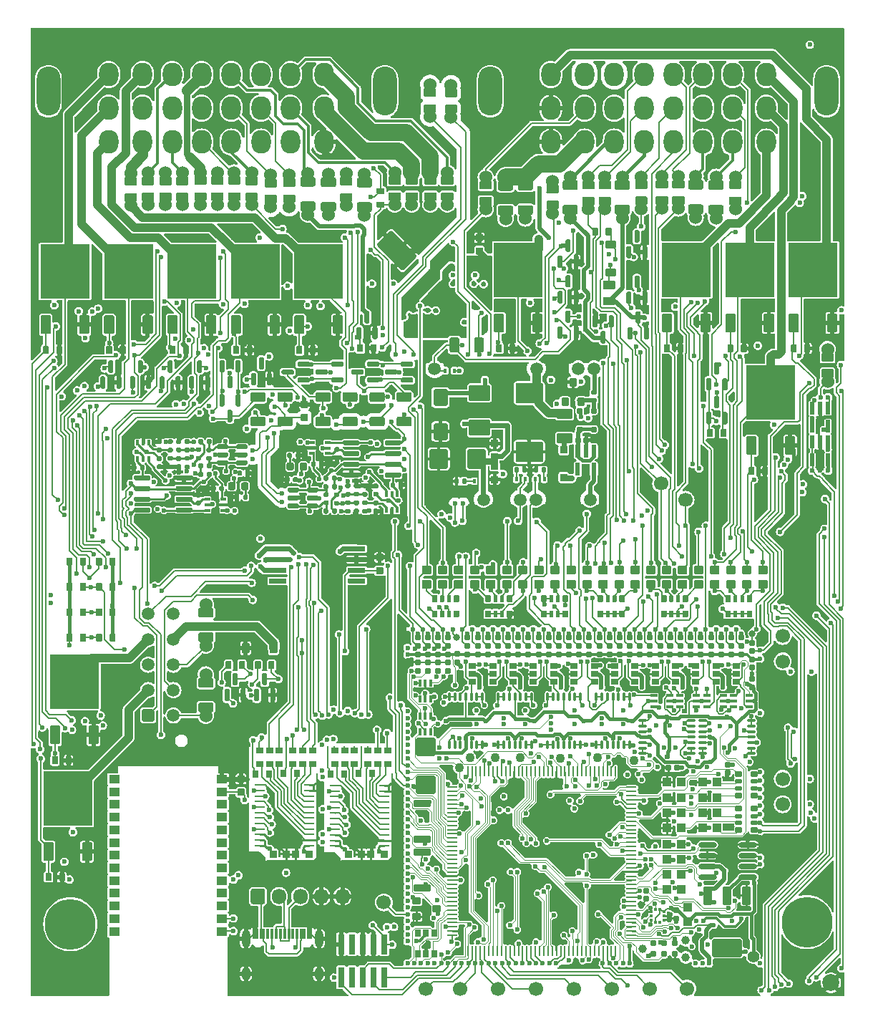
<source format=gtl>
G75*
G70*
%OFA0B0*%
%FSLAX25Y25*%
%IPPOS*%
%LPD*%
%AMOC8*
5,1,8,0,0,1.08239X$1,22.5*
%
%AMM132*
21,1,0.035430,0.030320,-0.000000,-0.000000,270.000000*
21,1,0.028350,0.037400,-0.000000,-0.000000,270.000000*
1,1,0.007090,-0.015160,-0.014170*
1,1,0.007090,-0.015160,0.014170*
1,1,0.007090,0.015160,0.014170*
1,1,0.007090,0.015160,-0.014170*
%
%AMM137*
21,1,0.033470,0.026770,-0.000000,-0.000000,180.000000*
21,1,0.026770,0.033470,-0.000000,-0.000000,180.000000*
1,1,0.006690,-0.013390,0.013390*
1,1,0.006690,0.013390,0.013390*
1,1,0.006690,0.013390,-0.013390*
1,1,0.006690,-0.013390,-0.013390*
%
%AMM165*
21,1,0.074800,0.083460,0.000000,-0.000000,270.000000*
21,1,0.059840,0.098430,0.000000,-0.000000,270.000000*
1,1,0.014960,-0.041730,-0.029920*
1,1,0.014960,-0.041730,0.029920*
1,1,0.014960,0.041730,0.029920*
1,1,0.014960,0.041730,-0.029920*
%
%AMM166*
21,1,0.086610,0.073230,0.000000,-0.000000,180.000000*
21,1,0.069290,0.090550,0.000000,-0.000000,180.000000*
1,1,0.017320,-0.034650,0.036610*
1,1,0.017320,0.034650,0.036610*
1,1,0.017320,0.034650,-0.036610*
1,1,0.017320,-0.034650,-0.036610*
%
%AMM167*
21,1,0.078740,0.053540,0.000000,-0.000000,90.000000*
21,1,0.065350,0.066930,0.000000,-0.000000,90.000000*
1,1,0.013390,0.026770,0.032680*
1,1,0.013390,0.026770,-0.032680*
1,1,0.013390,-0.026770,-0.032680*
1,1,0.013390,-0.026770,0.032680*
%
%AMM168*
21,1,0.035430,0.030320,0.000000,-0.000000,0.000000*
21,1,0.028350,0.037400,0.000000,-0.000000,0.000000*
1,1,0.007090,0.014170,-0.015160*
1,1,0.007090,-0.014170,-0.015160*
1,1,0.007090,-0.014170,0.015160*
1,1,0.007090,0.014170,0.015160*
%
%AMM169*
21,1,0.021650,0.052760,0.000000,-0.000000,180.000000*
21,1,0.017320,0.057090,0.000000,-0.000000,180.000000*
1,1,0.004330,-0.008660,0.026380*
1,1,0.004330,0.008660,0.026380*
1,1,0.004330,0.008660,-0.026380*
1,1,0.004330,-0.008660,-0.026380*
%
%AMM170*
21,1,0.035830,0.026770,0.000000,-0.000000,270.000000*
21,1,0.029130,0.033470,0.000000,-0.000000,270.000000*
1,1,0.006690,-0.013390,-0.014570*
1,1,0.006690,-0.013390,0.014570*
1,1,0.006690,0.013390,0.014570*
1,1,0.006690,0.013390,-0.014570*
%
%AMM171*
21,1,0.094490,0.111020,0.000000,-0.000000,270.000000*
21,1,0.075590,0.129920,0.000000,-0.000000,270.000000*
1,1,0.018900,-0.055510,-0.037800*
1,1,0.018900,-0.055510,0.037800*
1,1,0.018900,0.055510,0.037800*
1,1,0.018900,0.055510,-0.037800*
%
%AMM172*
21,1,0.070870,0.036220,0.000000,-0.000000,0.000000*
21,1,0.061810,0.045280,0.000000,-0.000000,0.000000*
1,1,0.009060,0.030910,-0.018110*
1,1,0.009060,-0.030910,-0.018110*
1,1,0.009060,-0.030910,0.018110*
1,1,0.009060,0.030910,0.018110*
%
%AMM173*
21,1,0.033470,0.026770,0.000000,-0.000000,270.000000*
21,1,0.026770,0.033470,0.000000,-0.000000,270.000000*
1,1,0.006690,-0.013390,-0.013390*
1,1,0.006690,-0.013390,0.013390*
1,1,0.006690,0.013390,0.013390*
1,1,0.006690,0.013390,-0.013390*
%
%AMM174*
21,1,0.015750,0.016540,0.000000,-0.000000,180.000000*
21,1,0.012600,0.019680,0.000000,-0.000000,180.000000*
1,1,0.003150,-0.006300,0.008270*
1,1,0.003150,0.006300,0.008270*
1,1,0.003150,0.006300,-0.008270*
1,1,0.003150,-0.006300,-0.008270*
%
%AMM175*
21,1,0.023620,0.018900,0.000000,-0.000000,0.000000*
21,1,0.018900,0.023620,0.000000,-0.000000,0.000000*
1,1,0.004720,0.009450,-0.009450*
1,1,0.004720,-0.009450,-0.009450*
1,1,0.004720,-0.009450,0.009450*
1,1,0.004720,0.009450,0.009450*
%
%AMM176*
21,1,0.019680,0.019680,0.000000,-0.000000,270.000000*
21,1,0.015750,0.023620,0.000000,-0.000000,270.000000*
1,1,0.003940,-0.009840,-0.007870*
1,1,0.003940,-0.009840,0.007870*
1,1,0.003940,0.009840,0.007870*
1,1,0.003940,0.009840,-0.007870*
%
%AMM177*
21,1,0.019680,0.019680,0.000000,-0.000000,180.000000*
21,1,0.015750,0.023620,0.000000,-0.000000,180.000000*
1,1,0.003940,-0.007870,0.009840*
1,1,0.003940,0.007870,0.009840*
1,1,0.003940,0.007870,-0.009840*
1,1,0.003940,-0.007870,-0.009840*
%
%AMM206*
21,1,0.027560,0.030710,-0.000000,-0.000000,180.000000*
21,1,0.022050,0.036220,-0.000000,-0.000000,180.000000*
1,1,0.005510,-0.011020,0.015350*
1,1,0.005510,0.011020,0.015350*
1,1,0.005510,0.011020,-0.015350*
1,1,0.005510,-0.011020,-0.015350*
%
%AMM207*
21,1,0.027560,0.030710,-0.000000,-0.000000,90.000000*
21,1,0.022050,0.036220,-0.000000,-0.000000,90.000000*
1,1,0.005510,0.015350,0.011020*
1,1,0.005510,0.015350,-0.011020*
1,1,0.005510,-0.015350,-0.011020*
1,1,0.005510,-0.015350,0.011020*
%
%AMM208*
21,1,0.015750,0.009840,-0.000000,-0.000000,225.000000*
1,1,0.009840,0.005570,0.005570*
1,1,0.009840,-0.005570,-0.005570*
%
%AMM262*
21,1,0.043310,0.075980,-0.000000,-0.000000,180.000000*
21,1,0.034650,0.084650,-0.000000,-0.000000,180.000000*
1,1,0.008660,-0.017320,0.037990*
1,1,0.008660,0.017320,0.037990*
1,1,0.008660,0.017320,-0.037990*
1,1,0.008660,-0.017320,-0.037990*
%
%AMM263*
21,1,0.043310,0.075990,-0.000000,-0.000000,180.000000*
21,1,0.034650,0.084650,-0.000000,-0.000000,180.000000*
1,1,0.008660,-0.017320,0.037990*
1,1,0.008660,0.017320,0.037990*
1,1,0.008660,0.017320,-0.037990*
1,1,0.008660,-0.017320,-0.037990*
%
%AMM264*
21,1,0.137800,0.067720,-0.000000,-0.000000,180.000000*
21,1,0.120870,0.084650,-0.000000,-0.000000,180.000000*
1,1,0.016930,-0.060430,0.033860*
1,1,0.016930,0.060430,0.033860*
1,1,0.016930,0.060430,-0.033860*
1,1,0.016930,-0.060430,-0.033860*
%
%AMM265*
21,1,0.039370,0.035430,-0.000000,-0.000000,180.000000*
21,1,0.031500,0.043310,-0.000000,-0.000000,180.000000*
1,1,0.007870,-0.015750,0.017720*
1,1,0.007870,0.015750,0.017720*
1,1,0.007870,0.015750,-0.017720*
1,1,0.007870,-0.015750,-0.017720*
%
%AMM266*
21,1,0.023620,0.030710,-0.000000,-0.000000,0.000000*
21,1,0.018900,0.035430,-0.000000,-0.000000,0.000000*
1,1,0.004720,0.009450,-0.015350*
1,1,0.004720,-0.009450,-0.015350*
1,1,0.004720,-0.009450,0.015350*
1,1,0.004720,0.009450,0.015350*
%
%AMM267*
21,1,0.027560,0.018900,-0.000000,-0.000000,0.000000*
21,1,0.022840,0.023620,-0.000000,-0.000000,0.000000*
1,1,0.004720,0.011420,-0.009450*
1,1,0.004720,-0.011420,-0.009450*
1,1,0.004720,-0.011420,0.009450*
1,1,0.004720,0.011420,0.009450*
%
%AMM268*
21,1,0.023620,0.030710,-0.000000,-0.000000,90.000000*
21,1,0.018900,0.035430,-0.000000,-0.000000,90.000000*
1,1,0.004720,0.015350,0.009450*
1,1,0.004720,0.015350,-0.009450*
1,1,0.004720,-0.015350,-0.009450*
1,1,0.004720,-0.015350,0.009450*
%
%AMM269*
21,1,0.086610,0.073230,-0.000000,-0.000000,270.000000*
21,1,0.069290,0.090550,-0.000000,-0.000000,270.000000*
1,1,0.017320,-0.036610,-0.034650*
1,1,0.017320,-0.036610,0.034650*
1,1,0.017320,0.036610,0.034650*
1,1,0.017320,0.036610,-0.034650*
%
%AMM270*
21,1,0.025590,0.026380,-0.000000,-0.000000,270.000000*
21,1,0.020470,0.031500,-0.000000,-0.000000,270.000000*
1,1,0.005120,-0.013190,-0.010240*
1,1,0.005120,-0.013190,0.010240*
1,1,0.005120,0.013190,0.010240*
1,1,0.005120,0.013190,-0.010240*
%
%AMM271*
21,1,0.017720,0.027950,-0.000000,-0.000000,270.000000*
21,1,0.014170,0.031500,-0.000000,-0.000000,270.000000*
1,1,0.003540,-0.013980,-0.007090*
1,1,0.003540,-0.013980,0.007090*
1,1,0.003540,0.013980,0.007090*
1,1,0.003540,0.013980,-0.007090*
%
%AMM272*
21,1,0.031500,0.072440,-0.000000,-0.000000,270.000000*
21,1,0.025200,0.078740,-0.000000,-0.000000,270.000000*
1,1,0.006300,-0.036220,-0.012600*
1,1,0.006300,-0.036220,0.012600*
1,1,0.006300,0.036220,0.012600*
1,1,0.006300,0.036220,-0.012600*
%
%AMM273*
21,1,0.012600,0.028980,-0.000000,-0.000000,270.000000*
21,1,0.010080,0.031500,-0.000000,-0.000000,270.000000*
1,1,0.002520,-0.014490,-0.005040*
1,1,0.002520,-0.014490,0.005040*
1,1,0.002520,0.014490,0.005040*
1,1,0.002520,0.014490,-0.005040*
%
%AMM274*
21,1,0.012600,0.028980,-0.000000,-0.000000,0.000000*
21,1,0.010080,0.031500,-0.000000,-0.000000,0.000000*
1,1,0.002520,0.005040,-0.014490*
1,1,0.002520,-0.005040,-0.014490*
1,1,0.002520,-0.005040,0.014490*
1,1,0.002520,0.005040,0.014490*
%
%AMM275*
21,1,0.039370,0.035430,-0.000000,-0.000000,90.000000*
21,1,0.031500,0.043310,-0.000000,-0.000000,90.000000*
1,1,0.007870,0.017720,0.015750*
1,1,0.007870,0.017720,-0.015750*
1,1,0.007870,-0.017720,-0.015750*
1,1,0.007870,-0.017720,0.015750*
%
%AMM276*
21,1,0.027560,0.018900,-0.000000,-0.000000,270.000000*
21,1,0.022840,0.023620,-0.000000,-0.000000,270.000000*
1,1,0.004720,-0.009450,-0.011420*
1,1,0.004720,-0.009450,0.011420*
1,1,0.004720,0.009450,0.011420*
1,1,0.004720,0.009450,-0.011420*
%
%ADD10C,0.06000*%
%ADD105C,0.02756*%
%ADD11C,0.06693*%
%ADD12C,0.23622*%
%ADD13R,0.22835X0.25197*%
%ADD135O,0.04961X0.00984*%
%ADD139O,0.00984X0.40158*%
%ADD14O,0.06693X0.07283*%
%ADD144R,0.02559X0.01575*%
%ADD145R,0.01575X0.02559*%
%ADD147O,0.00866X0.05118*%
%ADD148O,0.05118X0.00866*%
%ADD15O,0.11024X0.22835*%
%ADD16O,0.09055X0.11024*%
%ADD160O,0.01181X0.04331*%
%ADD161O,0.04331X0.01181*%
%ADD163O,0.08661X0.02362*%
%ADD165R,0.01476X0.01378*%
%ADD166R,0.01378X0.01476*%
%ADD169C,0.03100*%
%ADD17R,0.01181X0.04528*%
%ADD170C,0.00492*%
%ADD171C,0.03900*%
%ADD172C,0.04331*%
%ADD173C,0.05512*%
%ADD18O,0.03937X0.08268*%
%ADD19O,0.03937X0.06299*%
%ADD20C,0.02362*%
%ADD21R,0.00787X0.09055*%
%ADD22R,0.00787X0.42126*%
%ADD23R,0.00787X0.08268*%
%ADD234C,0.01850*%
%ADD24R,0.00787X0.23622*%
%ADD248O,0.40158X0.00787*%
%ADD25R,0.00787X0.21260*%
%ADD26R,0.05512X0.00787*%
%ADD27R,0.19685X0.00787*%
%ADD277M132*%
%ADD28R,0.26772X0.00787*%
%ADD282M137*%
%ADD29R,0.17717X0.00787*%
%ADD30R,0.00787X0.06299*%
%ADD31R,0.00787X0.22441*%
%ADD310M165*%
%ADD311M166*%
%ADD312M167*%
%ADD313M168*%
%ADD314M169*%
%ADD315M170*%
%ADD316M171*%
%ADD317M172*%
%ADD318M173*%
%ADD319M174*%
%ADD32R,0.00787X0.07874*%
%ADD320M175*%
%ADD321M176*%
%ADD322M177*%
%ADD33C,0.05906*%
%ADD34O,0.12992X0.00787*%
%ADD35O,0.40157X0.00787*%
%ADD357M206*%
%ADD358M207*%
%ADD359M208*%
%ADD36O,0.01181X0.00787*%
%ADD37O,0.00787X0.66929*%
%ADD38O,0.00787X0.60630*%
%ADD39O,0.18898X0.00787*%
%ADD40O,0.10236X0.00787*%
%ADD41O,0.03937X0.00787*%
%ADD42O,0.05906X0.00787*%
%ADD43R,0.00984X0.24350*%
%ADD438M262*%
%ADD439M263*%
%ADD44R,0.00984X0.04390*%
%ADD440M264*%
%ADD441M265*%
%ADD442M266*%
%ADD443M267*%
%ADD444M268*%
%ADD445M269*%
%ADD446M270*%
%ADD447M271*%
%ADD448M272*%
%ADD449M273*%
%ADD45R,0.56201X0.00984*%
%ADD450M274*%
%ADD451M275*%
%ADD452M276*%
%ADD46R,0.59449X0.00984*%
%ADD47R,0.00984X0.20374*%
%ADD48R,0.05118X0.03937*%
%ADD49C,0.07874*%
%ADD50O,0.04823X0.00787*%
%ADD51O,0.00787X0.36614*%
%ADD52O,0.00984X0.40157*%
%ADD53O,0.22835X0.00984*%
%ADD54O,0.00787X0.01575*%
%ADD55R,0.02913X0.09449*%
%ADD56C,0.05118*%
%ADD57C,0.00787*%
%ADD58C,0.00800*%
%ADD59C,0.01575*%
%ADD60C,0.03937*%
%ADD61C,0.02000*%
%ADD62C,0.01181*%
%ADD63C,0.03150*%
%ADD64C,0.04724*%
%ADD70C,0.00984*%
%ADD82C,0.01968*%
X0000000Y0000000D02*
%LPD*%
G01*
D10*
X0302165Y0367106D03*
G36*
G01*
X0304626Y0368898D02*
X0299705Y0368898D01*
G75*
G02*
X0299311Y0369291I0000000J0000394D01*
G01*
X0299311Y0372441D01*
G75*
G02*
X0299705Y0372835I0000394J0000000D01*
G01*
X0304626Y0372835D01*
G75*
G02*
X0305020Y0372441I0000000J-000394D01*
G01*
X0305020Y0369291D01*
G75*
G02*
X0304626Y0368898I-000394J0000000D01*
G01*
G37*
G36*
G01*
X0304626Y0376378D02*
X0299705Y0376378D01*
G75*
G02*
X0299311Y0376772I0000000J0000394D01*
G01*
X0299311Y0379921D01*
G75*
G02*
X0299705Y0380315I0000394J0000000D01*
G01*
X0304626Y0380315D01*
G75*
G02*
X0305020Y0379921I0000000J-000394D01*
G01*
X0305020Y0376772D01*
G75*
G02*
X0304626Y0376378I-000394J0000000D01*
G01*
G37*
X0302165Y0382106D03*
D11*
X0350787Y0156299D03*
D10*
X0082047Y0130906D03*
G36*
G01*
X0085591Y0136201D02*
X0085591Y0133484D01*
G75*
G02*
X0084685Y0132579I-000906J0000000D01*
G01*
X0079409Y0132579D01*
G75*
G02*
X0078504Y0133484I0000000J0000906D01*
G01*
X0078504Y0136201D01*
G75*
G02*
X0079409Y0137106I0000906J0000000D01*
G01*
X0084685Y0137106D01*
G75*
G02*
X0085591Y0136201I0000000J-000906D01*
G01*
G37*
G36*
G01*
X0085591Y0147618D02*
X0085591Y0144902D01*
G75*
G02*
X0084685Y0143996I-000906J0000000D01*
G01*
X0079409Y0143996D01*
G75*
G02*
X0078504Y0144902I0000000J0000906D01*
G01*
X0078504Y0147618D01*
G75*
G02*
X0079409Y0148524I0000906J0000000D01*
G01*
X0084685Y0148524D01*
G75*
G02*
X0085591Y0147618I0000000J-000906D01*
G01*
G37*
X0082047Y0150197D03*
G36*
G01*
X0324016Y0177028D02*
X0324016Y0179665D01*
G75*
G02*
X0324272Y0179921I0000256J0000000D01*
G01*
X0326319Y0179921D01*
G75*
G02*
X0326575Y0179665I0000000J-000256D01*
G01*
X0326575Y0177028D01*
G75*
G02*
X0326319Y0176772I-000256J0000000D01*
G01*
X0324272Y0176772D01*
G75*
G02*
X0324016Y0177028I0000000J0000256D01*
G01*
G37*
G36*
G01*
X0327854Y0176949D02*
X0327854Y0179744D01*
G75*
G02*
X0328031Y0179921I0000177J0000000D01*
G01*
X0329449Y0179921D01*
G75*
G02*
X0329626Y0179744I0000000J-000177D01*
G01*
X0329626Y0176949D01*
G75*
G02*
X0329449Y0176772I-000177J0000000D01*
G01*
X0328031Y0176772D01*
G75*
G02*
X0327854Y0176949I0000000J0000177D01*
G01*
G37*
G36*
G01*
X0331004Y0176949D02*
X0331004Y0179744D01*
G75*
G02*
X0331181Y0179921I0000177J0000000D01*
G01*
X0332598Y0179921D01*
G75*
G02*
X0332776Y0179744I0000000J-000177D01*
G01*
X0332776Y0176949D01*
G75*
G02*
X0332598Y0176772I-000177J0000000D01*
G01*
X0331181Y0176772D01*
G75*
G02*
X0331004Y0176949I0000000J0000177D01*
G01*
G37*
G36*
G01*
X0334055Y0177028D02*
X0334055Y0179665D01*
G75*
G02*
X0334311Y0179921I0000256J0000000D01*
G01*
X0336358Y0179921D01*
G75*
G02*
X0336614Y0179665I0000000J-000256D01*
G01*
X0336614Y0177028D01*
G75*
G02*
X0336358Y0176772I-000256J0000000D01*
G01*
X0334311Y0176772D01*
G75*
G02*
X0334055Y0177028I0000000J0000256D01*
G01*
G37*
G36*
G01*
X0334055Y0184114D02*
X0334055Y0186752D01*
G75*
G02*
X0334311Y0187008I0000256J0000000D01*
G01*
X0336358Y0187008D01*
G75*
G02*
X0336614Y0186752I0000000J-000256D01*
G01*
X0336614Y0184114D01*
G75*
G02*
X0336358Y0183858I-000256J0000000D01*
G01*
X0334311Y0183858D01*
G75*
G02*
X0334055Y0184114I0000000J0000256D01*
G01*
G37*
G36*
G01*
X0331004Y0184035D02*
X0331004Y0186831D01*
G75*
G02*
X0331181Y0187008I0000177J0000000D01*
G01*
X0332598Y0187008D01*
G75*
G02*
X0332776Y0186831I0000000J-000177D01*
G01*
X0332776Y0184035D01*
G75*
G02*
X0332598Y0183858I-000177J0000000D01*
G01*
X0331181Y0183858D01*
G75*
G02*
X0331004Y0184035I0000000J0000177D01*
G01*
G37*
G36*
G01*
X0327854Y0184035D02*
X0327854Y0186831D01*
G75*
G02*
X0328031Y0187008I0000177J0000000D01*
G01*
X0329449Y0187008D01*
G75*
G02*
X0329626Y0186831I0000000J-000177D01*
G01*
X0329626Y0184035D01*
G75*
G02*
X0329449Y0183858I-000177J0000000D01*
G01*
X0328031Y0183858D01*
G75*
G02*
X0327854Y0184035I0000000J0000177D01*
G01*
G37*
G36*
G01*
X0324016Y0184114D02*
X0324016Y0186752D01*
G75*
G02*
X0324272Y0187008I0000256J0000000D01*
G01*
X0326319Y0187008D01*
G75*
G02*
X0326575Y0186752I0000000J-000256D01*
G01*
X0326575Y0184114D01*
G75*
G02*
X0326319Y0183858I-000256J0000000D01*
G01*
X0324272Y0183858D01*
G75*
G02*
X0324016Y0184114I0000000J0000256D01*
G01*
G37*
G36*
G01*
X0201575Y0190157D02*
X0198031Y0190157D01*
G75*
G02*
X0197638Y0190551I0000000J0000394D01*
G01*
X0197638Y0193701D01*
G75*
G02*
X0198031Y0194094I0000394J0000000D01*
G01*
X0201575Y0194094D01*
G75*
G02*
X0201968Y0193701I0000000J-000394D01*
G01*
X0201968Y0190551D01*
G75*
G02*
X0201575Y0190157I-000394J0000000D01*
G01*
G37*
G36*
G01*
X0201575Y0196850D02*
X0198031Y0196850D01*
G75*
G02*
X0197638Y0197244I0000000J0000394D01*
G01*
X0197638Y0200394D01*
G75*
G02*
X0198031Y0200787I0000394J0000000D01*
G01*
X0201575Y0200787D01*
G75*
G02*
X0201968Y0200394I0000000J-000394D01*
G01*
X0201968Y0197244D01*
G75*
G02*
X0201575Y0196850I-000394J0000000D01*
G01*
G37*
D11*
X0235827Y0003937D03*
G36*
G01*
X0170866Y0277972D02*
X0170866Y0280689D01*
G75*
G02*
X0171772Y0281595I0000906J0000000D01*
G01*
X0177047Y0281595D01*
G75*
G02*
X0177953Y0280689I0000000J-000906D01*
G01*
X0177953Y0277972D01*
G75*
G02*
X0177047Y0277067I-000906J0000000D01*
G01*
X0171772Y0277067D01*
G75*
G02*
X0170866Y0277972I0000000J0000906D01*
G01*
G37*
G36*
G01*
X0170866Y0266555D02*
X0170866Y0269272D01*
G75*
G02*
X0171772Y0270177I0000906J0000000D01*
G01*
X0177047Y0270177D01*
G75*
G02*
X0177953Y0269272I0000000J-000906D01*
G01*
X0177953Y0266555D01*
G75*
G02*
X0177047Y0265650I-000906J0000000D01*
G01*
X0171772Y0265650D01*
G75*
G02*
X0170866Y0266555I0000000J0000906D01*
G01*
G37*
G36*
G01*
X0124213Y0299646D02*
X0124213Y0302717D01*
G75*
G02*
X0124488Y0302992I0000276J0000000D01*
G01*
X0126693Y0302992D01*
G75*
G02*
X0126969Y0302717I0000000J-000276D01*
G01*
X0126969Y0299646D01*
G75*
G02*
X0126693Y0299370I-000276J0000000D01*
G01*
X0124488Y0299370D01*
G75*
G02*
X0124213Y0299646I0000000J0000276D01*
G01*
G37*
G36*
G01*
X0130512Y0299646D02*
X0130512Y0302717D01*
G75*
G02*
X0130787Y0302992I0000276J0000000D01*
G01*
X0132992Y0302992D01*
G75*
G02*
X0133268Y0302717I0000000J-000276D01*
G01*
X0133268Y0299646D01*
G75*
G02*
X0132992Y0299370I-000276J0000000D01*
G01*
X0130787Y0299370D01*
G75*
G02*
X0130512Y0299646I0000000J0000276D01*
G01*
G37*
G36*
G01*
X0017126Y0165787D02*
X0017126Y0168858D01*
G75*
G02*
X0017402Y0169134I0000276J0000000D01*
G01*
X0019606Y0169134D01*
G75*
G02*
X0019882Y0168858I0000000J-000276D01*
G01*
X0019882Y0165787D01*
G75*
G02*
X0019606Y0165512I-000276J0000000D01*
G01*
X0017402Y0165512D01*
G75*
G02*
X0017126Y0165787I0000000J0000276D01*
G01*
G37*
G36*
G01*
X0023425Y0165787D02*
X0023425Y0168858D01*
G75*
G02*
X0023701Y0169134I0000276J0000000D01*
G01*
X0025906Y0169134D01*
G75*
G02*
X0026181Y0168858I0000000J-000276D01*
G01*
X0026181Y0165787D01*
G75*
G02*
X0025906Y0165512I-000276J0000000D01*
G01*
X0023701Y0165512D01*
G75*
G02*
X0023425Y0165787I0000000J0000276D01*
G01*
G37*
D12*
X0018909Y0033933D03*
G36*
G01*
X0186614Y0190157D02*
X0183071Y0190157D01*
G75*
G02*
X0182677Y0190551I0000000J0000394D01*
G01*
X0182677Y0193701D01*
G75*
G02*
X0183071Y0194094I0000394J0000000D01*
G01*
X0186614Y0194094D01*
G75*
G02*
X0187008Y0193701I0000000J-000394D01*
G01*
X0187008Y0190551D01*
G75*
G02*
X0186614Y0190157I-000394J0000000D01*
G01*
G37*
G36*
G01*
X0186614Y0196850D02*
X0183071Y0196850D01*
G75*
G02*
X0182677Y0197244I0000000J0000394D01*
G01*
X0182677Y0200394D01*
G75*
G02*
X0183071Y0200787I0000394J0000000D01*
G01*
X0186614Y0200787D01*
G75*
G02*
X0187008Y0200394I0000000J-000394D01*
G01*
X0187008Y0197244D01*
G75*
G02*
X0186614Y0196850I-000394J0000000D01*
G01*
G37*
D10*
X0177953Y0383878D03*
G36*
G01*
X0175492Y0382087D02*
X0180413Y0382087D01*
G75*
G02*
X0180807Y0381693I0000000J-000394D01*
G01*
X0180807Y0378543D01*
G75*
G02*
X0180413Y0378150I-000394J0000000D01*
G01*
X0175492Y0378150D01*
G75*
G02*
X0175098Y0378543I0000000J0000394D01*
G01*
X0175098Y0381693D01*
G75*
G02*
X0175492Y0382087I0000394J0000000D01*
G01*
G37*
G36*
G01*
X0175492Y0374606D02*
X0180413Y0374606D01*
G75*
G02*
X0180807Y0374213I0000000J-000394D01*
G01*
X0180807Y0371063D01*
G75*
G02*
X0180413Y0370669I-000394J0000000D01*
G01*
X0175492Y0370669D01*
G75*
G02*
X0175098Y0371063I0000000J0000394D01*
G01*
X0175098Y0374213D01*
G75*
G02*
X0175492Y0374606I0000394J0000000D01*
G01*
G37*
X0177953Y0368878D03*
X0294488Y0367106D03*
G36*
G01*
X0296949Y0368898D02*
X0292028Y0368898D01*
G75*
G02*
X0291634Y0369291I0000000J0000394D01*
G01*
X0291634Y0372441D01*
G75*
G02*
X0292028Y0372835I0000394J0000000D01*
G01*
X0296949Y0372835D01*
G75*
G02*
X0297343Y0372441I0000000J-000394D01*
G01*
X0297343Y0369291D01*
G75*
G02*
X0296949Y0368898I-000394J0000000D01*
G01*
G37*
G36*
G01*
X0296949Y0376378D02*
X0292028Y0376378D01*
G75*
G02*
X0291634Y0376772I0000000J0000394D01*
G01*
X0291634Y0379921D01*
G75*
G02*
X0292028Y0380315I0000394J0000000D01*
G01*
X0296949Y0380315D01*
G75*
G02*
X0297343Y0379921I0000000J-000394D01*
G01*
X0297343Y0376772D01*
G75*
G02*
X0296949Y0376378I-000394J0000000D01*
G01*
G37*
X0294488Y0382106D03*
X0095276Y0368878D03*
G36*
G01*
X0097736Y0370669D02*
X0092815Y0370669D01*
G75*
G02*
X0092421Y0371063I0000000J0000394D01*
G01*
X0092421Y0374213D01*
G75*
G02*
X0092815Y0374606I0000394J0000000D01*
G01*
X0097736Y0374606D01*
G75*
G02*
X0098130Y0374213I0000000J-000394D01*
G01*
X0098130Y0371063D01*
G75*
G02*
X0097736Y0370669I-000394J0000000D01*
G01*
G37*
G36*
G01*
X0097736Y0378150D02*
X0092815Y0378150D01*
G75*
G02*
X0092421Y0378543I0000000J0000394D01*
G01*
X0092421Y0381693D01*
G75*
G02*
X0092815Y0382087I0000394J0000000D01*
G01*
X0097736Y0382087D01*
G75*
G02*
X0098130Y0381693I0000000J-000394D01*
G01*
X0098130Y0378543D01*
G75*
G02*
X0097736Y0378150I-000394J0000000D01*
G01*
G37*
X0095276Y0383878D03*
G36*
G01*
X0097953Y0308661D02*
X0094173Y0308661D01*
G75*
G02*
X0093701Y0309134I0000000J0000472D01*
G01*
X0093701Y0316850D01*
G75*
G02*
X0094173Y0317323I0000472J0000000D01*
G01*
X0097953Y0317323D01*
G75*
G02*
X0098425Y0316850I0000000J-000472D01*
G01*
X0098425Y0309134D01*
G75*
G02*
X0097953Y0308661I-000472J0000000D01*
G01*
G37*
D13*
X0105039Y0337795D03*
G36*
G01*
X0115906Y0308661D02*
X0112126Y0308661D01*
G75*
G02*
X0111654Y0309134I0000000J0000472D01*
G01*
X0111654Y0316850D01*
G75*
G02*
X0112126Y0317323I0000472J0000000D01*
G01*
X0115906Y0317323D01*
G75*
G02*
X0116378Y0316850I0000000J-000472D01*
G01*
X0116378Y0309134D01*
G75*
G02*
X0115906Y0308661I-000472J0000000D01*
G01*
G37*
G36*
G01*
X0102953Y0044193D02*
X0102953Y0049508D01*
G75*
G02*
X0103937Y0050492I0000984J0000000D01*
G01*
X0108661Y0050492D01*
G75*
G02*
X0109646Y0049508I0000000J-000984D01*
G01*
X0109646Y0044193D01*
G75*
G02*
X0108661Y0043209I-000984J0000000D01*
G01*
X0103937Y0043209D01*
G75*
G02*
X0102953Y0044193I0000000J0000984D01*
G01*
G37*
D14*
X0116142Y0046850D03*
X0125984Y0046850D03*
X0135827Y0046850D03*
X0145669Y0046850D03*
D10*
X0251772Y0381890D03*
G36*
G01*
X0248228Y0376595D02*
X0248228Y0379311D01*
G75*
G02*
X0249134Y0380217I0000906J0000000D01*
G01*
X0254409Y0380217D01*
G75*
G02*
X0255315Y0379311I0000000J-000906D01*
G01*
X0255315Y0376595D01*
G75*
G02*
X0254409Y0375689I-000906J0000000D01*
G01*
X0249134Y0375689D01*
G75*
G02*
X0248228Y0376595I0000000J0000906D01*
G01*
G37*
G36*
G01*
X0248228Y0365177D02*
X0248228Y0367894D01*
G75*
G02*
X0249134Y0368799I0000906J0000000D01*
G01*
X0254409Y0368799D01*
G75*
G02*
X0255315Y0367894I0000000J-000906D01*
G01*
X0255315Y0365177D01*
G75*
G02*
X0254409Y0364272I-000906J0000000D01*
G01*
X0249134Y0364272D01*
G75*
G02*
X0248228Y0365177I0000000J0000906D01*
G01*
G37*
X0251772Y0362598D03*
G36*
G01*
X0316929Y0266634D02*
X0315748Y0266634D01*
G75*
G02*
X0315157Y0267224I0000000J0000591D01*
G01*
X0315157Y0271850D01*
G75*
G02*
X0315748Y0272441I0000591J0000000D01*
G01*
X0316929Y0272441D01*
G75*
G02*
X0317520Y0271850I0000000J-000591D01*
G01*
X0317520Y0267224D01*
G75*
G02*
X0316929Y0266634I-000591J0000000D01*
G01*
G37*
G36*
G01*
X0320669Y0274016D02*
X0319488Y0274016D01*
G75*
G02*
X0318898Y0274606I0000000J0000591D01*
G01*
X0318898Y0279232D01*
G75*
G02*
X0319488Y0279823I0000591J0000000D01*
G01*
X0320669Y0279823D01*
G75*
G02*
X0321260Y0279232I0000000J-000591D01*
G01*
X0321260Y0274606D01*
G75*
G02*
X0320669Y0274016I-000591J0000000D01*
G01*
G37*
G36*
G01*
X0324409Y0266634D02*
X0323228Y0266634D01*
G75*
G02*
X0322638Y0267224I0000000J0000591D01*
G01*
X0322638Y0271850D01*
G75*
G02*
X0323228Y0272441I0000591J0000000D01*
G01*
X0324409Y0272441D01*
G75*
G02*
X0325000Y0271850I0000000J-000591D01*
G01*
X0325000Y0267224D01*
G75*
G02*
X0324409Y0266634I-000591J0000000D01*
G01*
G37*
X0371654Y0286594D03*
G36*
G01*
X0374114Y0288386D02*
X0369193Y0288386D01*
G75*
G02*
X0368799Y0288780I0000000J0000394D01*
G01*
X0368799Y0291929D01*
G75*
G02*
X0369193Y0292323I0000394J0000000D01*
G01*
X0374114Y0292323D01*
G75*
G02*
X0374508Y0291929I0000000J-000394D01*
G01*
X0374508Y0288780D01*
G75*
G02*
X0374114Y0288386I-000394J0000000D01*
G01*
G37*
G36*
G01*
X0374114Y0295866D02*
X0369193Y0295866D01*
G75*
G02*
X0368799Y0296260I0000000J0000394D01*
G01*
X0368799Y0299410D01*
G75*
G02*
X0369193Y0299803I0000394J0000000D01*
G01*
X0374114Y0299803D01*
G75*
G02*
X0374508Y0299410I0000000J-000394D01*
G01*
X0374508Y0296260D01*
G75*
G02*
X0374114Y0295866I-000394J0000000D01*
G01*
G37*
X0371654Y0301594D03*
G36*
G01*
X0295472Y0300433D02*
X0295472Y0303504D01*
G75*
G02*
X0295748Y0303780I0000276J0000000D01*
G01*
X0297953Y0303780D01*
G75*
G02*
X0298228Y0303504I0000000J-000276D01*
G01*
X0298228Y0300433D01*
G75*
G02*
X0297953Y0300157I-000276J0000000D01*
G01*
X0295748Y0300157D01*
G75*
G02*
X0295472Y0300433I0000000J0000276D01*
G01*
G37*
G36*
G01*
X0301772Y0300433D02*
X0301772Y0303504D01*
G75*
G02*
X0302047Y0303780I0000276J0000000D01*
G01*
X0304252Y0303780D01*
G75*
G02*
X0304528Y0303504I0000000J-000276D01*
G01*
X0304528Y0300433D01*
G75*
G02*
X0304252Y0300157I-000276J0000000D01*
G01*
X0302047Y0300157D01*
G75*
G02*
X0301772Y0300433I0000000J0000276D01*
G01*
G37*
G36*
G01*
X0178642Y0287795D02*
X0178642Y0286614D01*
G75*
G02*
X0178051Y0286024I-000591J0000000D01*
G01*
X0173425Y0286024D01*
G75*
G02*
X0172835Y0286614I0000000J0000591D01*
G01*
X0172835Y0287795D01*
G75*
G02*
X0173425Y0288386I0000591J0000000D01*
G01*
X0178051Y0288386D01*
G75*
G02*
X0178642Y0287795I0000000J-000591D01*
G01*
G37*
G36*
G01*
X0171260Y0291535D02*
X0171260Y0290354D01*
G75*
G02*
X0170669Y0289764I-000591J0000000D01*
G01*
X0166043Y0289764D01*
G75*
G02*
X0165453Y0290354I0000000J0000591D01*
G01*
X0165453Y0291535D01*
G75*
G02*
X0166043Y0292126I0000591J0000000D01*
G01*
X0170669Y0292126D01*
G75*
G02*
X0171260Y0291535I0000000J-000591D01*
G01*
G37*
G36*
G01*
X0178642Y0295276D02*
X0178642Y0294094D01*
G75*
G02*
X0178051Y0293504I-000591J0000000D01*
G01*
X0173425Y0293504D01*
G75*
G02*
X0172835Y0294094I0000000J0000591D01*
G01*
X0172835Y0295276D01*
G75*
G02*
X0173425Y0295866I0000591J0000000D01*
G01*
X0178051Y0295866D01*
G75*
G02*
X0178642Y0295276I0000000J-000591D01*
G01*
G37*
G36*
G01*
X0261417Y0190157D02*
X0257874Y0190157D01*
G75*
G02*
X0257480Y0190551I0000000J0000394D01*
G01*
X0257480Y0193701D01*
G75*
G02*
X0257874Y0194094I0000394J0000000D01*
G01*
X0261417Y0194094D01*
G75*
G02*
X0261811Y0193701I0000000J-000394D01*
G01*
X0261811Y0190551D01*
G75*
G02*
X0261417Y0190157I-000394J0000000D01*
G01*
G37*
G36*
G01*
X0261417Y0196850D02*
X0257874Y0196850D01*
G75*
G02*
X0257480Y0197244I0000000J0000394D01*
G01*
X0257480Y0200394D01*
G75*
G02*
X0257874Y0200787I0000394J0000000D01*
G01*
X0261417Y0200787D01*
G75*
G02*
X0261811Y0200394I0000000J-000394D01*
G01*
X0261811Y0197244D01*
G75*
G02*
X0261417Y0196850I-000394J0000000D01*
G01*
G37*
G36*
G01*
X0208110Y0355177D02*
X0210787Y0355177D01*
G75*
G02*
X0211122Y0354843I0000000J-000335D01*
G01*
X0211122Y0352165D01*
G75*
G02*
X0210787Y0351831I-000335J0000000D01*
G01*
X0208110Y0351831D01*
G75*
G02*
X0207776Y0352165I0000000J0000335D01*
G01*
X0207776Y0354843D01*
G75*
G02*
X0208110Y0355177I0000335J0000000D01*
G01*
G37*
G36*
G01*
X0208110Y0348957D02*
X0210787Y0348957D01*
G75*
G02*
X0211122Y0348622I0000000J-000335D01*
G01*
X0211122Y0345945D01*
G75*
G02*
X0210787Y0345610I-000335J0000000D01*
G01*
X0208110Y0345610D01*
G75*
G02*
X0207776Y0345945I0000000J0000335D01*
G01*
X0207776Y0348622D01*
G75*
G02*
X0208110Y0348957I0000335J0000000D01*
G01*
G37*
G36*
G01*
X0354528Y0300433D02*
X0354528Y0303504D01*
G75*
G02*
X0354803Y0303780I0000276J0000000D01*
G01*
X0357008Y0303780D01*
G75*
G02*
X0357283Y0303504I0000000J-000276D01*
G01*
X0357283Y0300433D01*
G75*
G02*
X0357008Y0300157I-000276J0000000D01*
G01*
X0354803Y0300157D01*
G75*
G02*
X0354528Y0300433I0000000J0000276D01*
G01*
G37*
G36*
G01*
X0360827Y0300433D02*
X0360827Y0303504D01*
G75*
G02*
X0361102Y0303780I0000276J0000000D01*
G01*
X0363307Y0303780D01*
G75*
G02*
X0363583Y0303504I0000000J-000276D01*
G01*
X0363583Y0300433D01*
G75*
G02*
X0363307Y0300157I-000276J0000000D01*
G01*
X0361102Y0300157D01*
G75*
G02*
X0360827Y0300433I0000000J0000276D01*
G01*
G37*
G36*
G01*
X0220472Y0309449D02*
X0216693Y0309449D01*
G75*
G02*
X0216220Y0309921I0000000J0000472D01*
G01*
X0216220Y0317638D01*
G75*
G02*
X0216693Y0318110I0000472J0000000D01*
G01*
X0220472Y0318110D01*
G75*
G02*
X0220945Y0317638I0000000J-000472D01*
G01*
X0220945Y0309921D01*
G75*
G02*
X0220472Y0309449I-000472J0000000D01*
G01*
G37*
D13*
X0227559Y0338583D03*
G36*
G01*
X0238425Y0309449D02*
X0234646Y0309449D01*
G75*
G02*
X0234173Y0309921I0000000J0000472D01*
G01*
X0234173Y0317638D01*
G75*
G02*
X0234646Y0318110I0000472J0000000D01*
G01*
X0238425Y0318110D01*
G75*
G02*
X0238898Y0317638I0000000J-000472D01*
G01*
X0238898Y0309921D01*
G75*
G02*
X0238425Y0309449I-000472J0000000D01*
G01*
G37*
G36*
G01*
X0238189Y0177028D02*
X0238189Y0179665D01*
G75*
G02*
X0238445Y0179921I0000256J0000000D01*
G01*
X0240492Y0179921D01*
G75*
G02*
X0240748Y0179665I0000000J-000256D01*
G01*
X0240748Y0177028D01*
G75*
G02*
X0240492Y0176772I-000256J0000000D01*
G01*
X0238445Y0176772D01*
G75*
G02*
X0238189Y0177028I0000000J0000256D01*
G01*
G37*
G36*
G01*
X0242028Y0176949D02*
X0242028Y0179744D01*
G75*
G02*
X0242205Y0179921I0000177J0000000D01*
G01*
X0243622Y0179921D01*
G75*
G02*
X0243799Y0179744I0000000J-000177D01*
G01*
X0243799Y0176949D01*
G75*
G02*
X0243622Y0176772I-000177J0000000D01*
G01*
X0242205Y0176772D01*
G75*
G02*
X0242028Y0176949I0000000J0000177D01*
G01*
G37*
G36*
G01*
X0245177Y0176949D02*
X0245177Y0179744D01*
G75*
G02*
X0245354Y0179921I0000177J0000000D01*
G01*
X0246772Y0179921D01*
G75*
G02*
X0246949Y0179744I0000000J-000177D01*
G01*
X0246949Y0176949D01*
G75*
G02*
X0246772Y0176772I-000177J0000000D01*
G01*
X0245354Y0176772D01*
G75*
G02*
X0245177Y0176949I0000000J0000177D01*
G01*
G37*
G36*
G01*
X0248228Y0177028D02*
X0248228Y0179665D01*
G75*
G02*
X0248484Y0179921I0000256J0000000D01*
G01*
X0250531Y0179921D01*
G75*
G02*
X0250787Y0179665I0000000J-000256D01*
G01*
X0250787Y0177028D01*
G75*
G02*
X0250531Y0176772I-000256J0000000D01*
G01*
X0248484Y0176772D01*
G75*
G02*
X0248228Y0177028I0000000J0000256D01*
G01*
G37*
G36*
G01*
X0248228Y0184114D02*
X0248228Y0186752D01*
G75*
G02*
X0248484Y0187008I0000256J0000000D01*
G01*
X0250531Y0187008D01*
G75*
G02*
X0250787Y0186752I0000000J-000256D01*
G01*
X0250787Y0184114D01*
G75*
G02*
X0250531Y0183858I-000256J0000000D01*
G01*
X0248484Y0183858D01*
G75*
G02*
X0248228Y0184114I0000000J0000256D01*
G01*
G37*
G36*
G01*
X0245177Y0184035D02*
X0245177Y0186831D01*
G75*
G02*
X0245354Y0187008I0000177J0000000D01*
G01*
X0246772Y0187008D01*
G75*
G02*
X0246949Y0186831I0000000J-000177D01*
G01*
X0246949Y0184035D01*
G75*
G02*
X0246772Y0183858I-000177J0000000D01*
G01*
X0245354Y0183858D01*
G75*
G02*
X0245177Y0184035I0000000J0000177D01*
G01*
G37*
G36*
G01*
X0242028Y0184035D02*
X0242028Y0186831D01*
G75*
G02*
X0242205Y0187008I0000177J0000000D01*
G01*
X0243622Y0187008D01*
G75*
G02*
X0243799Y0186831I0000000J-000177D01*
G01*
X0243799Y0184035D01*
G75*
G02*
X0243622Y0183858I-000177J0000000D01*
G01*
X0242205Y0183858D01*
G75*
G02*
X0242028Y0184035I0000000J0000177D01*
G01*
G37*
G36*
G01*
X0238189Y0184114D02*
X0238189Y0186752D01*
G75*
G02*
X0238445Y0187008I0000256J0000000D01*
G01*
X0240492Y0187008D01*
G75*
G02*
X0240748Y0186752I0000000J-000256D01*
G01*
X0240748Y0184114D01*
G75*
G02*
X0240492Y0183858I-000256J0000000D01*
G01*
X0238445Y0183858D01*
G75*
G02*
X0238189Y0184114I0000000J0000256D01*
G01*
G37*
G36*
G01*
X0104764Y0284744D02*
X0103583Y0284744D01*
G75*
G02*
X0102992Y0285335I0000000J0000591D01*
G01*
X0102992Y0289961D01*
G75*
G02*
X0103583Y0290551I0000591J0000000D01*
G01*
X0104764Y0290551D01*
G75*
G02*
X0105354Y0289961I0000000J-000591D01*
G01*
X0105354Y0285335D01*
G75*
G02*
X0104764Y0284744I-000591J0000000D01*
G01*
G37*
G36*
G01*
X0108504Y0292126D02*
X0107323Y0292126D01*
G75*
G02*
X0106732Y0292717I0000000J0000591D01*
G01*
X0106732Y0297343D01*
G75*
G02*
X0107323Y0297933I0000591J0000000D01*
G01*
X0108504Y0297933D01*
G75*
G02*
X0109094Y0297343I0000000J-000591D01*
G01*
X0109094Y0292717D01*
G75*
G02*
X0108504Y0292126I-000591J0000000D01*
G01*
G37*
G36*
G01*
X0112244Y0284744D02*
X0111063Y0284744D01*
G75*
G02*
X0110472Y0285335I0000000J0000591D01*
G01*
X0110472Y0289961D01*
G75*
G02*
X0111063Y0290551I0000591J0000000D01*
G01*
X0112244Y0290551D01*
G75*
G02*
X0112835Y0289961I0000000J-000591D01*
G01*
X0112835Y0285335D01*
G75*
G02*
X0112244Y0284744I-000591J0000000D01*
G01*
G37*
G36*
G01*
X0291142Y0190157D02*
X0287598Y0190157D01*
G75*
G02*
X0287205Y0190551I0000000J0000394D01*
G01*
X0287205Y0193701D01*
G75*
G02*
X0287598Y0194094I0000394J0000000D01*
G01*
X0291142Y0194094D01*
G75*
G02*
X0291535Y0193701I0000000J-000394D01*
G01*
X0291535Y0190551D01*
G75*
G02*
X0291142Y0190157I-000394J0000000D01*
G01*
G37*
G36*
G01*
X0291142Y0196850D02*
X0287598Y0196850D01*
G75*
G02*
X0287205Y0197244I0000000J0000394D01*
G01*
X0287205Y0200394D01*
G75*
G02*
X0287598Y0200787I0000394J0000000D01*
G01*
X0291142Y0200787D01*
G75*
G02*
X0291535Y0200394I0000000J-000394D01*
G01*
X0291535Y0197244D01*
G75*
G02*
X0291142Y0196850I-000394J0000000D01*
G01*
G37*
D15*
X0008661Y0421654D03*
X0165354Y0421654D03*
D16*
X0036811Y0398031D03*
X0052559Y0398031D03*
X0066339Y0398031D03*
X0080118Y0398031D03*
X0093898Y0398031D03*
X0107677Y0398031D03*
X0121457Y0398031D03*
X0137205Y0398031D03*
X0036811Y0413780D03*
X0052559Y0413780D03*
X0066339Y0413780D03*
X0080118Y0413780D03*
X0093898Y0413780D03*
X0107677Y0413780D03*
X0121457Y0413780D03*
X0137205Y0413780D03*
X0036811Y0429528D03*
X0052559Y0429528D03*
X0066339Y0429528D03*
X0080118Y0429528D03*
X0093898Y0429528D03*
X0107677Y0429528D03*
X0121457Y0429528D03*
X0137205Y0429528D03*
G36*
G01*
X0298425Y0190157D02*
X0294882Y0190157D01*
G75*
G02*
X0294488Y0190551I0000000J0000394D01*
G01*
X0294488Y0193701D01*
G75*
G02*
X0294882Y0194094I0000394J0000000D01*
G01*
X0298425Y0194094D01*
G75*
G02*
X0298819Y0193701I0000000J-000394D01*
G01*
X0298819Y0190551D01*
G75*
G02*
X0298425Y0190157I-000394J0000000D01*
G01*
G37*
G36*
G01*
X0298425Y0196850D02*
X0294882Y0196850D01*
G75*
G02*
X0294488Y0197244I0000000J0000394D01*
G01*
X0294488Y0200394D01*
G75*
G02*
X0294882Y0200787I0000394J0000000D01*
G01*
X0298425Y0200787D01*
G75*
G02*
X0298819Y0200394I0000000J-000394D01*
G01*
X0298819Y0197244D01*
G75*
G02*
X0298425Y0196850I-000394J0000000D01*
G01*
G37*
D11*
X0164961Y0044094D03*
G36*
G01*
X0094685Y0299646D02*
X0094685Y0302717D01*
G75*
G02*
X0094961Y0302992I0000276J0000000D01*
G01*
X0097165Y0302992D01*
G75*
G02*
X0097441Y0302717I0000000J-000276D01*
G01*
X0097441Y0299646D01*
G75*
G02*
X0097165Y0299370I-000276J0000000D01*
G01*
X0094961Y0299370D01*
G75*
G02*
X0094685Y0299646I0000000J0000276D01*
G01*
G37*
G36*
G01*
X0100984Y0299646D02*
X0100984Y0302717D01*
G75*
G02*
X0101260Y0302992I0000276J0000000D01*
G01*
X0103465Y0302992D01*
G75*
G02*
X0103740Y0302717I0000000J-000276D01*
G01*
X0103740Y0299646D01*
G75*
G02*
X0103465Y0299370I-000276J0000000D01*
G01*
X0101260Y0299370D01*
G75*
G02*
X0100984Y0299646I0000000J0000276D01*
G01*
G37*
D10*
X0186417Y0409823D03*
G36*
G01*
X0188878Y0411614D02*
X0183957Y0411614D01*
G75*
G02*
X0183563Y0412008I0000000J0000394D01*
G01*
X0183563Y0415157D01*
G75*
G02*
X0183957Y0415551I0000394J0000000D01*
G01*
X0188878Y0415551D01*
G75*
G02*
X0189272Y0415157I0000000J-000394D01*
G01*
X0189272Y0412008D01*
G75*
G02*
X0188878Y0411614I-000394J0000000D01*
G01*
G37*
G36*
G01*
X0188878Y0419095D02*
X0183957Y0419095D01*
G75*
G02*
X0183563Y0419488I0000000J0000394D01*
G01*
X0183563Y0422638D01*
G75*
G02*
X0183957Y0423032I0000394J0000000D01*
G01*
X0188878Y0423032D01*
G75*
G02*
X0189272Y0422638I0000000J-000394D01*
G01*
X0189272Y0419488D01*
G75*
G02*
X0188878Y0419095I-000394J0000000D01*
G01*
G37*
X0186417Y0424823D03*
G36*
G01*
X0146211Y0287795D02*
X0146211Y0286614D01*
G75*
G02*
X0145620Y0286024I-000591J0000000D01*
G01*
X0140994Y0286024D01*
G75*
G02*
X0140404Y0286614I0000000J0000591D01*
G01*
X0140404Y0287795D01*
G75*
G02*
X0140994Y0288386I0000591J0000000D01*
G01*
X0145620Y0288386D01*
G75*
G02*
X0146211Y0287795I0000000J-000591D01*
G01*
G37*
G36*
G01*
X0138829Y0291535D02*
X0138829Y0290354D01*
G75*
G02*
X0138238Y0289764I-000591J0000000D01*
G01*
X0133612Y0289764D01*
G75*
G02*
X0133022Y0290354I0000000J0000591D01*
G01*
X0133022Y0291535D01*
G75*
G02*
X0133612Y0292126I0000591J0000000D01*
G01*
X0138238Y0292126D01*
G75*
G02*
X0138829Y0291535I0000000J-000591D01*
G01*
G37*
G36*
G01*
X0146211Y0295276D02*
X0146211Y0294094D01*
G75*
G02*
X0145620Y0293504I-000591J0000000D01*
G01*
X0140994Y0293504D01*
G75*
G02*
X0140404Y0294094I0000000J0000591D01*
G01*
X0140404Y0295276D01*
G75*
G02*
X0140994Y0295866I0000591J0000000D01*
G01*
X0145620Y0295866D01*
G75*
G02*
X0146211Y0295276I0000000J-000591D01*
G01*
G37*
D11*
X0253543Y0003937D03*
D10*
X0170079Y0368878D03*
G36*
G01*
X0172539Y0370669D02*
X0167618Y0370669D01*
G75*
G02*
X0167224Y0371063I0000000J0000394D01*
G01*
X0167224Y0374213D01*
G75*
G02*
X0167618Y0374606I0000394J0000000D01*
G01*
X0172539Y0374606D01*
G75*
G02*
X0172933Y0374213I0000000J-000394D01*
G01*
X0172933Y0371063D01*
G75*
G02*
X0172539Y0370669I-000394J0000000D01*
G01*
G37*
G36*
G01*
X0172539Y0378150D02*
X0167618Y0378150D01*
G75*
G02*
X0167224Y0378543I0000000J0000394D01*
G01*
X0167224Y0381693D01*
G75*
G02*
X0167618Y0382087I0000394J0000000D01*
G01*
X0172539Y0382087D01*
G75*
G02*
X0172933Y0381693I0000000J-000394D01*
G01*
X0172933Y0378543D01*
G75*
G02*
X0172539Y0378150I-000394J0000000D01*
G01*
G37*
X0170079Y0383878D03*
D17*
X0104528Y0029469D03*
X0107677Y0029469D03*
X0112795Y0029469D03*
X0116732Y0029469D03*
X0118701Y0029469D03*
X0122638Y0029469D03*
X0127756Y0029469D03*
X0130906Y0029469D03*
X0129724Y0029469D03*
X0126575Y0029469D03*
X0124606Y0029469D03*
X0120669Y0029469D03*
X0114764Y0029469D03*
X0110827Y0029469D03*
X0108858Y0029469D03*
X0105709Y0029469D03*
D18*
X0100709Y0027244D03*
D19*
X0100709Y0010787D03*
D18*
X0134724Y0027244D03*
D19*
X0134724Y0010787D03*
G36*
G01*
X0152559Y0300581D02*
X0152559Y0303652D01*
G75*
G02*
X0152835Y0303927I0000276J0000000D01*
G01*
X0155039Y0303927D01*
G75*
G02*
X0155315Y0303652I0000000J-000276D01*
G01*
X0155315Y0300581D01*
G75*
G02*
X0155039Y0300305I-000276J0000000D01*
G01*
X0152835Y0300305D01*
G75*
G02*
X0152559Y0300581I0000000J0000276D01*
G01*
G37*
G36*
G01*
X0158858Y0300581D02*
X0158858Y0303652D01*
G75*
G02*
X0159134Y0303927I0000276J0000000D01*
G01*
X0161339Y0303927D01*
G75*
G02*
X0161614Y0303652I0000000J-000276D01*
G01*
X0161614Y0300581D01*
G75*
G02*
X0161339Y0300305I-000276J0000000D01*
G01*
X0159134Y0300305D01*
G75*
G02*
X0158858Y0300581I0000000J0000276D01*
G01*
G37*
D11*
X0350787Y0089764D03*
G36*
G01*
X0010630Y0063386D02*
X0006850Y0063386D01*
G75*
G02*
X0006378Y0063858I0000000J0000472D01*
G01*
X0006378Y0071575D01*
G75*
G02*
X0006850Y0072047I0000472J0000000D01*
G01*
X0010630Y0072047D01*
G75*
G02*
X0011102Y0071575I0000000J-000472D01*
G01*
X0011102Y0063858D01*
G75*
G02*
X0010630Y0063386I-000472J0000000D01*
G01*
G37*
D13*
X0017717Y0092520D03*
G36*
G01*
X0028583Y0063386D02*
X0024803Y0063386D01*
G75*
G02*
X0024331Y0063858I0000000J0000472D01*
G01*
X0024331Y0071575D01*
G75*
G02*
X0024803Y0072047I0000472J0000000D01*
G01*
X0028583Y0072047D01*
G75*
G02*
X0029055Y0071575I0000000J-000472D01*
G01*
X0029055Y0063858D01*
G75*
G02*
X0028583Y0063386I-000472J0000000D01*
G01*
G37*
D11*
X0200394Y0003937D03*
G36*
G01*
X0062205Y0283169D02*
X0061024Y0283169D01*
G75*
G02*
X0060433Y0283760I0000000J0000591D01*
G01*
X0060433Y0288386D01*
G75*
G02*
X0061024Y0288976I0000591J0000000D01*
G01*
X0062205Y0288976D01*
G75*
G02*
X0062795Y0288386I0000000J-000591D01*
G01*
X0062795Y0283760D01*
G75*
G02*
X0062205Y0283169I-000591J0000000D01*
G01*
G37*
G36*
G01*
X0065945Y0290551D02*
X0064764Y0290551D01*
G75*
G02*
X0064173Y0291142I0000000J0000591D01*
G01*
X0064173Y0295768D01*
G75*
G02*
X0064764Y0296358I0000591J0000000D01*
G01*
X0065945Y0296358D01*
G75*
G02*
X0066535Y0295768I0000000J-000591D01*
G01*
X0066535Y0291142D01*
G75*
G02*
X0065945Y0290551I-000591J0000000D01*
G01*
G37*
G36*
G01*
X0069685Y0283169D02*
X0068504Y0283169D01*
G75*
G02*
X0067913Y0283760I0000000J0000591D01*
G01*
X0067913Y0288386D01*
G75*
G02*
X0068504Y0288976I0000591J0000000D01*
G01*
X0069685Y0288976D01*
G75*
G02*
X0070276Y0288386I0000000J-000591D01*
G01*
X0070276Y0283760D01*
G75*
G02*
X0069685Y0283169I-000591J0000000D01*
G01*
G37*
G36*
G01*
X0106299Y0137727D02*
X0105118Y0137727D01*
G75*
G02*
X0104528Y0138317I0000000J0000591D01*
G01*
X0104528Y0142943D01*
G75*
G02*
X0105118Y0143534I0000591J0000000D01*
G01*
X0106299Y0143534D01*
G75*
G02*
X0106890Y0142943I0000000J-000591D01*
G01*
X0106890Y0138317D01*
G75*
G02*
X0106299Y0137727I-000591J0000000D01*
G01*
G37*
G36*
G01*
X0110039Y0145109D02*
X0108858Y0145109D01*
G75*
G02*
X0108268Y0145699I0000000J0000591D01*
G01*
X0108268Y0150325D01*
G75*
G02*
X0108858Y0150916I0000591J0000000D01*
G01*
X0110039Y0150916D01*
G75*
G02*
X0110630Y0150325I0000000J-000591D01*
G01*
X0110630Y0145699D01*
G75*
G02*
X0110039Y0145109I-000591J0000000D01*
G01*
G37*
G36*
G01*
X0113780Y0137727D02*
X0112598Y0137727D01*
G75*
G02*
X0112008Y0138317I0000000J0000591D01*
G01*
X0112008Y0142943D01*
G75*
G02*
X0112598Y0143534I0000591J0000000D01*
G01*
X0113780Y0143534D01*
G75*
G02*
X0114370Y0142943I0000000J-000591D01*
G01*
X0114370Y0138317D01*
G75*
G02*
X0113780Y0137727I-000591J0000000D01*
G01*
G37*
G36*
G01*
X0315551Y0261063D02*
X0315551Y0264134D01*
G75*
G02*
X0315827Y0264409I0000276J0000000D01*
G01*
X0318031Y0264409D01*
G75*
G02*
X0318307Y0264134I0000000J-000276D01*
G01*
X0318307Y0261063D01*
G75*
G02*
X0318031Y0260787I-000276J0000000D01*
G01*
X0315827Y0260787D01*
G75*
G02*
X0315551Y0261063I0000000J0000276D01*
G01*
G37*
G36*
G01*
X0321850Y0261063D02*
X0321850Y0264134D01*
G75*
G02*
X0322126Y0264409I0000276J0000000D01*
G01*
X0324331Y0264409D01*
G75*
G02*
X0324606Y0264134I0000000J-000276D01*
G01*
X0324606Y0261063D01*
G75*
G02*
X0324331Y0260787I-000276J0000000D01*
G01*
X0322126Y0260787D01*
G75*
G02*
X0321850Y0261063I0000000J0000276D01*
G01*
G37*
G36*
G01*
X0035630Y0299646D02*
X0035630Y0302717D01*
G75*
G02*
X0035906Y0302992I0000276J0000000D01*
G01*
X0038110Y0302992D01*
G75*
G02*
X0038386Y0302717I0000000J-000276D01*
G01*
X0038386Y0299646D01*
G75*
G02*
X0038110Y0299370I-000276J0000000D01*
G01*
X0035906Y0299370D01*
G75*
G02*
X0035630Y0299646I0000000J0000276D01*
G01*
G37*
G36*
G01*
X0041929Y0299646D02*
X0041929Y0302717D01*
G75*
G02*
X0042205Y0302992I0000276J0000000D01*
G01*
X0044409Y0302992D01*
G75*
G02*
X0044685Y0302717I0000000J-000276D01*
G01*
X0044685Y0299646D01*
G75*
G02*
X0044409Y0299370I-000276J0000000D01*
G01*
X0042205Y0299370D01*
G75*
G02*
X0041929Y0299646I0000000J0000276D01*
G01*
G37*
G36*
G01*
X0247638Y0306398D02*
X0246457Y0306398D01*
G75*
G02*
X0245866Y0306988I0000000J0000591D01*
G01*
X0245866Y0311614D01*
G75*
G02*
X0246457Y0312205I0000591J0000000D01*
G01*
X0247638Y0312205D01*
G75*
G02*
X0248228Y0311614I0000000J-000591D01*
G01*
X0248228Y0306988D01*
G75*
G02*
X0247638Y0306398I-000591J0000000D01*
G01*
G37*
G36*
G01*
X0251378Y0313780D02*
X0250197Y0313780D01*
G75*
G02*
X0249606Y0314370I0000000J0000591D01*
G01*
X0249606Y0318996D01*
G75*
G02*
X0250197Y0319587I0000591J0000000D01*
G01*
X0251378Y0319587D01*
G75*
G02*
X0251969Y0318996I0000000J-000591D01*
G01*
X0251969Y0314370D01*
G75*
G02*
X0251378Y0313780I-000591J0000000D01*
G01*
G37*
G36*
G01*
X0255118Y0306398D02*
X0253937Y0306398D01*
G75*
G02*
X0253346Y0306988I0000000J0000591D01*
G01*
X0253346Y0311614D01*
G75*
G02*
X0253937Y0312205I0000591J0000000D01*
G01*
X0255118Y0312205D01*
G75*
G02*
X0255709Y0311614I0000000J-000591D01*
G01*
X0255709Y0306988D01*
G75*
G02*
X0255118Y0306398I-000591J0000000D01*
G01*
G37*
D10*
X0267913Y0366713D03*
G36*
G01*
X0270374Y0368504D02*
X0265453Y0368504D01*
G75*
G02*
X0265059Y0368898I0000000J0000394D01*
G01*
X0265059Y0372047D01*
G75*
G02*
X0265453Y0372441I0000394J0000000D01*
G01*
X0270374Y0372441D01*
G75*
G02*
X0270768Y0372047I0000000J-000394D01*
G01*
X0270768Y0368898D01*
G75*
G02*
X0270374Y0368504I-000394J0000000D01*
G01*
G37*
G36*
G01*
X0270374Y0375984D02*
X0265453Y0375984D01*
G75*
G02*
X0265059Y0376378I0000000J0000394D01*
G01*
X0265059Y0379528D01*
G75*
G02*
X0265453Y0379921I0000394J0000000D01*
G01*
X0270374Y0379921D01*
G75*
G02*
X0270768Y0379528I0000000J-000394D01*
G01*
X0270768Y0376378D01*
G75*
G02*
X0270374Y0375984I-000394J0000000D01*
G01*
G37*
X0267913Y0381713D03*
G36*
G01*
X0276378Y0190157D02*
X0272835Y0190157D01*
G75*
G02*
X0272441Y0190551I0000000J0000394D01*
G01*
X0272441Y0193701D01*
G75*
G02*
X0272835Y0194094I0000394J0000000D01*
G01*
X0276378Y0194094D01*
G75*
G02*
X0276772Y0193701I0000000J-000394D01*
G01*
X0276772Y0190551D01*
G75*
G02*
X0276378Y0190157I-000394J0000000D01*
G01*
G37*
G36*
G01*
X0276378Y0196850D02*
X0272835Y0196850D01*
G75*
G02*
X0272441Y0197244I0000000J0000394D01*
G01*
X0272441Y0200394D01*
G75*
G02*
X0272835Y0200787I0000394J0000000D01*
G01*
X0276378Y0200787D01*
G75*
G02*
X0276772Y0200394I0000000J-000394D01*
G01*
X0276772Y0197244D01*
G75*
G02*
X0276378Y0196850I-000394J0000000D01*
G01*
G37*
G36*
G01*
X0209055Y0190157D02*
X0205512Y0190157D01*
G75*
G02*
X0205118Y0190551I0000000J0000394D01*
G01*
X0205118Y0193701D01*
G75*
G02*
X0205512Y0194094I0000394J0000000D01*
G01*
X0209055Y0194094D01*
G75*
G02*
X0209449Y0193701I0000000J-000394D01*
G01*
X0209449Y0190551D01*
G75*
G02*
X0209055Y0190157I-000394J0000000D01*
G01*
G37*
G36*
G01*
X0209055Y0196850D02*
X0205512Y0196850D01*
G75*
G02*
X0205118Y0197244I0000000J0000394D01*
G01*
X0205118Y0200394D01*
G75*
G02*
X0205512Y0200787I0000394J0000000D01*
G01*
X0209055Y0200787D01*
G75*
G02*
X0209449Y0200394I0000000J-000394D01*
G01*
X0209449Y0197244D01*
G75*
G02*
X0209055Y0196850I-000394J0000000D01*
G01*
G37*
X0087402Y0368878D03*
G36*
G01*
X0089862Y0370669D02*
X0084941Y0370669D01*
G75*
G02*
X0084547Y0371063I0000000J0000394D01*
G01*
X0084547Y0374213D01*
G75*
G02*
X0084941Y0374606I0000394J0000000D01*
G01*
X0089862Y0374606D01*
G75*
G02*
X0090256Y0374213I0000000J-000394D01*
G01*
X0090256Y0371063D01*
G75*
G02*
X0089862Y0370669I-000394J0000000D01*
G01*
G37*
G36*
G01*
X0089862Y0378150D02*
X0084941Y0378150D01*
G75*
G02*
X0084547Y0378543I0000000J0000394D01*
G01*
X0084547Y0381693D01*
G75*
G02*
X0084941Y0382087I0000394J0000000D01*
G01*
X0089862Y0382087D01*
G75*
G02*
X0090256Y0381693I0000000J-000394D01*
G01*
X0090256Y0378543D01*
G75*
G02*
X0089862Y0378150I-000394J0000000D01*
G01*
G37*
X0087402Y0383878D03*
G36*
G01*
X0017126Y0189409D02*
X0017126Y0192480D01*
G75*
G02*
X0017402Y0192756I0000276J0000000D01*
G01*
X0019606Y0192756D01*
G75*
G02*
X0019882Y0192480I0000000J-000276D01*
G01*
X0019882Y0189409D01*
G75*
G02*
X0019606Y0189134I-000276J0000000D01*
G01*
X0017402Y0189134D01*
G75*
G02*
X0017126Y0189409I0000000J0000276D01*
G01*
G37*
G36*
G01*
X0023425Y0189409D02*
X0023425Y0192480D01*
G75*
G02*
X0023701Y0192756I0000276J0000000D01*
G01*
X0025906Y0192756D01*
G75*
G02*
X0026181Y0192480I0000000J-000276D01*
G01*
X0026181Y0189409D01*
G75*
G02*
X0025906Y0189134I-000276J0000000D01*
G01*
X0023701Y0189134D01*
G75*
G02*
X0023425Y0189409I0000000J0000276D01*
G01*
G37*
G36*
G01*
X0283858Y0190157D02*
X0280315Y0190157D01*
G75*
G02*
X0279921Y0190551I0000000J0000394D01*
G01*
X0279921Y0193701D01*
G75*
G02*
X0280315Y0194094I0000394J0000000D01*
G01*
X0283858Y0194094D01*
G75*
G02*
X0284252Y0193701I0000000J-000394D01*
G01*
X0284252Y0190551D01*
G75*
G02*
X0283858Y0190157I-000394J0000000D01*
G01*
G37*
G36*
G01*
X0283858Y0196850D02*
X0280315Y0196850D01*
G75*
G02*
X0279921Y0197244I0000000J0000394D01*
G01*
X0279921Y0200394D01*
G75*
G02*
X0280315Y0200787I0000394J0000000D01*
G01*
X0283858Y0200787D01*
G75*
G02*
X0284252Y0200394I0000000J-000394D01*
G01*
X0284252Y0197244D01*
G75*
G02*
X0283858Y0196850I-000394J0000000D01*
G01*
G37*
D11*
X0184646Y0003937D03*
X0306299Y0003937D03*
D10*
X0284843Y0366909D03*
G36*
G01*
X0287303Y0368701D02*
X0282382Y0368701D01*
G75*
G02*
X0281988Y0369094I0000000J0000394D01*
G01*
X0281988Y0372244D01*
G75*
G02*
X0282382Y0372638I0000394J0000000D01*
G01*
X0287303Y0372638D01*
G75*
G02*
X0287697Y0372244I0000000J-000394D01*
G01*
X0287697Y0369094D01*
G75*
G02*
X0287303Y0368701I-000394J0000000D01*
G01*
G37*
G36*
G01*
X0287303Y0376181D02*
X0282382Y0376181D01*
G75*
G02*
X0281988Y0376575I0000000J0000394D01*
G01*
X0281988Y0379724D01*
G75*
G02*
X0282382Y0380118I0000394J0000000D01*
G01*
X0287303Y0380118D01*
G75*
G02*
X0287697Y0379724I0000000J-000394D01*
G01*
X0287697Y0376575D01*
G75*
G02*
X0287303Y0376181I-000394J0000000D01*
G01*
G37*
X0284843Y0381909D03*
G36*
G01*
X0126614Y0277618D02*
X0129291Y0277618D01*
G75*
G02*
X0129626Y0277283I0000000J-000335D01*
G01*
X0129626Y0274606D01*
G75*
G02*
X0129291Y0274272I-000335J0000000D01*
G01*
X0126614Y0274272D01*
G75*
G02*
X0126280Y0274606I0000000J0000335D01*
G01*
X0126280Y0277283D01*
G75*
G02*
X0126614Y0277618I0000335J0000000D01*
G01*
G37*
G36*
G01*
X0126614Y0271398D02*
X0129291Y0271398D01*
G75*
G02*
X0129626Y0271063I0000000J-000335D01*
G01*
X0129626Y0268386D01*
G75*
G02*
X0129291Y0268051I-000335J0000000D01*
G01*
X0126614Y0268051D01*
G75*
G02*
X0126280Y0268386I0000000J0000335D01*
G01*
X0126280Y0271063D01*
G75*
G02*
X0126614Y0271398I0000335J0000000D01*
G01*
G37*
X0047047Y0368484D03*
G36*
G01*
X0049508Y0370276D02*
X0044587Y0370276D01*
G75*
G02*
X0044193Y0370669I0000000J0000394D01*
G01*
X0044193Y0373819D01*
G75*
G02*
X0044587Y0374213I0000394J0000000D01*
G01*
X0049508Y0374213D01*
G75*
G02*
X0049902Y0373819I0000000J-000394D01*
G01*
X0049902Y0370669D01*
G75*
G02*
X0049508Y0370276I-000394J0000000D01*
G01*
G37*
G36*
G01*
X0049508Y0377756D02*
X0044587Y0377756D01*
G75*
G02*
X0044193Y0378150I0000000J0000394D01*
G01*
X0044193Y0381299D01*
G75*
G02*
X0044587Y0381693I0000394J0000000D01*
G01*
X0049508Y0381693D01*
G75*
G02*
X0049902Y0381299I0000000J-000394D01*
G01*
X0049902Y0378150D01*
G75*
G02*
X0049508Y0377756I-000394J0000000D01*
G01*
G37*
X0047047Y0383484D03*
G36*
G01*
X0313386Y0190157D02*
X0309843Y0190157D01*
G75*
G02*
X0309449Y0190551I0000000J0000394D01*
G01*
X0309449Y0193701D01*
G75*
G02*
X0309843Y0194094I0000394J0000000D01*
G01*
X0313386Y0194094D01*
G75*
G02*
X0313780Y0193701I0000000J-000394D01*
G01*
X0313780Y0190551D01*
G75*
G02*
X0313386Y0190157I-000394J0000000D01*
G01*
G37*
G36*
G01*
X0313386Y0196850D02*
X0309843Y0196850D01*
G75*
G02*
X0309449Y0197244I0000000J0000394D01*
G01*
X0309449Y0200394D01*
G75*
G02*
X0309843Y0200787I0000394J0000000D01*
G01*
X0313386Y0200787D01*
G75*
G02*
X0313780Y0200394I0000000J-000394D01*
G01*
X0313780Y0197244D01*
G75*
G02*
X0313386Y0196850I-000394J0000000D01*
G01*
G37*
D20*
X0175984Y0025984D03*
X0175984Y0029134D03*
X0175984Y0032283D03*
X0175984Y0035433D03*
X0175984Y0038583D03*
X0175984Y0041732D03*
X0175984Y0044882D03*
X0175984Y0048032D03*
X0175984Y0051181D03*
X0175984Y0054331D03*
X0175984Y0057480D03*
X0175984Y0060630D03*
X0175984Y0063780D03*
X0175984Y0066929D03*
X0175984Y0070079D03*
X0175984Y0073228D03*
X0175984Y0076378D03*
X0175984Y0079528D03*
X0175984Y0082677D03*
X0175984Y0085827D03*
X0175984Y0088976D03*
X0175984Y0092126D03*
X0175984Y0095276D03*
X0175984Y0098425D03*
X0175984Y0101575D03*
X0175984Y0104724D03*
X0175984Y0107874D03*
X0175984Y0111024D03*
X0175984Y0114173D03*
X0175984Y0117323D03*
X0175984Y0120472D03*
X0175984Y0123622D03*
X0175984Y0126772D03*
X0175984Y0129921D03*
X0175984Y0133071D03*
X0175984Y0159449D03*
X0175984Y0162598D03*
D21*
X0340945Y0167913D03*
D22*
X0340945Y0038780D03*
D23*
X0340945Y0071063D03*
D24*
X0340945Y0118504D03*
D25*
X0340945Y0144882D03*
D26*
X0333858Y0172047D03*
D27*
X0328346Y0014961D03*
D28*
X0294882Y0014961D03*
D29*
X0256102Y0014961D03*
D30*
X0175197Y0020866D03*
D31*
X0175197Y0146260D03*
D32*
X0175197Y0168504D03*
D20*
X0175984Y0015748D03*
X0179134Y0015748D03*
X0182283Y0015748D03*
X0185433Y0015748D03*
X0188583Y0015748D03*
X0191732Y0015748D03*
X0194882Y0015748D03*
X0198031Y0015748D03*
X0201181Y0015748D03*
X0204331Y0015748D03*
X0207480Y0015748D03*
X0210630Y0015748D03*
X0213780Y0015748D03*
X0216929Y0015748D03*
X0220079Y0015748D03*
X0223228Y0015748D03*
X0226378Y0015748D03*
X0229528Y0015748D03*
X0232677Y0015748D03*
X0235827Y0015748D03*
X0238976Y0015748D03*
X0242126Y0015748D03*
X0245276Y0015748D03*
X0266929Y0015748D03*
X0270079Y0015748D03*
X0273228Y0015748D03*
X0276378Y0015748D03*
X0279528Y0015748D03*
X0310236Y0015748D03*
X0313386Y0015748D03*
X0316535Y0015748D03*
X0340157Y0015748D03*
X0178346Y0171260D03*
X0183071Y0171260D03*
X0187795Y0171260D03*
X0192520Y0171260D03*
X0197244Y0171260D03*
X0201575Y0171260D03*
X0206299Y0171260D03*
X0211024Y0171260D03*
X0215748Y0171260D03*
X0220472Y0171260D03*
X0225197Y0171260D03*
X0229921Y0171260D03*
X0234646Y0171260D03*
X0239370Y0171260D03*
X0244094Y0171260D03*
X0248819Y0171260D03*
X0253543Y0171260D03*
X0258268Y0171260D03*
X0262992Y0171260D03*
X0267717Y0171260D03*
X0272441Y0171260D03*
X0277165Y0171260D03*
X0281890Y0171260D03*
X0286614Y0171260D03*
X0291339Y0171260D03*
X0296063Y0171260D03*
X0300787Y0171260D03*
X0305512Y0171260D03*
X0310236Y0171260D03*
X0314961Y0171260D03*
X0319685Y0171260D03*
X0324409Y0171260D03*
X0329134Y0171260D03*
X0338583Y0171260D03*
X0340157Y0161417D03*
X0340157Y0157480D03*
X0340157Y0132283D03*
X0340157Y0104724D03*
X0340157Y0100787D03*
X0340157Y0096850D03*
X0340157Y0092913D03*
X0340157Y0088976D03*
X0340157Y0085039D03*
X0340157Y0081102D03*
X0340157Y0077165D03*
X0340157Y0064961D03*
X0340157Y0061811D03*
G36*
G01*
X0238976Y0190157D02*
X0235433Y0190157D01*
G75*
G02*
X0235039Y0190551I0000000J0000394D01*
G01*
X0235039Y0193701D01*
G75*
G02*
X0235433Y0194094I0000394J0000000D01*
G01*
X0238976Y0194094D01*
G75*
G02*
X0239370Y0193701I0000000J-000394D01*
G01*
X0239370Y0190551D01*
G75*
G02*
X0238976Y0190157I-000394J0000000D01*
G01*
G37*
G36*
G01*
X0238976Y0196850D02*
X0235433Y0196850D01*
G75*
G02*
X0235039Y0197244I0000000J0000394D01*
G01*
X0235039Y0200394D01*
G75*
G02*
X0235433Y0200787I0000394J0000000D01*
G01*
X0238976Y0200787D01*
G75*
G02*
X0239370Y0200394I0000000J-000394D01*
G01*
X0239370Y0197244D01*
G75*
G02*
X0238976Y0196850I-000394J0000000D01*
G01*
G37*
G36*
G01*
X0006102Y0299646D02*
X0006102Y0302717D01*
G75*
G02*
X0006378Y0302992I0000276J0000000D01*
G01*
X0008583Y0302992D01*
G75*
G02*
X0008858Y0302717I0000000J-000276D01*
G01*
X0008858Y0299646D01*
G75*
G02*
X0008583Y0299370I-000276J0000000D01*
G01*
X0006378Y0299370D01*
G75*
G02*
X0006102Y0299646I0000000J0000276D01*
G01*
G37*
G36*
G01*
X0012402Y0299646D02*
X0012402Y0302717D01*
G75*
G02*
X0012677Y0302992I0000276J0000000D01*
G01*
X0014882Y0302992D01*
G75*
G02*
X0015157Y0302717I0000000J-000276D01*
G01*
X0015157Y0299646D01*
G75*
G02*
X0014882Y0299370I-000276J0000000D01*
G01*
X0012677Y0299370D01*
G75*
G02*
X0012402Y0299646I0000000J0000276D01*
G01*
G37*
G36*
G01*
X0334843Y0243346D02*
X0334843Y0246417D01*
G75*
G02*
X0335118Y0246693I0000276J0000000D01*
G01*
X0337323Y0246693D01*
G75*
G02*
X0337598Y0246417I0000000J-000276D01*
G01*
X0337598Y0243346D01*
G75*
G02*
X0337323Y0243071I-000276J0000000D01*
G01*
X0335118Y0243071D01*
G75*
G02*
X0334843Y0243346I0000000J0000276D01*
G01*
G37*
G36*
G01*
X0341142Y0243346D02*
X0341142Y0246417D01*
G75*
G02*
X0341417Y0246693I0000276J0000000D01*
G01*
X0343622Y0246693D01*
G75*
G02*
X0343898Y0246417I0000000J-000276D01*
G01*
X0343898Y0243346D01*
G75*
G02*
X0343622Y0243071I-000276J0000000D01*
G01*
X0341417Y0243071D01*
G75*
G02*
X0341142Y0243346I0000000J0000276D01*
G01*
G37*
G36*
G01*
X0253937Y0190157D02*
X0250394Y0190157D01*
G75*
G02*
X0250000Y0190551I0000000J0000394D01*
G01*
X0250000Y0193701D01*
G75*
G02*
X0250394Y0194094I0000394J0000000D01*
G01*
X0253937Y0194094D01*
G75*
G02*
X0254331Y0193701I0000000J-000394D01*
G01*
X0254331Y0190551D01*
G75*
G02*
X0253937Y0190157I-000394J0000000D01*
G01*
G37*
G36*
G01*
X0253937Y0196850D02*
X0250394Y0196850D01*
G75*
G02*
X0250000Y0197244I0000000J0000394D01*
G01*
X0250000Y0200394D01*
G75*
G02*
X0250394Y0200787I0000394J0000000D01*
G01*
X0253937Y0200787D01*
G75*
G02*
X0254331Y0200394I0000000J-000394D01*
G01*
X0254331Y0197244D01*
G75*
G02*
X0253937Y0196850I-000394J0000000D01*
G01*
G37*
D11*
X0294094Y0238976D03*
G36*
G01*
X0038898Y0308661D02*
X0035118Y0308661D01*
G75*
G02*
X0034646Y0309134I0000000J0000472D01*
G01*
X0034646Y0316850D01*
G75*
G02*
X0035118Y0317323I0000472J0000000D01*
G01*
X0038898Y0317323D01*
G75*
G02*
X0039370Y0316850I0000000J-000472D01*
G01*
X0039370Y0309134D01*
G75*
G02*
X0038898Y0308661I-000472J0000000D01*
G01*
G37*
D13*
X0045984Y0337795D03*
G36*
G01*
X0056850Y0308661D02*
X0053071Y0308661D01*
G75*
G02*
X0052598Y0309134I0000000J0000472D01*
G01*
X0052598Y0316850D01*
G75*
G02*
X0053071Y0317323I0000472J0000000D01*
G01*
X0056850Y0317323D01*
G75*
G02*
X0057323Y0316850I0000000J-000472D01*
G01*
X0057323Y0309134D01*
G75*
G02*
X0056850Y0308661I-000472J0000000D01*
G01*
G37*
G36*
G01*
X0057087Y0128150D02*
X0053150Y0128150D01*
G75*
G02*
X0052165Y0129134I0000000J0000984D01*
G01*
X0052165Y0133071D01*
G75*
G02*
X0053150Y0134055I0000984J0000000D01*
G01*
X0057087Y0134055D01*
G75*
G02*
X0058071Y0133071I0000000J-000984D01*
G01*
X0058071Y0129134D01*
G75*
G02*
X0057087Y0128150I-000984J0000000D01*
G01*
G37*
D33*
X0055118Y0142913D03*
X0055118Y0154724D03*
X0055118Y0166535D03*
X0055118Y0178346D03*
X0066929Y0131102D03*
X0066929Y0142913D03*
X0066929Y0154724D03*
X0066929Y0166535D03*
X0066929Y0178346D03*
G36*
G01*
X0187402Y0177028D02*
X0187402Y0179665D01*
G75*
G02*
X0187657Y0179921I0000256J0000000D01*
G01*
X0189705Y0179921D01*
G75*
G02*
X0189961Y0179665I0000000J-000256D01*
G01*
X0189961Y0177028D01*
G75*
G02*
X0189705Y0176772I-000256J0000000D01*
G01*
X0187657Y0176772D01*
G75*
G02*
X0187402Y0177028I0000000J0000256D01*
G01*
G37*
G36*
G01*
X0191240Y0176949D02*
X0191240Y0179744D01*
G75*
G02*
X0191417Y0179921I0000177J0000000D01*
G01*
X0192835Y0179921D01*
G75*
G02*
X0193012Y0179744I0000000J-000177D01*
G01*
X0193012Y0176949D01*
G75*
G02*
X0192835Y0176772I-000177J0000000D01*
G01*
X0191417Y0176772D01*
G75*
G02*
X0191240Y0176949I0000000J0000177D01*
G01*
G37*
G36*
G01*
X0194390Y0176949D02*
X0194390Y0179744D01*
G75*
G02*
X0194567Y0179921I0000177J0000000D01*
G01*
X0195984Y0179921D01*
G75*
G02*
X0196161Y0179744I0000000J-000177D01*
G01*
X0196161Y0176949D01*
G75*
G02*
X0195984Y0176772I-000177J0000000D01*
G01*
X0194567Y0176772D01*
G75*
G02*
X0194390Y0176949I0000000J0000177D01*
G01*
G37*
G36*
G01*
X0197441Y0177028D02*
X0197441Y0179665D01*
G75*
G02*
X0197697Y0179921I0000256J0000000D01*
G01*
X0199744Y0179921D01*
G75*
G02*
X0200000Y0179665I0000000J-000256D01*
G01*
X0200000Y0177028D01*
G75*
G02*
X0199744Y0176772I-000256J0000000D01*
G01*
X0197697Y0176772D01*
G75*
G02*
X0197441Y0177028I0000000J0000256D01*
G01*
G37*
G36*
G01*
X0197441Y0184114D02*
X0197441Y0186752D01*
G75*
G02*
X0197697Y0187008I0000256J0000000D01*
G01*
X0199744Y0187008D01*
G75*
G02*
X0200000Y0186752I0000000J-000256D01*
G01*
X0200000Y0184114D01*
G75*
G02*
X0199744Y0183858I-000256J0000000D01*
G01*
X0197697Y0183858D01*
G75*
G02*
X0197441Y0184114I0000000J0000256D01*
G01*
G37*
G36*
G01*
X0194390Y0184035D02*
X0194390Y0186831D01*
G75*
G02*
X0194567Y0187008I0000177J0000000D01*
G01*
X0195984Y0187008D01*
G75*
G02*
X0196161Y0186831I0000000J-000177D01*
G01*
X0196161Y0184035D01*
G75*
G02*
X0195984Y0183858I-000177J0000000D01*
G01*
X0194567Y0183858D01*
G75*
G02*
X0194390Y0184035I0000000J0000177D01*
G01*
G37*
G36*
G01*
X0191240Y0184035D02*
X0191240Y0186831D01*
G75*
G02*
X0191417Y0187008I0000177J0000000D01*
G01*
X0192835Y0187008D01*
G75*
G02*
X0193012Y0186831I0000000J-000177D01*
G01*
X0193012Y0184035D01*
G75*
G02*
X0192835Y0183858I-000177J0000000D01*
G01*
X0191417Y0183858D01*
G75*
G02*
X0191240Y0184035I0000000J0000177D01*
G01*
G37*
G36*
G01*
X0187402Y0184114D02*
X0187402Y0186752D01*
G75*
G02*
X0187657Y0187008I0000256J0000000D01*
G01*
X0189705Y0187008D01*
G75*
G02*
X0189961Y0186752I0000000J-000256D01*
G01*
X0189961Y0184114D01*
G75*
G02*
X0189705Y0183858I-000256J0000000D01*
G01*
X0187657Y0183858D01*
G75*
G02*
X0187402Y0184114I0000000J0000256D01*
G01*
G37*
D11*
X0288976Y0003937D03*
G36*
G01*
X0328346Y0190157D02*
X0324803Y0190157D01*
G75*
G02*
X0324409Y0190551I0000000J0000394D01*
G01*
X0324409Y0193701D01*
G75*
G02*
X0324803Y0194094I0000394J0000000D01*
G01*
X0328346Y0194094D01*
G75*
G02*
X0328740Y0193701I0000000J-000394D01*
G01*
X0328740Y0190551D01*
G75*
G02*
X0328346Y0190157I-000394J0000000D01*
G01*
G37*
G36*
G01*
X0328346Y0196850D02*
X0324803Y0196850D01*
G75*
G02*
X0324409Y0197244I0000000J0000394D01*
G01*
X0324409Y0200394D01*
G75*
G02*
X0324803Y0200787I0000394J0000000D01*
G01*
X0328346Y0200787D01*
G75*
G02*
X0328740Y0200394I0000000J-000394D01*
G01*
X0328740Y0197244D01*
G75*
G02*
X0328346Y0196850I-000394J0000000D01*
G01*
G37*
D33*
X0261024Y0231595D03*
X0235827Y0231595D03*
X0228346Y0231595D03*
X0211417Y0231595D03*
D20*
X0201969Y0229823D03*
X0198032Y0229823D03*
D34*
X0245866Y0295177D03*
D35*
X0212402Y0295177D03*
D36*
X0184449Y0295177D03*
D37*
X0184252Y0262106D03*
D38*
X0265354Y0258957D03*
D33*
X0186811Y0231595D03*
D36*
X0265157Y0229035D03*
D39*
X0248622Y0229035D03*
D40*
X0219685Y0229035D03*
D41*
X0205906Y0229035D03*
D42*
X0192913Y0229035D03*
D33*
X0262795Y0292618D03*
X0255512Y0292618D03*
X0236024Y0292618D03*
X0188583Y0292618D03*
G36*
G01*
X0158268Y0277972D02*
X0158268Y0280689D01*
G75*
G02*
X0159173Y0281595I0000906J0000000D01*
G01*
X0164449Y0281595D01*
G75*
G02*
X0165354Y0280689I0000000J-000906D01*
G01*
X0165354Y0277972D01*
G75*
G02*
X0164449Y0277067I-000906J0000000D01*
G01*
X0159173Y0277067D01*
G75*
G02*
X0158268Y0277972I0000000J0000906D01*
G01*
G37*
G36*
G01*
X0158268Y0266555D02*
X0158268Y0269272D01*
G75*
G02*
X0159173Y0270177I0000906J0000000D01*
G01*
X0164449Y0270177D01*
G75*
G02*
X0165354Y0269272I0000000J-000906D01*
G01*
X0165354Y0266555D01*
G75*
G02*
X0164449Y0265650I-000906J0000000D01*
G01*
X0159173Y0265650D01*
G75*
G02*
X0158268Y0266555I0000000J0000906D01*
G01*
G37*
G36*
G01*
X0271063Y0357835D02*
X0271063Y0354764D01*
G75*
G02*
X0270787Y0354488I-000276J0000000D01*
G01*
X0268583Y0354488D01*
G75*
G02*
X0268307Y0354764I0000000J0000276D01*
G01*
X0268307Y0357835D01*
G75*
G02*
X0268583Y0358110I0000276J0000000D01*
G01*
X0270787Y0358110D01*
G75*
G02*
X0271063Y0357835I0000000J-000276D01*
G01*
G37*
G36*
G01*
X0264764Y0357835D02*
X0264764Y0354764D01*
G75*
G02*
X0264488Y0354488I-000276J0000000D01*
G01*
X0262283Y0354488D01*
G75*
G02*
X0262008Y0354764I0000000J0000276D01*
G01*
X0262008Y0357835D01*
G75*
G02*
X0262283Y0358110I0000276J0000000D01*
G01*
X0264488Y0358110D01*
G75*
G02*
X0264764Y0357835I0000000J-000276D01*
G01*
G37*
G36*
G01*
X0316929Y0282382D02*
X0315748Y0282382D01*
G75*
G02*
X0315157Y0282972I0000000J0000591D01*
G01*
X0315157Y0287598D01*
G75*
G02*
X0315748Y0288189I0000591J0000000D01*
G01*
X0316929Y0288189D01*
G75*
G02*
X0317520Y0287598I0000000J-000591D01*
G01*
X0317520Y0282972D01*
G75*
G02*
X0316929Y0282382I-000591J0000000D01*
G01*
G37*
G36*
G01*
X0320669Y0289764D02*
X0319488Y0289764D01*
G75*
G02*
X0318898Y0290354I0000000J0000591D01*
G01*
X0318898Y0294980D01*
G75*
G02*
X0319488Y0295571I0000591J0000000D01*
G01*
X0320669Y0295571D01*
G75*
G02*
X0321260Y0294980I0000000J-000591D01*
G01*
X0321260Y0290354D01*
G75*
G02*
X0320669Y0289764I-000591J0000000D01*
G01*
G37*
G36*
G01*
X0324409Y0282382D02*
X0323228Y0282382D01*
G75*
G02*
X0322638Y0282972I0000000J0000591D01*
G01*
X0322638Y0287598D01*
G75*
G02*
X0323228Y0288189I0000591J0000000D01*
G01*
X0324409Y0288189D01*
G75*
G02*
X0325000Y0287598I0000000J-000591D01*
G01*
X0325000Y0282972D01*
G75*
G02*
X0324409Y0282382I-000591J0000000D01*
G01*
G37*
G36*
G01*
X0247638Y0339469D02*
X0246457Y0339469D01*
G75*
G02*
X0245866Y0340059I0000000J0000591D01*
G01*
X0245866Y0344685D01*
G75*
G02*
X0246457Y0345276I0000591J0000000D01*
G01*
X0247638Y0345276D01*
G75*
G02*
X0248228Y0344685I0000000J-000591D01*
G01*
X0248228Y0340059D01*
G75*
G02*
X0247638Y0339469I-000591J0000000D01*
G01*
G37*
G36*
G01*
X0251378Y0346850D02*
X0250197Y0346850D01*
G75*
G02*
X0249606Y0347441I0000000J0000591D01*
G01*
X0249606Y0352067D01*
G75*
G02*
X0250197Y0352657I0000591J0000000D01*
G01*
X0251378Y0352657D01*
G75*
G02*
X0251969Y0352067I0000000J-000591D01*
G01*
X0251969Y0347441D01*
G75*
G02*
X0251378Y0346850I-000591J0000000D01*
G01*
G37*
G36*
G01*
X0255118Y0339469D02*
X0253937Y0339469D01*
G75*
G02*
X0253346Y0340059I0000000J0000591D01*
G01*
X0253346Y0344685D01*
G75*
G02*
X0253937Y0345276I0000591J0000000D01*
G01*
X0255118Y0345276D01*
G75*
G02*
X0255709Y0344685I0000000J-000591D01*
G01*
X0255709Y0340059D01*
G75*
G02*
X0255118Y0339469I-000591J0000000D01*
G01*
G37*
G36*
G01*
X0343307Y0190157D02*
X0339764Y0190157D01*
G75*
G02*
X0339370Y0190551I0000000J0000394D01*
G01*
X0339370Y0193701D01*
G75*
G02*
X0339764Y0194094I0000394J0000000D01*
G01*
X0343307Y0194094D01*
G75*
G02*
X0343701Y0193701I0000000J-000394D01*
G01*
X0343701Y0190551D01*
G75*
G02*
X0343307Y0190157I-000394J0000000D01*
G01*
G37*
G36*
G01*
X0343307Y0196850D02*
X0339764Y0196850D01*
G75*
G02*
X0339370Y0197244I0000000J0000394D01*
G01*
X0339370Y0200394D01*
G75*
G02*
X0339764Y0200787I0000394J0000000D01*
G01*
X0343307Y0200787D01*
G75*
G02*
X0343701Y0200394I0000000J-000394D01*
G01*
X0343701Y0197244D01*
G75*
G02*
X0343307Y0196850I-000394J0000000D01*
G01*
G37*
G36*
G01*
X0102756Y0277972D02*
X0102756Y0280689D01*
G75*
G02*
X0103661Y0281595I0000906J0000000D01*
G01*
X0108937Y0281595D01*
G75*
G02*
X0109843Y0280689I0000000J-000906D01*
G01*
X0109843Y0277972D01*
G75*
G02*
X0108937Y0277067I-000906J0000000D01*
G01*
X0103661Y0277067D01*
G75*
G02*
X0102756Y0277972I0000000J0000906D01*
G01*
G37*
G36*
G01*
X0102756Y0266555D02*
X0102756Y0269272D01*
G75*
G02*
X0103661Y0270177I0000906J0000000D01*
G01*
X0108937Y0270177D01*
G75*
G02*
X0109843Y0269272I0000000J-000906D01*
G01*
X0109843Y0266555D01*
G75*
G02*
X0108937Y0265650I-000906J0000000D01*
G01*
X0103661Y0265650D01*
G75*
G02*
X0102756Y0266555I0000000J0000906D01*
G01*
G37*
G36*
G01*
X0268898Y0190157D02*
X0265354Y0190157D01*
G75*
G02*
X0264961Y0190551I0000000J0000394D01*
G01*
X0264961Y0193701D01*
G75*
G02*
X0265354Y0194094I0000394J0000000D01*
G01*
X0268898Y0194094D01*
G75*
G02*
X0269291Y0193701I0000000J-000394D01*
G01*
X0269291Y0190551D01*
G75*
G02*
X0268898Y0190157I-000394J0000000D01*
G01*
G37*
G36*
G01*
X0268898Y0196850D02*
X0265354Y0196850D01*
G75*
G02*
X0264961Y0197244I0000000J0000394D01*
G01*
X0264961Y0200394D01*
G75*
G02*
X0265354Y0200787I0000394J0000000D01*
G01*
X0268898Y0200787D01*
G75*
G02*
X0269291Y0200394I0000000J-000394D01*
G01*
X0269291Y0197244D01*
G75*
G02*
X0268898Y0196850I-000394J0000000D01*
G01*
G37*
D20*
X0047146Y0234449D03*
X0047146Y0239173D03*
X0047146Y0229724D03*
X0047146Y0225000D03*
D43*
X0104823Y0235502D03*
D44*
X0104823Y0259321D03*
D45*
X0077215Y0223819D03*
D46*
X0075591Y0261024D03*
D47*
X0046358Y0251329D03*
D20*
X0103937Y0250433D03*
X0103937Y0254370D03*
G36*
G01*
X0115354Y0164439D02*
X0115354Y0160424D01*
G75*
G02*
X0115000Y0160069I-000354J0000000D01*
G01*
X0112165Y0160069D01*
G75*
G02*
X0111811Y0160424I0000000J0000354D01*
G01*
X0111811Y0164439D01*
G75*
G02*
X0112165Y0164794I0000354J0000000D01*
G01*
X0115000Y0164794D01*
G75*
G02*
X0115354Y0164439I0000000J-000354D01*
G01*
G37*
G36*
G01*
X0102362Y0164439D02*
X0102362Y0160424D01*
G75*
G02*
X0102008Y0160069I-000354J0000000D01*
G01*
X0099173Y0160069D01*
G75*
G02*
X0098819Y0160424I0000000J0000354D01*
G01*
X0098819Y0164439D01*
G75*
G02*
X0099173Y0164794I0000354J0000000D01*
G01*
X0102008Y0164794D01*
G75*
G02*
X0102362Y0164439I0000000J-000354D01*
G01*
G37*
D10*
X0260236Y0366713D03*
G36*
G01*
X0262697Y0368504D02*
X0257776Y0368504D01*
G75*
G02*
X0257382Y0368898I0000000J0000394D01*
G01*
X0257382Y0372047D01*
G75*
G02*
X0257776Y0372441I0000394J0000000D01*
G01*
X0262697Y0372441D01*
G75*
G02*
X0263091Y0372047I0000000J-000394D01*
G01*
X0263091Y0368898D01*
G75*
G02*
X0262697Y0368504I-000394J0000000D01*
G01*
G37*
G36*
G01*
X0262697Y0375984D02*
X0257776Y0375984D01*
G75*
G02*
X0257382Y0376378I0000000J0000394D01*
G01*
X0257382Y0379528D01*
G75*
G02*
X0257776Y0379921I0000394J0000000D01*
G01*
X0262697Y0379921D01*
G75*
G02*
X0263091Y0379528I0000000J-000394D01*
G01*
X0263091Y0376378D01*
G75*
G02*
X0262697Y0375984I-000394J0000000D01*
G01*
G37*
X0260236Y0381713D03*
G36*
G01*
X0017126Y0177598D02*
X0017126Y0180669D01*
G75*
G02*
X0017402Y0180945I0000276J0000000D01*
G01*
X0019606Y0180945D01*
G75*
G02*
X0019882Y0180669I0000000J-000276D01*
G01*
X0019882Y0177598D01*
G75*
G02*
X0019606Y0177323I-000276J0000000D01*
G01*
X0017402Y0177323D01*
G75*
G02*
X0017126Y0177598I0000000J0000276D01*
G01*
G37*
G36*
G01*
X0023425Y0177598D02*
X0023425Y0180669D01*
G75*
G02*
X0023701Y0180945I0000276J0000000D01*
G01*
X0025906Y0180945D01*
G75*
G02*
X0026181Y0180669I0000000J-000276D01*
G01*
X0026181Y0177598D01*
G75*
G02*
X0025906Y0177323I-000276J0000000D01*
G01*
X0023701Y0177323D01*
G75*
G02*
X0023425Y0177598I0000000J0000276D01*
G01*
G37*
X0112205Y0367697D03*
G36*
G01*
X0114665Y0369488D02*
X0109744Y0369488D01*
G75*
G02*
X0109350Y0369882I0000000J0000394D01*
G01*
X0109350Y0373031D01*
G75*
G02*
X0109744Y0373425I0000394J0000000D01*
G01*
X0114665Y0373425D01*
G75*
G02*
X0115059Y0373031I0000000J-000394D01*
G01*
X0115059Y0369882D01*
G75*
G02*
X0114665Y0369488I-000394J0000000D01*
G01*
G37*
G36*
G01*
X0114665Y0376969D02*
X0109744Y0376969D01*
G75*
G02*
X0109350Y0377362I0000000J0000394D01*
G01*
X0109350Y0380512D01*
G75*
G02*
X0109744Y0380906I0000394J0000000D01*
G01*
X0114665Y0380906D01*
G75*
G02*
X0115059Y0380512I0000000J-000394D01*
G01*
X0115059Y0377362D01*
G75*
G02*
X0114665Y0376969I-000394J0000000D01*
G01*
G37*
X0112205Y0382697D03*
G36*
G01*
X0338110Y0252362D02*
X0334331Y0252362D01*
G75*
G02*
X0333858Y0252835I0000000J0000472D01*
G01*
X0333858Y0260551D01*
G75*
G02*
X0334331Y0261024I0000472J0000000D01*
G01*
X0338110Y0261024D01*
G75*
G02*
X0338583Y0260551I0000000J-000472D01*
G01*
X0338583Y0252835D01*
G75*
G02*
X0338110Y0252362I-000472J0000000D01*
G01*
G37*
D13*
X0345197Y0281496D03*
G36*
G01*
X0356063Y0252362D02*
X0352283Y0252362D01*
G75*
G02*
X0351811Y0252835I0000000J0000472D01*
G01*
X0351811Y0260551D01*
G75*
G02*
X0352283Y0261024I0000472J0000000D01*
G01*
X0356063Y0261024D01*
G75*
G02*
X0356535Y0260551I0000000J-000472D01*
G01*
X0356535Y0252835D01*
G75*
G02*
X0356063Y0252362I-000472J0000000D01*
G01*
G37*
D10*
X0129528Y0383464D03*
G36*
G01*
X0125984Y0378169D02*
X0125984Y0380886D01*
G75*
G02*
X0126890Y0381791I0000906J0000000D01*
G01*
X0132165Y0381791D01*
G75*
G02*
X0133071Y0380886I0000000J-000906D01*
G01*
X0133071Y0378169D01*
G75*
G02*
X0132165Y0377264I-000906J0000000D01*
G01*
X0126890Y0377264D01*
G75*
G02*
X0125984Y0378169I0000000J0000906D01*
G01*
G37*
G36*
G01*
X0125984Y0366752D02*
X0125984Y0369468D01*
G75*
G02*
X0126890Y0370374I0000906J0000000D01*
G01*
X0132165Y0370374D01*
G75*
G02*
X0133071Y0369468I0000000J-000906D01*
G01*
X0133071Y0366752D01*
G75*
G02*
X0132165Y0365846I-000906J0000000D01*
G01*
X0126890Y0365846D01*
G75*
G02*
X0125984Y0366752I0000000J0000906D01*
G01*
G37*
X0129528Y0364173D03*
G36*
G01*
X0092520Y0137727D02*
X0091339Y0137727D01*
G75*
G02*
X0090748Y0138317I0000000J0000591D01*
G01*
X0090748Y0142943D01*
G75*
G02*
X0091339Y0143534I0000591J0000000D01*
G01*
X0092520Y0143534D01*
G75*
G02*
X0093110Y0142943I0000000J-000591D01*
G01*
X0093110Y0138317D01*
G75*
G02*
X0092520Y0137727I-000591J0000000D01*
G01*
G37*
G36*
G01*
X0096260Y0145109D02*
X0095079Y0145109D01*
G75*
G02*
X0094488Y0145699I0000000J0000591D01*
G01*
X0094488Y0150325D01*
G75*
G02*
X0095079Y0150916I0000591J0000000D01*
G01*
X0096260Y0150916D01*
G75*
G02*
X0096850Y0150325I0000000J-000591D01*
G01*
X0096850Y0145699D01*
G75*
G02*
X0096260Y0145109I-000591J0000000D01*
G01*
G37*
G36*
G01*
X0100000Y0137727D02*
X0098819Y0137727D01*
G75*
G02*
X0098228Y0138317I0000000J0000591D01*
G01*
X0098228Y0142943D01*
G75*
G02*
X0098819Y0143534I0000591J0000000D01*
G01*
X0100000Y0143534D01*
G75*
G02*
X0100591Y0142943I0000000J-000591D01*
G01*
X0100591Y0138317D01*
G75*
G02*
X0100000Y0137727I-000591J0000000D01*
G01*
G37*
G36*
G01*
X0212205Y0177028D02*
X0212205Y0179665D01*
G75*
G02*
X0212461Y0179921I0000256J0000000D01*
G01*
X0214508Y0179921D01*
G75*
G02*
X0214764Y0179665I0000000J-000256D01*
G01*
X0214764Y0177028D01*
G75*
G02*
X0214508Y0176772I-000256J0000000D01*
G01*
X0212461Y0176772D01*
G75*
G02*
X0212205Y0177028I0000000J0000256D01*
G01*
G37*
G36*
G01*
X0216043Y0176949D02*
X0216043Y0179744D01*
G75*
G02*
X0216220Y0179921I0000177J0000000D01*
G01*
X0217638Y0179921D01*
G75*
G02*
X0217815Y0179744I0000000J-000177D01*
G01*
X0217815Y0176949D01*
G75*
G02*
X0217638Y0176772I-000177J0000000D01*
G01*
X0216220Y0176772D01*
G75*
G02*
X0216043Y0176949I0000000J0000177D01*
G01*
G37*
G36*
G01*
X0219193Y0176949D02*
X0219193Y0179744D01*
G75*
G02*
X0219370Y0179921I0000177J0000000D01*
G01*
X0220787Y0179921D01*
G75*
G02*
X0220965Y0179744I0000000J-000177D01*
G01*
X0220965Y0176949D01*
G75*
G02*
X0220787Y0176772I-000177J0000000D01*
G01*
X0219370Y0176772D01*
G75*
G02*
X0219193Y0176949I0000000J0000177D01*
G01*
G37*
G36*
G01*
X0222244Y0177028D02*
X0222244Y0179665D01*
G75*
G02*
X0222500Y0179921I0000256J0000000D01*
G01*
X0224547Y0179921D01*
G75*
G02*
X0224803Y0179665I0000000J-000256D01*
G01*
X0224803Y0177028D01*
G75*
G02*
X0224547Y0176772I-000256J0000000D01*
G01*
X0222500Y0176772D01*
G75*
G02*
X0222244Y0177028I0000000J0000256D01*
G01*
G37*
G36*
G01*
X0222244Y0184114D02*
X0222244Y0186752D01*
G75*
G02*
X0222500Y0187008I0000256J0000000D01*
G01*
X0224547Y0187008D01*
G75*
G02*
X0224803Y0186752I0000000J-000256D01*
G01*
X0224803Y0184114D01*
G75*
G02*
X0224547Y0183858I-000256J0000000D01*
G01*
X0222500Y0183858D01*
G75*
G02*
X0222244Y0184114I0000000J0000256D01*
G01*
G37*
G36*
G01*
X0219193Y0184035D02*
X0219193Y0186831D01*
G75*
G02*
X0219370Y0187008I0000177J0000000D01*
G01*
X0220787Y0187008D01*
G75*
G02*
X0220965Y0186831I0000000J-000177D01*
G01*
X0220965Y0184035D01*
G75*
G02*
X0220787Y0183858I-000177J0000000D01*
G01*
X0219370Y0183858D01*
G75*
G02*
X0219193Y0184035I0000000J0000177D01*
G01*
G37*
G36*
G01*
X0216043Y0184035D02*
X0216043Y0186831D01*
G75*
G02*
X0216220Y0187008I0000177J0000000D01*
G01*
X0217638Y0187008D01*
G75*
G02*
X0217815Y0186831I0000000J-000177D01*
G01*
X0217815Y0184035D01*
G75*
G02*
X0217638Y0183858I-000177J0000000D01*
G01*
X0216220Y0183858D01*
G75*
G02*
X0216043Y0184035I0000000J0000177D01*
G01*
G37*
G36*
G01*
X0212205Y0184114D02*
X0212205Y0186752D01*
G75*
G02*
X0212461Y0187008I0000256J0000000D01*
G01*
X0214508Y0187008D01*
G75*
G02*
X0214764Y0186752I0000000J-000256D01*
G01*
X0214764Y0184114D01*
G75*
G02*
X0214508Y0183858I-000256J0000000D01*
G01*
X0212461Y0183858D01*
G75*
G02*
X0212205Y0184114I0000000J0000256D01*
G01*
G37*
G36*
G01*
X0246457Y0190157D02*
X0242913Y0190157D01*
G75*
G02*
X0242520Y0190551I0000000J0000394D01*
G01*
X0242520Y0193701D01*
G75*
G02*
X0242913Y0194094I0000394J0000000D01*
G01*
X0246457Y0194094D01*
G75*
G02*
X0246850Y0193701I0000000J-000394D01*
G01*
X0246850Y0190551D01*
G75*
G02*
X0246457Y0190157I-000394J0000000D01*
G01*
G37*
G36*
G01*
X0246457Y0196850D02*
X0242913Y0196850D01*
G75*
G02*
X0242520Y0197244I0000000J0000394D01*
G01*
X0242520Y0200394D01*
G75*
G02*
X0242913Y0200787I0000394J0000000D01*
G01*
X0246457Y0200787D01*
G75*
G02*
X0246850Y0200394I0000000J-000394D01*
G01*
X0246850Y0197244D01*
G75*
G02*
X0246457Y0196850I-000394J0000000D01*
G01*
G37*
G36*
G01*
X0305906Y0190157D02*
X0302362Y0190157D01*
G75*
G02*
X0301968Y0190551I0000000J0000394D01*
G01*
X0301968Y0193701D01*
G75*
G02*
X0302362Y0194094I0000394J0000000D01*
G01*
X0305906Y0194094D01*
G75*
G02*
X0306299Y0193701I0000000J-000394D01*
G01*
X0306299Y0190551D01*
G75*
G02*
X0305906Y0190157I-000394J0000000D01*
G01*
G37*
G36*
G01*
X0305906Y0196850D02*
X0302362Y0196850D01*
G75*
G02*
X0301968Y0197244I0000000J0000394D01*
G01*
X0301968Y0200394D01*
G75*
G02*
X0302362Y0200787I0000394J0000000D01*
G01*
X0305906Y0200787D01*
G75*
G02*
X0306299Y0200394I0000000J-000394D01*
G01*
X0306299Y0197244D01*
G75*
G02*
X0305906Y0196850I-000394J0000000D01*
G01*
G37*
G36*
G01*
X0115354Y0277972D02*
X0115354Y0280689D01*
G75*
G02*
X0116260Y0281595I0000906J0000000D01*
G01*
X0121535Y0281595D01*
G75*
G02*
X0122441Y0280689I0000000J-000906D01*
G01*
X0122441Y0277972D01*
G75*
G02*
X0121535Y0277067I-000906J0000000D01*
G01*
X0116260Y0277067D01*
G75*
G02*
X0115354Y0277972I0000000J0000906D01*
G01*
G37*
G36*
G01*
X0115354Y0266555D02*
X0115354Y0269272D01*
G75*
G02*
X0116260Y0270177I0000906J0000000D01*
G01*
X0121535Y0270177D01*
G75*
G02*
X0122441Y0269272I0000000J-000906D01*
G01*
X0122441Y0266555D01*
G75*
G02*
X0121535Y0265650I-000906J0000000D01*
G01*
X0116260Y0265650D01*
G75*
G02*
X0115354Y0266555I0000000J0000906D01*
G01*
G37*
X0055118Y0368681D03*
G36*
G01*
X0057579Y0370472D02*
X0052657Y0370472D01*
G75*
G02*
X0052264Y0370866I0000000J0000394D01*
G01*
X0052264Y0374016D01*
G75*
G02*
X0052657Y0374409I0000394J0000000D01*
G01*
X0057579Y0374409D01*
G75*
G02*
X0057972Y0374016I0000000J-000394D01*
G01*
X0057972Y0370866D01*
G75*
G02*
X0057579Y0370472I-000394J0000000D01*
G01*
G37*
G36*
G01*
X0057579Y0377953D02*
X0052657Y0377953D01*
G75*
G02*
X0052264Y0378347I0000000J0000394D01*
G01*
X0052264Y0381496D01*
G75*
G02*
X0052657Y0381890I0000394J0000000D01*
G01*
X0057579Y0381890D01*
G75*
G02*
X0057972Y0381496I0000000J-000394D01*
G01*
X0057972Y0378347D01*
G75*
G02*
X0057579Y0377953I-000394J0000000D01*
G01*
G37*
X0055118Y0383681D03*
G36*
G01*
X0279724Y0322687D02*
X0278543Y0322687D01*
G75*
G02*
X0277953Y0323278I0000000J0000591D01*
G01*
X0277953Y0327904D01*
G75*
G02*
X0278543Y0328494I0000591J0000000D01*
G01*
X0279724Y0328494D01*
G75*
G02*
X0280315Y0327904I0000000J-000591D01*
G01*
X0280315Y0323278D01*
G75*
G02*
X0279724Y0322687I-000591J0000000D01*
G01*
G37*
G36*
G01*
X0283465Y0330069D02*
X0282283Y0330069D01*
G75*
G02*
X0281693Y0330659I0000000J0000591D01*
G01*
X0281693Y0335285D01*
G75*
G02*
X0282283Y0335876I0000591J0000000D01*
G01*
X0283465Y0335876D01*
G75*
G02*
X0284055Y0335285I0000000J-000591D01*
G01*
X0284055Y0330659D01*
G75*
G02*
X0283465Y0330069I-000591J0000000D01*
G01*
G37*
G36*
G01*
X0287205Y0322687D02*
X0286024Y0322687D01*
G75*
G02*
X0285433Y0323278I0000000J0000591D01*
G01*
X0285433Y0327904D01*
G75*
G02*
X0286024Y0328494I0000591J0000000D01*
G01*
X0287205Y0328494D01*
G75*
G02*
X0287795Y0327904I0000000J-000591D01*
G01*
X0287795Y0323278D01*
G75*
G02*
X0287205Y0322687I-000591J0000000D01*
G01*
G37*
G36*
G01*
X0068425Y0308661D02*
X0064646Y0308661D01*
G75*
G02*
X0064173Y0309134I0000000J0000472D01*
G01*
X0064173Y0316850D01*
G75*
G02*
X0064646Y0317323I0000472J0000000D01*
G01*
X0068425Y0317323D01*
G75*
G02*
X0068898Y0316850I0000000J-000472D01*
G01*
X0068898Y0309134D01*
G75*
G02*
X0068425Y0308661I-000472J0000000D01*
G01*
G37*
D13*
X0075512Y0337795D03*
G36*
G01*
X0086378Y0308661D02*
X0082598Y0308661D01*
G75*
G02*
X0082126Y0309134I0000000J0000472D01*
G01*
X0082126Y0316850D01*
G75*
G02*
X0082598Y0317323I0000472J0000000D01*
G01*
X0086378Y0317323D01*
G75*
G02*
X0086850Y0316850I0000000J-000472D01*
G01*
X0086850Y0309134D01*
G75*
G02*
X0086378Y0308661I-000472J0000000D01*
G01*
G37*
G36*
G01*
X0216535Y0190157D02*
X0212992Y0190157D01*
G75*
G02*
X0212598Y0190551I0000000J0000394D01*
G01*
X0212598Y0193701D01*
G75*
G02*
X0212992Y0194094I0000394J0000000D01*
G01*
X0216535Y0194094D01*
G75*
G02*
X0216929Y0193701I0000000J-000394D01*
G01*
X0216929Y0190551D01*
G75*
G02*
X0216535Y0190157I-000394J0000000D01*
G01*
G37*
G36*
G01*
X0216535Y0196850D02*
X0212992Y0196850D01*
G75*
G02*
X0212598Y0197244I0000000J0000394D01*
G01*
X0212598Y0200394D01*
G75*
G02*
X0212992Y0200787I0000394J0000000D01*
G01*
X0216535Y0200787D01*
G75*
G02*
X0216929Y0200394I0000000J-000394D01*
G01*
X0216929Y0197244D01*
G75*
G02*
X0216535Y0196850I-000394J0000000D01*
G01*
G37*
G36*
G01*
X0030906Y0165787D02*
X0030906Y0168858D01*
G75*
G02*
X0031181Y0169134I0000276J0000000D01*
G01*
X0033386Y0169134D01*
G75*
G02*
X0033661Y0168858I0000000J-000276D01*
G01*
X0033661Y0165787D01*
G75*
G02*
X0033386Y0165512I-000276J0000000D01*
G01*
X0031181Y0165512D01*
G75*
G02*
X0030906Y0165787I0000000J0000276D01*
G01*
G37*
G36*
G01*
X0037205Y0165787D02*
X0037205Y0168858D01*
G75*
G02*
X0037480Y0169134I0000276J0000000D01*
G01*
X0039685Y0169134D01*
G75*
G02*
X0039961Y0168858I0000000J-000276D01*
G01*
X0039961Y0165787D01*
G75*
G02*
X0039685Y0165512I-000276J0000000D01*
G01*
X0037480Y0165512D01*
G75*
G02*
X0037205Y0165787I0000000J0000276D01*
G01*
G37*
D10*
X0212402Y0366713D03*
G36*
G01*
X0214862Y0368504D02*
X0209941Y0368504D01*
G75*
G02*
X0209547Y0368898I0000000J0000394D01*
G01*
X0209547Y0372047D01*
G75*
G02*
X0209941Y0372441I0000394J0000000D01*
G01*
X0214862Y0372441D01*
G75*
G02*
X0215256Y0372047I0000000J-000394D01*
G01*
X0215256Y0368898D01*
G75*
G02*
X0214862Y0368504I-000394J0000000D01*
G01*
G37*
G36*
G01*
X0214862Y0375984D02*
X0209941Y0375984D01*
G75*
G02*
X0209547Y0376378I0000000J0000394D01*
G01*
X0209547Y0379528D01*
G75*
G02*
X0209941Y0379921I0000394J0000000D01*
G01*
X0214862Y0379921D01*
G75*
G02*
X0215256Y0379528I0000000J-000394D01*
G01*
X0215256Y0376378D01*
G75*
G02*
X0214862Y0375984I-000394J0000000D01*
G01*
G37*
X0212402Y0381713D03*
G36*
G01*
X0247638Y0322933D02*
X0246457Y0322933D01*
G75*
G02*
X0245866Y0323524I0000000J0000591D01*
G01*
X0245866Y0328150D01*
G75*
G02*
X0246457Y0328740I0000591J0000000D01*
G01*
X0247638Y0328740D01*
G75*
G02*
X0248228Y0328150I0000000J-000591D01*
G01*
X0248228Y0323524D01*
G75*
G02*
X0247638Y0322933I-000591J0000000D01*
G01*
G37*
G36*
G01*
X0251378Y0330315D02*
X0250197Y0330315D01*
G75*
G02*
X0249606Y0330906I0000000J0000591D01*
G01*
X0249606Y0335531D01*
G75*
G02*
X0250197Y0336122I0000591J0000000D01*
G01*
X0251378Y0336122D01*
G75*
G02*
X0251969Y0335531I0000000J-000591D01*
G01*
X0251969Y0330906D01*
G75*
G02*
X0251378Y0330315I-000591J0000000D01*
G01*
G37*
G36*
G01*
X0255118Y0322933D02*
X0253937Y0322933D01*
G75*
G02*
X0253346Y0323524I0000000J0000591D01*
G01*
X0253346Y0328150D01*
G75*
G02*
X0253937Y0328740I0000591J0000000D01*
G01*
X0255118Y0328740D01*
G75*
G02*
X0255709Y0328150I0000000J-000591D01*
G01*
X0255709Y0323524D01*
G75*
G02*
X0255118Y0322933I-000591J0000000D01*
G01*
G37*
G36*
G01*
X0100197Y0156093D02*
X0100197Y0153022D01*
G75*
G02*
X0099921Y0152746I-000276J0000000D01*
G01*
X0097717Y0152746D01*
G75*
G02*
X0097441Y0153022I0000000J0000276D01*
G01*
X0097441Y0156093D01*
G75*
G02*
X0097717Y0156368I0000276J0000000D01*
G01*
X0099921Y0156368D01*
G75*
G02*
X0100197Y0156093I0000000J-000276D01*
G01*
G37*
G36*
G01*
X0093898Y0156093D02*
X0093898Y0153022D01*
G75*
G02*
X0093622Y0152746I-000276J0000000D01*
G01*
X0091417Y0152746D01*
G75*
G02*
X0091142Y0153022I0000000J0000276D01*
G01*
X0091142Y0156093D01*
G75*
G02*
X0091417Y0156368I0000276J0000000D01*
G01*
X0093622Y0156368D01*
G75*
G02*
X0093898Y0156093I0000000J-000276D01*
G01*
G37*
G36*
G01*
X0156260Y0194680D02*
X0156260Y0192682D01*
G75*
G02*
X0156097Y0192520I-000163J0000000D01*
G01*
X0148470Y0192520D01*
G75*
G02*
X0148307Y0192682I0000000J0000163D01*
G01*
X0148307Y0194680D01*
G75*
G02*
X0148470Y0194843I0000163J0000000D01*
G01*
X0156097Y0194843D01*
G75*
G02*
X0156260Y0194680I0000000J-000163D01*
G01*
G37*
G36*
G01*
X0156260Y0199680D02*
X0156260Y0197682D01*
G75*
G02*
X0156097Y0197520I-000163J0000000D01*
G01*
X0148470Y0197520D01*
G75*
G02*
X0148307Y0197682I0000000J0000163D01*
G01*
X0148307Y0199680D01*
G75*
G02*
X0148470Y0199843I0000163J0000000D01*
G01*
X0156097Y0199843D01*
G75*
G02*
X0156260Y0199680I0000000J-000163D01*
G01*
G37*
G36*
G01*
X0156260Y0204680D02*
X0156260Y0202682D01*
G75*
G02*
X0156097Y0202520I-000163J0000000D01*
G01*
X0148470Y0202520D01*
G75*
G02*
X0148307Y0202682I0000000J0000163D01*
G01*
X0148307Y0204680D01*
G75*
G02*
X0148470Y0204843I0000163J0000000D01*
G01*
X0156097Y0204843D01*
G75*
G02*
X0156260Y0204680I0000000J-000163D01*
G01*
G37*
G36*
G01*
X0156260Y0209680D02*
X0156260Y0207682D01*
G75*
G02*
X0156097Y0207520I-000163J0000000D01*
G01*
X0148470Y0207520D01*
G75*
G02*
X0148307Y0207682I0000000J0000163D01*
G01*
X0148307Y0209680D01*
G75*
G02*
X0148470Y0209843I0000163J0000000D01*
G01*
X0156097Y0209843D01*
G75*
G02*
X0156260Y0209680I0000000J-000163D01*
G01*
G37*
G36*
G01*
X0119409Y0209680D02*
X0119409Y0207682D01*
G75*
G02*
X0119247Y0207520I-000163J0000000D01*
G01*
X0111619Y0207520D01*
G75*
G02*
X0111457Y0207682I0000000J0000163D01*
G01*
X0111457Y0209680D01*
G75*
G02*
X0111619Y0209843I0000163J0000000D01*
G01*
X0119247Y0209843D01*
G75*
G02*
X0119409Y0209680I0000000J-000163D01*
G01*
G37*
G36*
G01*
X0119409Y0204680D02*
X0119409Y0202682D01*
G75*
G02*
X0119247Y0202520I-000163J0000000D01*
G01*
X0111619Y0202520D01*
G75*
G02*
X0111457Y0202682I0000000J0000163D01*
G01*
X0111457Y0204680D01*
G75*
G02*
X0111619Y0204843I0000163J0000000D01*
G01*
X0119247Y0204843D01*
G75*
G02*
X0119409Y0204680I0000000J-000163D01*
G01*
G37*
G36*
G01*
X0119409Y0199680D02*
X0119409Y0197682D01*
G75*
G02*
X0119247Y0197520I-000163J0000000D01*
G01*
X0111619Y0197520D01*
G75*
G02*
X0111457Y0197682I0000000J0000163D01*
G01*
X0111457Y0199680D01*
G75*
G02*
X0111619Y0199843I0000163J0000000D01*
G01*
X0119247Y0199843D01*
G75*
G02*
X0119409Y0199680I0000000J-000163D01*
G01*
G37*
G36*
G01*
X0119409Y0194680D02*
X0119409Y0192682D01*
G75*
G02*
X0119247Y0192520I-000163J0000000D01*
G01*
X0111619Y0192520D01*
G75*
G02*
X0111457Y0192682I0000000J0000163D01*
G01*
X0111457Y0194680D01*
G75*
G02*
X0111619Y0194843I0000163J0000000D01*
G01*
X0119247Y0194843D01*
G75*
G02*
X0119409Y0194680I0000000J-000163D01*
G01*
G37*
G36*
G01*
X0030906Y0189409D02*
X0030906Y0192480D01*
G75*
G02*
X0031181Y0192756I0000276J0000000D01*
G01*
X0033386Y0192756D01*
G75*
G02*
X0033661Y0192480I0000000J-000276D01*
G01*
X0033661Y0189409D01*
G75*
G02*
X0033386Y0189134I-000276J0000000D01*
G01*
X0031181Y0189134D01*
G75*
G02*
X0030906Y0189409I0000000J0000276D01*
G01*
G37*
G36*
G01*
X0037205Y0189409D02*
X0037205Y0192480D01*
G75*
G02*
X0037480Y0192756I0000276J0000000D01*
G01*
X0039685Y0192756D01*
G75*
G02*
X0039961Y0192480I0000000J-000276D01*
G01*
X0039961Y0189409D01*
G75*
G02*
X0039685Y0189134I-000276J0000000D01*
G01*
X0037480Y0189134D01*
G75*
G02*
X0037205Y0189409I0000000J0000276D01*
G01*
G37*
X0103346Y0368681D03*
G36*
G01*
X0105807Y0370472D02*
X0100886Y0370472D01*
G75*
G02*
X0100492Y0370866I0000000J0000394D01*
G01*
X0100492Y0374016D01*
G75*
G02*
X0100886Y0374409I0000394J0000000D01*
G01*
X0105807Y0374409D01*
G75*
G02*
X0106201Y0374016I0000000J-000394D01*
G01*
X0106201Y0370866D01*
G75*
G02*
X0105807Y0370472I-000394J0000000D01*
G01*
G37*
G36*
G01*
X0105807Y0377953D02*
X0100886Y0377953D01*
G75*
G02*
X0100492Y0378347I0000000J0000394D01*
G01*
X0100492Y0381496D01*
G75*
G02*
X0100886Y0381890I0000394J0000000D01*
G01*
X0105807Y0381890D01*
G75*
G02*
X0106201Y0381496I0000000J-000394D01*
G01*
X0106201Y0378347D01*
G75*
G02*
X0105807Y0377953I-000394J0000000D01*
G01*
G37*
X0103346Y0383681D03*
G36*
G01*
X0013701Y0117717D02*
X0009921Y0117717D01*
G75*
G02*
X0009449Y0118189I0000000J0000472D01*
G01*
X0009449Y0125906D01*
G75*
G02*
X0009921Y0126378I0000472J0000000D01*
G01*
X0013701Y0126378D01*
G75*
G02*
X0014173Y0125906I0000000J-000472D01*
G01*
X0014173Y0118189D01*
G75*
G02*
X0013701Y0117717I-000472J0000000D01*
G01*
G37*
D13*
X0020787Y0146850D03*
G36*
G01*
X0031654Y0117717D02*
X0027874Y0117717D01*
G75*
G02*
X0027402Y0118189I0000000J0000472D01*
G01*
X0027402Y0125906D01*
G75*
G02*
X0027874Y0126378I0000472J0000000D01*
G01*
X0031654Y0126378D01*
G75*
G02*
X0032126Y0125906I0000000J-000472D01*
G01*
X0032126Y0118189D01*
G75*
G02*
X0031654Y0117717I-000472J0000000D01*
G01*
G37*
G36*
G01*
X0113976Y0156093D02*
X0113976Y0153022D01*
G75*
G02*
X0113701Y0152746I-000276J0000000D01*
G01*
X0111496Y0152746D01*
G75*
G02*
X0111220Y0153022I0000000J0000276D01*
G01*
X0111220Y0156093D01*
G75*
G02*
X0111496Y0156368I0000276J0000000D01*
G01*
X0113701Y0156368D01*
G75*
G02*
X0113976Y0156093I0000000J-000276D01*
G01*
G37*
G36*
G01*
X0107677Y0156093D02*
X0107677Y0153022D01*
G75*
G02*
X0107402Y0152746I-000276J0000000D01*
G01*
X0105197Y0152746D01*
G75*
G02*
X0104921Y0153022I0000000J0000276D01*
G01*
X0104921Y0156093D01*
G75*
G02*
X0105197Y0156368I0000276J0000000D01*
G01*
X0107402Y0156368D01*
G75*
G02*
X0107677Y0156093I0000000J-000276D01*
G01*
G37*
D48*
X0089370Y0030610D03*
X0089370Y0036516D03*
X0089370Y0042421D03*
X0089370Y0048327D03*
X0089370Y0054232D03*
X0089370Y0060138D03*
X0089370Y0066043D03*
X0089370Y0071949D03*
X0089370Y0077854D03*
X0089370Y0083760D03*
X0089370Y0089665D03*
X0089370Y0095571D03*
X0089370Y0101476D03*
X0039370Y0101476D03*
X0039370Y0095571D03*
X0039370Y0089665D03*
X0039370Y0083760D03*
X0039370Y0077854D03*
X0039370Y0071949D03*
X0039370Y0066043D03*
X0039370Y0060138D03*
X0039370Y0054232D03*
X0039370Y0048327D03*
X0039370Y0042421D03*
X0039370Y0036516D03*
X0039370Y0030610D03*
G36*
G01*
X0325000Y0300433D02*
X0325000Y0303504D01*
G75*
G02*
X0325276Y0303780I0000276J0000000D01*
G01*
X0327480Y0303780D01*
G75*
G02*
X0327756Y0303504I0000000J-000276D01*
G01*
X0327756Y0300433D01*
G75*
G02*
X0327480Y0300157I-000276J0000000D01*
G01*
X0325276Y0300157D01*
G75*
G02*
X0325000Y0300433I0000000J0000276D01*
G01*
G37*
G36*
G01*
X0331299Y0300433D02*
X0331299Y0303504D01*
G75*
G02*
X0331575Y0303780I0000276J0000000D01*
G01*
X0333780Y0303780D01*
G75*
G02*
X0334055Y0303504I0000000J-000276D01*
G01*
X0334055Y0300433D01*
G75*
G02*
X0333780Y0300157I-000276J0000000D01*
G01*
X0331575Y0300157D01*
G75*
G02*
X0331299Y0300433I0000000J0000276D01*
G01*
G37*
G36*
G01*
X0162894Y0287795D02*
X0162894Y0286614D01*
G75*
G02*
X0162303Y0286024I-000591J0000000D01*
G01*
X0157677Y0286024D01*
G75*
G02*
X0157087Y0286614I0000000J0000591D01*
G01*
X0157087Y0287795D01*
G75*
G02*
X0157677Y0288386I0000591J0000000D01*
G01*
X0162303Y0288386D01*
G75*
G02*
X0162894Y0287795I0000000J-000591D01*
G01*
G37*
G36*
G01*
X0155512Y0291535D02*
X0155512Y0290354D01*
G75*
G02*
X0154921Y0289764I-000591J0000000D01*
G01*
X0150295Y0289764D01*
G75*
G02*
X0149705Y0290354I0000000J0000591D01*
G01*
X0149705Y0291535D01*
G75*
G02*
X0150295Y0292126I0000591J0000000D01*
G01*
X0154921Y0292126D01*
G75*
G02*
X0155512Y0291535I0000000J-000591D01*
G01*
G37*
G36*
G01*
X0162894Y0295276D02*
X0162894Y0294094D01*
G75*
G02*
X0162303Y0293504I-000591J0000000D01*
G01*
X0157677Y0293504D01*
G75*
G02*
X0157087Y0294094I0000000J0000591D01*
G01*
X0157087Y0295276D01*
G75*
G02*
X0157677Y0295866I0000591J0000000D01*
G01*
X0162303Y0295866D01*
G75*
G02*
X0162894Y0295276I0000000J-000591D01*
G01*
G37*
D10*
X0319669Y0381870D03*
G36*
G01*
X0316126Y0376575D02*
X0316126Y0379291D01*
G75*
G02*
X0317031Y0380197I0000906J0000000D01*
G01*
X0322307Y0380197D01*
G75*
G02*
X0323213Y0379291I0000000J-000906D01*
G01*
X0323213Y0376575D01*
G75*
G02*
X0322307Y0375669I-000906J0000000D01*
G01*
X0317031Y0375669D01*
G75*
G02*
X0316126Y0376575I0000000J0000906D01*
G01*
G37*
G36*
G01*
X0316126Y0365157D02*
X0316126Y0367874D01*
G75*
G02*
X0317031Y0368779I0000906J0000000D01*
G01*
X0322307Y0368779D01*
G75*
G02*
X0323213Y0367874I0000000J-000906D01*
G01*
X0323213Y0365157D01*
G75*
G02*
X0322307Y0364252I-000906J0000000D01*
G01*
X0317031Y0364252D01*
G75*
G02*
X0316126Y0365157I0000000J0000906D01*
G01*
G37*
X0319669Y0362579D03*
G36*
G01*
X0164921Y0367520D02*
X0161850Y0367520D01*
G75*
G02*
X0161575Y0367795I0000000J0000276D01*
G01*
X0161575Y0370000D01*
G75*
G02*
X0161850Y0370276I0000276J0000000D01*
G01*
X0164921Y0370276D01*
G75*
G02*
X0165197Y0370000I0000000J-000276D01*
G01*
X0165197Y0367795D01*
G75*
G02*
X0164921Y0367520I-000276J0000000D01*
G01*
G37*
G36*
G01*
X0164921Y0373819D02*
X0161850Y0373819D01*
G75*
G02*
X0161575Y0374094I0000000J0000276D01*
G01*
X0161575Y0376299D01*
G75*
G02*
X0161850Y0376575I0000276J0000000D01*
G01*
X0164921Y0376575D01*
G75*
G02*
X0165197Y0376299I0000000J-000276D01*
G01*
X0165197Y0374094D01*
G75*
G02*
X0164921Y0373819I-000276J0000000D01*
G01*
G37*
X0063189Y0368681D03*
G36*
G01*
X0065650Y0370472D02*
X0060728Y0370472D01*
G75*
G02*
X0060335Y0370866I0000000J0000394D01*
G01*
X0060335Y0374016D01*
G75*
G02*
X0060728Y0374409I0000394J0000000D01*
G01*
X0065650Y0374409D01*
G75*
G02*
X0066043Y0374016I0000000J-000394D01*
G01*
X0066043Y0370866D01*
G75*
G02*
X0065650Y0370472I-000394J0000000D01*
G01*
G37*
G36*
G01*
X0065650Y0377953D02*
X0060728Y0377953D01*
G75*
G02*
X0060335Y0378347I0000000J0000394D01*
G01*
X0060335Y0381496D01*
G75*
G02*
X0060728Y0381890I0000394J0000000D01*
G01*
X0065650Y0381890D01*
G75*
G02*
X0066043Y0381496I0000000J-000394D01*
G01*
X0066043Y0378347D01*
G75*
G02*
X0065650Y0377953I-000394J0000000D01*
G01*
G37*
X0063189Y0383681D03*
G36*
G01*
X0335827Y0190157D02*
X0332283Y0190157D01*
G75*
G02*
X0331890Y0190551I0000000J0000394D01*
G01*
X0331890Y0193701D01*
G75*
G02*
X0332283Y0194094I0000394J0000000D01*
G01*
X0335827Y0194094D01*
G75*
G02*
X0336220Y0193701I0000000J-000394D01*
G01*
X0336220Y0190551D01*
G75*
G02*
X0335827Y0190157I-000394J0000000D01*
G01*
G37*
G36*
G01*
X0335827Y0196850D02*
X0332283Y0196850D01*
G75*
G02*
X0331890Y0197244I0000000J0000394D01*
G01*
X0331890Y0200394D01*
G75*
G02*
X0332283Y0200787I0000394J0000000D01*
G01*
X0335827Y0200787D01*
G75*
G02*
X0336220Y0200394I0000000J-000394D01*
G01*
X0336220Y0197244D01*
G75*
G02*
X0335827Y0196850I-000394J0000000D01*
G01*
G37*
G36*
G01*
X0030906Y0201220D02*
X0030906Y0204291D01*
G75*
G02*
X0031181Y0204567I0000276J0000000D01*
G01*
X0033386Y0204567D01*
G75*
G02*
X0033661Y0204291I0000000J-000276D01*
G01*
X0033661Y0201220D01*
G75*
G02*
X0033386Y0200945I-000276J0000000D01*
G01*
X0031181Y0200945D01*
G75*
G02*
X0030906Y0201220I0000000J0000276D01*
G01*
G37*
G36*
G01*
X0037205Y0201220D02*
X0037205Y0204291D01*
G75*
G02*
X0037480Y0204567I0000276J0000000D01*
G01*
X0039685Y0204567D01*
G75*
G02*
X0039961Y0204291I0000000J-000276D01*
G01*
X0039961Y0201220D01*
G75*
G02*
X0039685Y0200945I-000276J0000000D01*
G01*
X0037480Y0200945D01*
G75*
G02*
X0037205Y0201220I0000000J0000276D01*
G01*
G37*
X0275984Y0381890D03*
G36*
G01*
X0272441Y0376595D02*
X0272441Y0379311D01*
G75*
G02*
X0273346Y0380217I0000906J0000000D01*
G01*
X0278622Y0380217D01*
G75*
G02*
X0279528Y0379311I0000000J-000906D01*
G01*
X0279528Y0376595D01*
G75*
G02*
X0278622Y0375689I-000906J0000000D01*
G01*
X0273346Y0375689D01*
G75*
G02*
X0272441Y0376595I0000000J0000906D01*
G01*
G37*
G36*
G01*
X0272441Y0365177D02*
X0272441Y0367894D01*
G75*
G02*
X0273346Y0368799I0000906J0000000D01*
G01*
X0278622Y0368799D01*
G75*
G02*
X0279528Y0367894I0000000J-000906D01*
G01*
X0279528Y0365177D01*
G75*
G02*
X0278622Y0364272I-000906J0000000D01*
G01*
X0273346Y0364272D01*
G75*
G02*
X0272441Y0365177I0000000J0000906D01*
G01*
G37*
X0275984Y0362598D03*
G36*
G01*
X0207894Y0307087D02*
X0210610Y0307087D01*
G75*
G02*
X0211516Y0306181I0000000J-000906D01*
G01*
X0211516Y0300906D01*
G75*
G02*
X0210610Y0300000I-000906J0000000D01*
G01*
X0207894Y0300000D01*
G75*
G02*
X0206988Y0300906I0000000J0000906D01*
G01*
X0206988Y0306181D01*
G75*
G02*
X0207894Y0307087I0000906J0000000D01*
G01*
G37*
G36*
G01*
X0196476Y0307087D02*
X0199193Y0307087D01*
G75*
G02*
X0200098Y0306181I0000000J-000906D01*
G01*
X0200098Y0300906D01*
G75*
G02*
X0199193Y0300000I-000906J0000000D01*
G01*
X0196476Y0300000D01*
G75*
G02*
X0195571Y0300906I0000000J0000906D01*
G01*
X0195571Y0306181D01*
G75*
G02*
X0196476Y0307087I0000906J0000000D01*
G01*
G37*
X0120866Y0367894D03*
G36*
G01*
X0123327Y0369685D02*
X0118406Y0369685D01*
G75*
G02*
X0118012Y0370079I0000000J0000394D01*
G01*
X0118012Y0373228D01*
G75*
G02*
X0118406Y0373622I0000394J0000000D01*
G01*
X0123327Y0373622D01*
G75*
G02*
X0123720Y0373228I0000000J-000394D01*
G01*
X0123720Y0370079D01*
G75*
G02*
X0123327Y0369685I-000394J0000000D01*
G01*
G37*
G36*
G01*
X0123327Y0377165D02*
X0118406Y0377165D01*
G75*
G02*
X0118012Y0377559I0000000J0000394D01*
G01*
X0118012Y0380709D01*
G75*
G02*
X0118406Y0381102I0000394J0000000D01*
G01*
X0123327Y0381102D01*
G75*
G02*
X0123720Y0380709I0000000J-000394D01*
G01*
X0123720Y0377559D01*
G75*
G02*
X0123327Y0377165I-000394J0000000D01*
G01*
G37*
X0120866Y0382894D03*
G36*
G01*
X0328268Y0309449D02*
X0324488Y0309449D01*
G75*
G02*
X0324016Y0309921I0000000J0000472D01*
G01*
X0324016Y0317638D01*
G75*
G02*
X0324488Y0318110I0000472J0000000D01*
G01*
X0328268Y0318110D01*
G75*
G02*
X0328740Y0317638I0000000J-000472D01*
G01*
X0328740Y0309921D01*
G75*
G02*
X0328268Y0309449I-000472J0000000D01*
G01*
G37*
D13*
X0335354Y0338583D03*
G36*
G01*
X0346220Y0309449D02*
X0342441Y0309449D01*
G75*
G02*
X0341969Y0309921I0000000J0000472D01*
G01*
X0341969Y0317638D01*
G75*
G02*
X0342441Y0318110I0000472J0000000D01*
G01*
X0346220Y0318110D01*
G75*
G02*
X0346693Y0317638I0000000J-000472D01*
G01*
X0346693Y0309921D01*
G75*
G02*
X0346220Y0309449I-000472J0000000D01*
G01*
G37*
G36*
G01*
X0298740Y0309449D02*
X0294961Y0309449D01*
G75*
G02*
X0294488Y0309921I0000000J0000472D01*
G01*
X0294488Y0317638D01*
G75*
G02*
X0294961Y0318110I0000472J0000000D01*
G01*
X0298740Y0318110D01*
G75*
G02*
X0299213Y0317638I0000000J-000472D01*
G01*
X0299213Y0309921D01*
G75*
G02*
X0298740Y0309449I-000472J0000000D01*
G01*
G37*
X0305827Y0338583D03*
G36*
G01*
X0316693Y0309449D02*
X0312913Y0309449D01*
G75*
G02*
X0312441Y0309921I0000000J0000472D01*
G01*
X0312441Y0317638D01*
G75*
G02*
X0312913Y0318110I0000472J0000000D01*
G01*
X0316693Y0318110D01*
G75*
G02*
X0317165Y0317638I0000000J-000472D01*
G01*
X0317165Y0309921D01*
G75*
G02*
X0316693Y0309449I-000472J0000000D01*
G01*
G37*
D49*
X0373228Y0006693D03*
D11*
X0218110Y0003937D03*
G36*
G01*
X0231496Y0190157D02*
X0227953Y0190157D01*
G75*
G02*
X0227559Y0190551I0000000J0000394D01*
G01*
X0227559Y0193701D01*
G75*
G02*
X0227953Y0194094I0000394J0000000D01*
G01*
X0231496Y0194094D01*
G75*
G02*
X0231890Y0193701I0000000J-000394D01*
G01*
X0231890Y0190551D01*
G75*
G02*
X0231496Y0190157I-000394J0000000D01*
G01*
G37*
G36*
G01*
X0231496Y0196850D02*
X0227953Y0196850D01*
G75*
G02*
X0227559Y0197244I0000000J0000394D01*
G01*
X0227559Y0200394D01*
G75*
G02*
X0227953Y0200787I0000394J0000000D01*
G01*
X0231496Y0200787D01*
G75*
G02*
X0231890Y0200394I0000000J-000394D01*
G01*
X0231890Y0197244D01*
G75*
G02*
X0231496Y0196850I-000394J0000000D01*
G01*
G37*
G36*
G01*
X0272677Y0335581D02*
X0268661Y0335581D01*
G75*
G02*
X0268307Y0335935I0000000J0000354D01*
G01*
X0268307Y0338770D01*
G75*
G02*
X0268661Y0339124I0000354J0000000D01*
G01*
X0272677Y0339124D01*
G75*
G02*
X0273031Y0338770I0000000J-000354D01*
G01*
X0273031Y0335935D01*
G75*
G02*
X0272677Y0335581I-000354J0000000D01*
G01*
G37*
G36*
G01*
X0272677Y0348573D02*
X0268661Y0348573D01*
G75*
G02*
X0268307Y0348927I0000000J0000354D01*
G01*
X0268307Y0351762D01*
G75*
G02*
X0268661Y0352116I0000354J0000000D01*
G01*
X0272677Y0352116D01*
G75*
G02*
X0273031Y0351762I0000000J-000354D01*
G01*
X0273031Y0348927D01*
G75*
G02*
X0272677Y0348573I-000354J0000000D01*
G01*
G37*
G36*
G01*
X0127480Y0308661D02*
X0123701Y0308661D01*
G75*
G02*
X0123228Y0309134I0000000J0000472D01*
G01*
X0123228Y0316850D01*
G75*
G02*
X0123701Y0317323I0000472J0000000D01*
G01*
X0127480Y0317323D01*
G75*
G02*
X0127953Y0316850I0000000J-000472D01*
G01*
X0127953Y0309134D01*
G75*
G02*
X0127480Y0308661I-000472J0000000D01*
G01*
G37*
D13*
X0134567Y0337795D03*
G36*
G01*
X0145433Y0308661D02*
X0141654Y0308661D01*
G75*
G02*
X0141181Y0309134I0000000J0000472D01*
G01*
X0141181Y0316850D01*
G75*
G02*
X0141654Y0317323I0000472J0000000D01*
G01*
X0145433Y0317323D01*
G75*
G02*
X0145906Y0316850I0000000J-000472D01*
G01*
X0145906Y0309134D01*
G75*
G02*
X0145433Y0308661I-000472J0000000D01*
G01*
G37*
G36*
G01*
X0007362Y0054370D02*
X0007362Y0057441D01*
G75*
G02*
X0007638Y0057717I0000276J0000000D01*
G01*
X0009843Y0057717D01*
G75*
G02*
X0010118Y0057441I0000000J-000276D01*
G01*
X0010118Y0054370D01*
G75*
G02*
X0009843Y0054094I-000276J0000000D01*
G01*
X0007638Y0054094D01*
G75*
G02*
X0007362Y0054370I0000000J0000276D01*
G01*
G37*
G36*
G01*
X0013661Y0054370D02*
X0013661Y0057441D01*
G75*
G02*
X0013937Y0057717I0000276J0000000D01*
G01*
X0016142Y0057717D01*
G75*
G02*
X0016417Y0057441I0000000J-000276D01*
G01*
X0016417Y0054370D01*
G75*
G02*
X0016142Y0054094I-000276J0000000D01*
G01*
X0013937Y0054094D01*
G75*
G02*
X0013661Y0054370I0000000J0000276D01*
G01*
G37*
D12*
X0362000Y0034933D03*
G36*
G01*
X0145669Y0277972D02*
X0145669Y0280689D01*
G75*
G02*
X0146575Y0281595I0000906J0000000D01*
G01*
X0151850Y0281595D01*
G75*
G02*
X0152756Y0280689I0000000J-000906D01*
G01*
X0152756Y0277972D01*
G75*
G02*
X0151850Y0277067I-000906J0000000D01*
G01*
X0146575Y0277067D01*
G75*
G02*
X0145669Y0277972I0000000J0000906D01*
G01*
G37*
G36*
G01*
X0145669Y0266555D02*
X0145669Y0269272D01*
G75*
G02*
X0146575Y0270177I0000906J0000000D01*
G01*
X0151850Y0270177D01*
G75*
G02*
X0152756Y0269272I0000000J-000906D01*
G01*
X0152756Y0266555D01*
G75*
G02*
X0151850Y0265650I-000906J0000000D01*
G01*
X0146575Y0265650D01*
G75*
G02*
X0145669Y0266555I0000000J0000906D01*
G01*
G37*
G36*
G01*
X0194094Y0190157D02*
X0190551Y0190157D01*
G75*
G02*
X0190157Y0190551I0000000J0000394D01*
G01*
X0190157Y0193701D01*
G75*
G02*
X0190551Y0194094I0000394J0000000D01*
G01*
X0194094Y0194094D01*
G75*
G02*
X0194488Y0193701I0000000J-000394D01*
G01*
X0194488Y0190551D01*
G75*
G02*
X0194094Y0190157I-000394J0000000D01*
G01*
G37*
G36*
G01*
X0194094Y0196850D02*
X0190551Y0196850D01*
G75*
G02*
X0190157Y0197244I0000000J0000394D01*
G01*
X0190157Y0200394D01*
G75*
G02*
X0190551Y0200787I0000394J0000000D01*
G01*
X0194094Y0200787D01*
G75*
G02*
X0194488Y0200394I0000000J-000394D01*
G01*
X0194488Y0197244D01*
G75*
G02*
X0194094Y0196850I-000394J0000000D01*
G01*
G37*
G36*
G01*
X0270276Y0317470D02*
X0271457Y0317470D01*
G75*
G02*
X0272047Y0316880I0000000J-000591D01*
G01*
X0272047Y0312254D01*
G75*
G02*
X0271457Y0311663I-000591J0000000D01*
G01*
X0270276Y0311663D01*
G75*
G02*
X0269685Y0312254I0000000J0000591D01*
G01*
X0269685Y0316880D01*
G75*
G02*
X0270276Y0317470I0000591J0000000D01*
G01*
G37*
G36*
G01*
X0266535Y0310089D02*
X0267717Y0310089D01*
G75*
G02*
X0268307Y0309498I0000000J-000591D01*
G01*
X0268307Y0304872D01*
G75*
G02*
X0267717Y0304281I-000591J0000000D01*
G01*
X0266535Y0304281D01*
G75*
G02*
X0265945Y0304872I0000000J0000591D01*
G01*
X0265945Y0309498D01*
G75*
G02*
X0266535Y0310089I0000591J0000000D01*
G01*
G37*
G36*
G01*
X0262795Y0317470D02*
X0263976Y0317470D01*
G75*
G02*
X0264567Y0316880I0000000J-000591D01*
G01*
X0264567Y0312254D01*
G75*
G02*
X0263976Y0311663I-000591J0000000D01*
G01*
X0262795Y0311663D01*
G75*
G02*
X0262205Y0312254I0000000J0000591D01*
G01*
X0262205Y0316880D01*
G75*
G02*
X0262795Y0317470I0000591J0000000D01*
G01*
G37*
G36*
G01*
X0267421Y0333415D02*
X0272343Y0333415D01*
G75*
G02*
X0272736Y0333022I0000000J-000394D01*
G01*
X0272736Y0329872D01*
G75*
G02*
X0272343Y0329478I-000394J0000000D01*
G01*
X0267421Y0329478D01*
G75*
G02*
X0267028Y0329872I0000000J0000394D01*
G01*
X0267028Y0333022D01*
G75*
G02*
X0267421Y0333415I0000394J0000000D01*
G01*
G37*
G36*
G01*
X0267421Y0325935D02*
X0272343Y0325935D01*
G75*
G02*
X0272736Y0325541I0000000J-000394D01*
G01*
X0272736Y0322392D01*
G75*
G02*
X0272343Y0321998I-000394J0000000D01*
G01*
X0267421Y0321998D01*
G75*
G02*
X0267028Y0322392I0000000J0000394D01*
G01*
X0267028Y0325541D01*
G75*
G02*
X0267421Y0325935I0000394J0000000D01*
G01*
G37*
G36*
G01*
X0203278Y0320794D02*
X0197710Y0315226D01*
G75*
G02*
X0196318Y0315226I-000696J0000696D01*
G01*
X0185461Y0326083D01*
G75*
G02*
X0185461Y0327475I0000696J0000696D01*
G01*
X0191029Y0333043D01*
G75*
G02*
X0192421Y0333043I0000696J-000696D01*
G01*
X0203278Y0322186D01*
G75*
G02*
X0203278Y0320794I-000696J-000696D01*
G01*
G37*
G36*
G01*
X0179893Y0344178D02*
X0174326Y0338611D01*
G75*
G02*
X0172934Y0338611I-000696J0000696D01*
G01*
X0162076Y0349468D01*
G75*
G02*
X0162076Y0350860I0000696J0000696D01*
G01*
X0167644Y0356428D01*
G75*
G02*
X0169036Y0356428I0000696J-000696D01*
G01*
X0179893Y0345570D01*
G75*
G02*
X0179893Y0344178I-000696J-000696D01*
G01*
G37*
G36*
G01*
X0096457Y0296506D02*
X0097638Y0296506D01*
G75*
G02*
X0098228Y0295915I0000000J-000591D01*
G01*
X0098228Y0291289D01*
G75*
G02*
X0097638Y0290699I-000591J0000000D01*
G01*
X0096457Y0290699D01*
G75*
G02*
X0095866Y0291289I0000000J0000591D01*
G01*
X0095866Y0295915D01*
G75*
G02*
X0096457Y0296506I0000591J0000000D01*
G01*
G37*
G36*
G01*
X0092717Y0289124D02*
X0093898Y0289124D01*
G75*
G02*
X0094488Y0288533I0000000J-000591D01*
G01*
X0094488Y0283907D01*
G75*
G02*
X0093898Y0283317I-000591J0000000D01*
G01*
X0092717Y0283317D01*
G75*
G02*
X0092126Y0283907I0000000J0000591D01*
G01*
X0092126Y0288533D01*
G75*
G02*
X0092717Y0289124I0000591J0000000D01*
G01*
G37*
G36*
G01*
X0088976Y0296506D02*
X0090157Y0296506D01*
G75*
G02*
X0090748Y0295915I0000000J-000591D01*
G01*
X0090748Y0291289D01*
G75*
G02*
X0090157Y0290699I-000591J0000000D01*
G01*
X0088976Y0290699D01*
G75*
G02*
X0088386Y0291289I0000000J0000591D01*
G01*
X0088386Y0295915D01*
G75*
G02*
X0088976Y0296506I0000591J0000000D01*
G01*
G37*
D11*
X0350787Y0168110D03*
G36*
G01*
X0030906Y0177598D02*
X0030906Y0180669D01*
G75*
G02*
X0031181Y0180945I0000276J0000000D01*
G01*
X0033386Y0180945D01*
G75*
G02*
X0033661Y0180669I0000000J-000276D01*
G01*
X0033661Y0177598D01*
G75*
G02*
X0033386Y0177323I-000276J0000000D01*
G01*
X0031181Y0177323D01*
G75*
G02*
X0030906Y0177598I0000000J0000276D01*
G01*
G37*
G36*
G01*
X0037205Y0177598D02*
X0037205Y0180669D01*
G75*
G02*
X0037480Y0180945I0000276J0000000D01*
G01*
X0039685Y0180945D01*
G75*
G02*
X0039961Y0180669I0000000J-000276D01*
G01*
X0039961Y0177598D01*
G75*
G02*
X0039685Y0177323I-000276J0000000D01*
G01*
X0037480Y0177323D01*
G75*
G02*
X0037205Y0177598I0000000J0000276D01*
G01*
G37*
G36*
G01*
X0010433Y0108701D02*
X0010433Y0111772D01*
G75*
G02*
X0010709Y0112047I0000276J0000000D01*
G01*
X0012913Y0112047D01*
G75*
G02*
X0013189Y0111772I0000000J-000276D01*
G01*
X0013189Y0108701D01*
G75*
G02*
X0012913Y0108425I-000276J0000000D01*
G01*
X0010709Y0108425D01*
G75*
G02*
X0010433Y0108701I0000000J0000276D01*
G01*
G37*
G36*
G01*
X0016732Y0108701D02*
X0016732Y0111772D01*
G75*
G02*
X0017008Y0112047I0000276J0000000D01*
G01*
X0019213Y0112047D01*
G75*
G02*
X0019488Y0111772I0000000J-000276D01*
G01*
X0019488Y0108701D01*
G75*
G02*
X0019213Y0108425I-000276J0000000D01*
G01*
X0017008Y0108425D01*
G75*
G02*
X0016732Y0108701I0000000J0000276D01*
G01*
G37*
D10*
X0071063Y0368681D03*
G36*
G01*
X0073524Y0370472D02*
X0068602Y0370472D01*
G75*
G02*
X0068209Y0370866I0000000J0000394D01*
G01*
X0068209Y0374016D01*
G75*
G02*
X0068602Y0374409I0000394J0000000D01*
G01*
X0073524Y0374409D01*
G75*
G02*
X0073917Y0374016I0000000J-000394D01*
G01*
X0073917Y0370866D01*
G75*
G02*
X0073524Y0370472I-000394J0000000D01*
G01*
G37*
G36*
G01*
X0073524Y0377953D02*
X0068602Y0377953D01*
G75*
G02*
X0068209Y0378347I0000000J0000394D01*
G01*
X0068209Y0381496D01*
G75*
G02*
X0068602Y0381890I0000394J0000000D01*
G01*
X0073524Y0381890D01*
G75*
G02*
X0073917Y0381496I0000000J-000394D01*
G01*
X0073917Y0378347D01*
G75*
G02*
X0073524Y0377953I-000394J0000000D01*
G01*
G37*
X0071063Y0383681D03*
X0079528Y0368878D03*
G36*
G01*
X0081988Y0370669D02*
X0077067Y0370669D01*
G75*
G02*
X0076673Y0371063I0000000J0000394D01*
G01*
X0076673Y0374213D01*
G75*
G02*
X0077067Y0374606I0000394J0000000D01*
G01*
X0081988Y0374606D01*
G75*
G02*
X0082382Y0374213I0000000J-000394D01*
G01*
X0082382Y0371063D01*
G75*
G02*
X0081988Y0370669I-000394J0000000D01*
G01*
G37*
G36*
G01*
X0081988Y0378150D02*
X0077067Y0378150D01*
G75*
G02*
X0076673Y0378543I0000000J0000394D01*
G01*
X0076673Y0381693D01*
G75*
G02*
X0077067Y0382087I0000394J0000000D01*
G01*
X0081988Y0382087D01*
G75*
G02*
X0082382Y0381693I0000000J-000394D01*
G01*
X0082382Y0378543D01*
G75*
G02*
X0081988Y0378150I-000394J0000000D01*
G01*
G37*
X0079528Y0383878D03*
X0155906Y0383071D03*
G36*
G01*
X0152362Y0377776D02*
X0152362Y0380492D01*
G75*
G02*
X0153268Y0381398I0000906J0000000D01*
G01*
X0158543Y0381398D01*
G75*
G02*
X0159449Y0380492I0000000J-000906D01*
G01*
X0159449Y0377776D01*
G75*
G02*
X0158543Y0376870I-000906J0000000D01*
G01*
X0153268Y0376870D01*
G75*
G02*
X0152362Y0377776I0000000J0000906D01*
G01*
G37*
G36*
G01*
X0152362Y0366358D02*
X0152362Y0369075D01*
G75*
G02*
X0153268Y0369980I0000906J0000000D01*
G01*
X0158543Y0369980D01*
G75*
G02*
X0159449Y0369075I0000000J-000906D01*
G01*
X0159449Y0366358D01*
G75*
G02*
X0158543Y0365453I-000906J0000000D01*
G01*
X0153268Y0365453D01*
G75*
G02*
X0152362Y0366358I0000000J0000906D01*
G01*
G37*
X0155906Y0363779D03*
D11*
X0271260Y0003937D03*
D10*
X0147441Y0368484D03*
G36*
G01*
X0149902Y0370276D02*
X0144980Y0370276D01*
G75*
G02*
X0144587Y0370669I0000000J0000394D01*
G01*
X0144587Y0373819D01*
G75*
G02*
X0144980Y0374213I0000394J0000000D01*
G01*
X0149902Y0374213D01*
G75*
G02*
X0150295Y0373819I0000000J-000394D01*
G01*
X0150295Y0370669D01*
G75*
G02*
X0149902Y0370276I-000394J0000000D01*
G01*
G37*
G36*
G01*
X0149902Y0377756D02*
X0144980Y0377756D01*
G75*
G02*
X0144587Y0378150I0000000J0000394D01*
G01*
X0144587Y0381299D01*
G75*
G02*
X0144980Y0381693I0000394J0000000D01*
G01*
X0149902Y0381693D01*
G75*
G02*
X0150295Y0381299I0000000J-000394D01*
G01*
X0150295Y0378150D01*
G75*
G02*
X0149902Y0377756I-000394J0000000D01*
G01*
G37*
X0147441Y0383484D03*
X0186614Y0368878D03*
G36*
G01*
X0189075Y0370669D02*
X0184154Y0370669D01*
G75*
G02*
X0183760Y0371063I0000000J0000394D01*
G01*
X0183760Y0374213D01*
G75*
G02*
X0184154Y0374606I0000394J0000000D01*
G01*
X0189075Y0374606D01*
G75*
G02*
X0189469Y0374213I0000000J-000394D01*
G01*
X0189469Y0371063D01*
G75*
G02*
X0189075Y0370669I-000394J0000000D01*
G01*
G37*
G36*
G01*
X0189075Y0378150D02*
X0184154Y0378150D01*
G75*
G02*
X0183760Y0378543I0000000J0000394D01*
G01*
X0183760Y0381693D01*
G75*
G02*
X0184154Y0382087I0000394J0000000D01*
G01*
X0189075Y0382087D01*
G75*
G02*
X0189469Y0381693I0000000J-000394D01*
G01*
X0189469Y0378543D01*
G75*
G02*
X0189075Y0378150I-000394J0000000D01*
G01*
G37*
X0186614Y0383878D03*
D20*
X0371949Y0244980D03*
D50*
X0364173Y0280020D03*
D51*
X0374311Y0262106D03*
X0362106Y0262106D03*
D20*
X0368209Y0244980D03*
X0364469Y0244980D03*
X0368406Y0279232D03*
X0371949Y0279232D03*
D52*
X0168898Y0084154D03*
G36*
G01*
X0169212Y0064980D02*
X0169212Y0064980D01*
G75*
G02*
X0169212Y0064284I-000348J-000348D01*
G01*
X0168098Y0063170D01*
G75*
G02*
X0167402Y0063170I-000348J0000348D01*
G01*
X0167402Y0063170D01*
G75*
G02*
X0167402Y0063866I0000348J0000348D01*
G01*
X0168516Y0064980D01*
G75*
G02*
X0169212Y0064980I0000348J-000348D01*
G01*
G37*
D53*
X0156644Y0063484D03*
D54*
X0138878Y0116140D03*
X0141870Y0116140D03*
X0146496Y0116140D03*
X0151122Y0116140D03*
X0154429Y0116140D03*
X0157382Y0116140D03*
X0162008Y0116140D03*
X0166634Y0116140D03*
D20*
X0146791Y0076378D03*
X0139567Y0078051D03*
X0147638Y0080217D03*
X0146791Y0083661D03*
X0146496Y0087008D03*
X0139567Y0088287D03*
X0144724Y0093405D03*
X0139567Y0095965D03*
X0162894Y0067717D03*
X0146850Y0068898D03*
G36*
G01*
X0017126Y0201220D02*
X0017126Y0204291D01*
G75*
G02*
X0017402Y0204567I0000276J0000000D01*
G01*
X0019606Y0204567D01*
G75*
G02*
X0019882Y0204291I0000000J-000276D01*
G01*
X0019882Y0201220D01*
G75*
G02*
X0019606Y0200945I-000276J0000000D01*
G01*
X0017402Y0200945D01*
G75*
G02*
X0017126Y0201220I0000000J0000276D01*
G01*
G37*
G36*
G01*
X0023425Y0201220D02*
X0023425Y0204291D01*
G75*
G02*
X0023701Y0204567I0000276J0000000D01*
G01*
X0025906Y0204567D01*
G75*
G02*
X0026181Y0204291I0000000J-000276D01*
G01*
X0026181Y0201220D01*
G75*
G02*
X0025906Y0200945I-000276J0000000D01*
G01*
X0023701Y0200945D01*
G75*
G02*
X0023425Y0201220I0000000J0000276D01*
G01*
G37*
G36*
G01*
X0153937Y0306152D02*
X0152756Y0306152D01*
G75*
G02*
X0152165Y0306742I0000000J0000591D01*
G01*
X0152165Y0311368D01*
G75*
G02*
X0152756Y0311959I0000591J0000000D01*
G01*
X0153937Y0311959D01*
G75*
G02*
X0154528Y0311368I0000000J-000591D01*
G01*
X0154528Y0306742D01*
G75*
G02*
X0153937Y0306152I-000591J0000000D01*
G01*
G37*
G36*
G01*
X0157677Y0313533D02*
X0156496Y0313533D01*
G75*
G02*
X0155906Y0314124I0000000J0000591D01*
G01*
X0155906Y0318750D01*
G75*
G02*
X0156496Y0319341I0000591J0000000D01*
G01*
X0157677Y0319341D01*
G75*
G02*
X0158268Y0318750I0000000J-000591D01*
G01*
X0158268Y0314124D01*
G75*
G02*
X0157677Y0313533I-000591J0000000D01*
G01*
G37*
G36*
G01*
X0161417Y0306152D02*
X0160236Y0306152D01*
G75*
G02*
X0159646Y0306742I0000000J0000591D01*
G01*
X0159646Y0311368D01*
G75*
G02*
X0160236Y0311959I0000591J0000000D01*
G01*
X0161417Y0311959D01*
G75*
G02*
X0162008Y0311368I0000000J-000591D01*
G01*
X0162008Y0306742D01*
G75*
G02*
X0161417Y0306152I-000591J0000000D01*
G01*
G37*
G36*
G01*
X0097087Y0103209D02*
X0099764Y0103209D01*
G75*
G02*
X0100098Y0102874I0000000J-000335D01*
G01*
X0100098Y0100197D01*
G75*
G02*
X0099764Y0099862I-000335J0000000D01*
G01*
X0097087Y0099862D01*
G75*
G02*
X0096752Y0100197I0000000J0000335D01*
G01*
X0096752Y0102874D01*
G75*
G02*
X0097087Y0103209I0000335J0000000D01*
G01*
G37*
G36*
G01*
X0097087Y0096988D02*
X0099764Y0096988D01*
G75*
G02*
X0100098Y0096654I0000000J-000335D01*
G01*
X0100098Y0093976D01*
G75*
G02*
X0099764Y0093642I-000335J0000000D01*
G01*
X0097087Y0093642D01*
G75*
G02*
X0096752Y0093976I0000000J0000335D01*
G01*
X0096752Y0096654D01*
G75*
G02*
X0097087Y0096988I0000335J0000000D01*
G01*
G37*
D10*
X0328669Y0366890D03*
G36*
G01*
X0331130Y0368681D02*
X0326209Y0368681D01*
G75*
G02*
X0325815Y0369075I0000000J0000394D01*
G01*
X0325815Y0372224D01*
G75*
G02*
X0326209Y0372618I0000394J0000000D01*
G01*
X0331130Y0372618D01*
G75*
G02*
X0331524Y0372224I0000000J-000394D01*
G01*
X0331524Y0369075D01*
G75*
G02*
X0331130Y0368681I-000394J0000000D01*
G01*
G37*
G36*
G01*
X0331130Y0376162D02*
X0326209Y0376162D01*
G75*
G02*
X0325815Y0376555I0000000J0000394D01*
G01*
X0325815Y0379705D01*
G75*
G02*
X0326209Y0380099I0000394J0000000D01*
G01*
X0331130Y0380099D01*
G75*
G02*
X0331524Y0379705I0000000J-000394D01*
G01*
X0331524Y0376555D01*
G75*
G02*
X0331130Y0376162I-000394J0000000D01*
G01*
G37*
X0328669Y0381890D03*
G36*
G01*
X0130463Y0287795D02*
X0130463Y0286614D01*
G75*
G02*
X0129872Y0286024I-000591J0000000D01*
G01*
X0125246Y0286024D01*
G75*
G02*
X0124656Y0286614I0000000J0000591D01*
G01*
X0124656Y0287795D01*
G75*
G02*
X0125246Y0288386I0000591J0000000D01*
G01*
X0129872Y0288386D01*
G75*
G02*
X0130463Y0287795I0000000J-000591D01*
G01*
G37*
G36*
G01*
X0123081Y0291535D02*
X0123081Y0290354D01*
G75*
G02*
X0122490Y0289764I-000591J0000000D01*
G01*
X0117864Y0289764D01*
G75*
G02*
X0117274Y0290354I0000000J0000591D01*
G01*
X0117274Y0291535D01*
G75*
G02*
X0117864Y0292126I0000591J0000000D01*
G01*
X0122490Y0292126D01*
G75*
G02*
X0123081Y0291535I0000000J-000591D01*
G01*
G37*
G36*
G01*
X0130463Y0295276D02*
X0130463Y0294094D01*
G75*
G02*
X0129872Y0293504I-000591J0000000D01*
G01*
X0125246Y0293504D01*
G75*
G02*
X0124656Y0294094I0000000J0000591D01*
G01*
X0124656Y0295276D01*
G75*
G02*
X0125246Y0295866I0000591J0000000D01*
G01*
X0129872Y0295866D01*
G75*
G02*
X0130463Y0295276I0000000J-000591D01*
G01*
G37*
G36*
G01*
X0096457Y0280758D02*
X0097638Y0280758D01*
G75*
G02*
X0098228Y0280167I0000000J-000591D01*
G01*
X0098228Y0275541D01*
G75*
G02*
X0097638Y0274951I-000591J0000000D01*
G01*
X0096457Y0274951D01*
G75*
G02*
X0095866Y0275541I0000000J0000591D01*
G01*
X0095866Y0280167D01*
G75*
G02*
X0096457Y0280758I0000591J0000000D01*
G01*
G37*
G36*
G01*
X0092717Y0273376D02*
X0093898Y0273376D01*
G75*
G02*
X0094488Y0272785I0000000J-000591D01*
G01*
X0094488Y0268159D01*
G75*
G02*
X0093898Y0267569I-000591J0000000D01*
G01*
X0092717Y0267569D01*
G75*
G02*
X0092126Y0268159I0000000J0000591D01*
G01*
X0092126Y0272785D01*
G75*
G02*
X0092717Y0273376I0000591J0000000D01*
G01*
G37*
G36*
G01*
X0088976Y0280758D02*
X0090157Y0280758D01*
G75*
G02*
X0090748Y0280167I0000000J-000591D01*
G01*
X0090748Y0275541D01*
G75*
G02*
X0090157Y0274951I-000591J0000000D01*
G01*
X0088976Y0274951D01*
G75*
G02*
X0088386Y0275541I0000000J0000591D01*
G01*
X0088386Y0280167D01*
G75*
G02*
X0088976Y0280758I0000591J0000000D01*
G01*
G37*
G36*
G01*
X0357795Y0309449D02*
X0354016Y0309449D01*
G75*
G02*
X0353543Y0309921I0000000J0000472D01*
G01*
X0353543Y0317638D01*
G75*
G02*
X0354016Y0318110I0000472J0000000D01*
G01*
X0357795Y0318110D01*
G75*
G02*
X0358268Y0317638I0000000J-000472D01*
G01*
X0358268Y0309921D01*
G75*
G02*
X0357795Y0309449I-000472J0000000D01*
G01*
G37*
D13*
X0364882Y0338583D03*
G36*
G01*
X0375748Y0309449D02*
X0371969Y0309449D01*
G75*
G02*
X0371496Y0309921I0000000J0000472D01*
G01*
X0371496Y0317638D01*
G75*
G02*
X0371969Y0318110I0000472J0000000D01*
G01*
X0375748Y0318110D01*
G75*
G02*
X0376220Y0317638I0000000J-000472D01*
G01*
X0376220Y0309921D01*
G75*
G02*
X0375748Y0309449I-000472J0000000D01*
G01*
G37*
D10*
X0194488Y0368878D03*
G36*
G01*
X0196949Y0370669D02*
X0192028Y0370669D01*
G75*
G02*
X0191634Y0371063I0000000J0000394D01*
G01*
X0191634Y0374213D01*
G75*
G02*
X0192028Y0374606I0000394J0000000D01*
G01*
X0196949Y0374606D01*
G75*
G02*
X0197343Y0374213I0000000J-000394D01*
G01*
X0197343Y0371063D01*
G75*
G02*
X0196949Y0370669I-000394J0000000D01*
G01*
G37*
G36*
G01*
X0196949Y0378150D02*
X0192028Y0378150D01*
G75*
G02*
X0191634Y0378543I0000000J0000394D01*
G01*
X0191634Y0381693D01*
G75*
G02*
X0192028Y0382087I0000394J0000000D01*
G01*
X0196949Y0382087D01*
G75*
G02*
X0197343Y0381693I0000000J-000394D01*
G01*
X0197343Y0378543D01*
G75*
G02*
X0196949Y0378150I-000394J0000000D01*
G01*
G37*
X0194488Y0383878D03*
D20*
X0174409Y0250344D03*
X0174409Y0245620D03*
X0174409Y0255069D03*
X0174409Y0259793D03*
D43*
X0116732Y0249291D03*
D44*
X0116732Y0225472D03*
D45*
X0144341Y0260974D03*
D46*
X0145965Y0223770D03*
D47*
X0175197Y0233465D03*
D20*
X0117618Y0234360D03*
X0117618Y0230423D03*
G36*
G01*
X0217205Y0300433D02*
X0217205Y0303504D01*
G75*
G02*
X0217480Y0303780I0000276J0000000D01*
G01*
X0219685Y0303780D01*
G75*
G02*
X0219961Y0303504I0000000J-000276D01*
G01*
X0219961Y0300433D01*
G75*
G02*
X0219685Y0300157I-000276J0000000D01*
G01*
X0217480Y0300157D01*
G75*
G02*
X0217205Y0300433I0000000J0000276D01*
G01*
G37*
G36*
G01*
X0223504Y0300433D02*
X0223504Y0303504D01*
G75*
G02*
X0223780Y0303780I0000276J0000000D01*
G01*
X0225984Y0303780D01*
G75*
G02*
X0226260Y0303504I0000000J-000276D01*
G01*
X0226260Y0300433D01*
G75*
G02*
X0225984Y0300157I-000276J0000000D01*
G01*
X0223780Y0300157D01*
G75*
G02*
X0223504Y0300433I0000000J0000276D01*
G01*
G37*
G36*
G01*
X0065157Y0299646D02*
X0065157Y0302717D01*
G75*
G02*
X0065433Y0302992I0000276J0000000D01*
G01*
X0067638Y0302992D01*
G75*
G02*
X0067913Y0302717I0000000J-000276D01*
G01*
X0067913Y0299646D01*
G75*
G02*
X0067638Y0299370I-000276J0000000D01*
G01*
X0065433Y0299370D01*
G75*
G02*
X0065157Y0299646I0000000J0000276D01*
G01*
G37*
G36*
G01*
X0071457Y0299646D02*
X0071457Y0302717D01*
G75*
G02*
X0071732Y0302992I0000276J0000000D01*
G01*
X0073937Y0302992D01*
G75*
G02*
X0074213Y0302717I0000000J-000276D01*
G01*
X0074213Y0299646D01*
G75*
G02*
X0073937Y0299370I-000276J0000000D01*
G01*
X0071732Y0299370D01*
G75*
G02*
X0071457Y0299646I0000000J0000276D01*
G01*
G37*
G36*
G01*
X0280315Y0306102D02*
X0279134Y0306102D01*
G75*
G02*
X0278543Y0306693I0000000J0000591D01*
G01*
X0278543Y0311319D01*
G75*
G02*
X0279134Y0311909I0000591J0000000D01*
G01*
X0280315Y0311909D01*
G75*
G02*
X0280906Y0311319I0000000J-000591D01*
G01*
X0280906Y0306693D01*
G75*
G02*
X0280315Y0306102I-000591J0000000D01*
G01*
G37*
G36*
G01*
X0284055Y0313484D02*
X0282874Y0313484D01*
G75*
G02*
X0282283Y0314075I0000000J0000591D01*
G01*
X0282283Y0318701D01*
G75*
G02*
X0282874Y0319291I0000591J0000000D01*
G01*
X0284055Y0319291D01*
G75*
G02*
X0284646Y0318701I0000000J-000591D01*
G01*
X0284646Y0314075D01*
G75*
G02*
X0284055Y0313484I-000591J0000000D01*
G01*
G37*
G36*
G01*
X0287795Y0306102D02*
X0286614Y0306102D01*
G75*
G02*
X0286024Y0306693I0000000J0000591D01*
G01*
X0286024Y0311319D01*
G75*
G02*
X0286614Y0311909I0000591J0000000D01*
G01*
X0287795Y0311909D01*
G75*
G02*
X0288386Y0311319I0000000J-000591D01*
G01*
X0288386Y0306693D01*
G75*
G02*
X0287795Y0306102I-000591J0000000D01*
G01*
G37*
D10*
X0139173Y0383268D03*
G36*
G01*
X0135630Y0377972D02*
X0135630Y0380689D01*
G75*
G02*
X0136535Y0381594I0000906J0000000D01*
G01*
X0141811Y0381594D01*
G75*
G02*
X0142717Y0380689I0000000J-000906D01*
G01*
X0142717Y0377972D01*
G75*
G02*
X0141811Y0377067I-000906J0000000D01*
G01*
X0136535Y0377067D01*
G75*
G02*
X0135630Y0377972I0000000J0000906D01*
G01*
G37*
G36*
G01*
X0135630Y0366555D02*
X0135630Y0369272D01*
G75*
G02*
X0136535Y0370177I0000906J0000000D01*
G01*
X0141811Y0370177D01*
G75*
G02*
X0142717Y0369272I0000000J-000906D01*
G01*
X0142717Y0366555D01*
G75*
G02*
X0141811Y0365649I-000906J0000000D01*
G01*
X0136535Y0365649D01*
G75*
G02*
X0135630Y0366555I0000000J0000906D01*
G01*
G37*
X0139173Y0363976D03*
G36*
G01*
X0224016Y0190157D02*
X0220472Y0190157D01*
G75*
G02*
X0220079Y0190551I0000000J0000394D01*
G01*
X0220079Y0193701D01*
G75*
G02*
X0220472Y0194094I0000394J0000000D01*
G01*
X0224016Y0194094D01*
G75*
G02*
X0224409Y0193701I0000000J-000394D01*
G01*
X0224409Y0190551D01*
G75*
G02*
X0224016Y0190157I-000394J0000000D01*
G01*
G37*
G36*
G01*
X0224016Y0196850D02*
X0220472Y0196850D01*
G75*
G02*
X0220079Y0197244I0000000J0000394D01*
G01*
X0220079Y0200394D01*
G75*
G02*
X0220472Y0200787I0000394J0000000D01*
G01*
X0224016Y0200787D01*
G75*
G02*
X0224409Y0200394I0000000J-000394D01*
G01*
X0224409Y0197244D01*
G75*
G02*
X0224016Y0196850I-000394J0000000D01*
G01*
G37*
G36*
G01*
X0294094Y0177028D02*
X0294094Y0179665D01*
G75*
G02*
X0294350Y0179921I0000256J0000000D01*
G01*
X0296398Y0179921D01*
G75*
G02*
X0296654Y0179665I0000000J-000256D01*
G01*
X0296654Y0177028D01*
G75*
G02*
X0296398Y0176772I-000256J0000000D01*
G01*
X0294350Y0176772D01*
G75*
G02*
X0294094Y0177028I0000000J0000256D01*
G01*
G37*
G36*
G01*
X0297933Y0176949D02*
X0297933Y0179744D01*
G75*
G02*
X0298110Y0179921I0000177J0000000D01*
G01*
X0299528Y0179921D01*
G75*
G02*
X0299705Y0179744I0000000J-000177D01*
G01*
X0299705Y0176949D01*
G75*
G02*
X0299528Y0176772I-000177J0000000D01*
G01*
X0298110Y0176772D01*
G75*
G02*
X0297933Y0176949I0000000J0000177D01*
G01*
G37*
G36*
G01*
X0301083Y0176949D02*
X0301083Y0179744D01*
G75*
G02*
X0301260Y0179921I0000177J0000000D01*
G01*
X0302677Y0179921D01*
G75*
G02*
X0302854Y0179744I0000000J-000177D01*
G01*
X0302854Y0176949D01*
G75*
G02*
X0302677Y0176772I-000177J0000000D01*
G01*
X0301260Y0176772D01*
G75*
G02*
X0301083Y0176949I0000000J0000177D01*
G01*
G37*
G36*
G01*
X0304134Y0177028D02*
X0304134Y0179665D01*
G75*
G02*
X0304390Y0179921I0000256J0000000D01*
G01*
X0306437Y0179921D01*
G75*
G02*
X0306693Y0179665I0000000J-000256D01*
G01*
X0306693Y0177028D01*
G75*
G02*
X0306437Y0176772I-000256J0000000D01*
G01*
X0304390Y0176772D01*
G75*
G02*
X0304134Y0177028I0000000J0000256D01*
G01*
G37*
G36*
G01*
X0304134Y0184114D02*
X0304134Y0186752D01*
G75*
G02*
X0304390Y0187008I0000256J0000000D01*
G01*
X0306437Y0187008D01*
G75*
G02*
X0306693Y0186752I0000000J-000256D01*
G01*
X0306693Y0184114D01*
G75*
G02*
X0306437Y0183858I-000256J0000000D01*
G01*
X0304390Y0183858D01*
G75*
G02*
X0304134Y0184114I0000000J0000256D01*
G01*
G37*
G36*
G01*
X0301083Y0184035D02*
X0301083Y0186831D01*
G75*
G02*
X0301260Y0187008I0000177J0000000D01*
G01*
X0302677Y0187008D01*
G75*
G02*
X0302854Y0186831I0000000J-000177D01*
G01*
X0302854Y0184035D01*
G75*
G02*
X0302677Y0183858I-000177J0000000D01*
G01*
X0301260Y0183858D01*
G75*
G02*
X0301083Y0184035I0000000J0000177D01*
G01*
G37*
G36*
G01*
X0297933Y0184035D02*
X0297933Y0186831D01*
G75*
G02*
X0298110Y0187008I0000177J0000000D01*
G01*
X0299528Y0187008D01*
G75*
G02*
X0299705Y0186831I0000000J-000177D01*
G01*
X0299705Y0184035D01*
G75*
G02*
X0299528Y0183858I-000177J0000000D01*
G01*
X0298110Y0183858D01*
G75*
G02*
X0297933Y0184035I0000000J0000177D01*
G01*
G37*
G36*
G01*
X0294094Y0184114D02*
X0294094Y0186752D01*
G75*
G02*
X0294350Y0187008I0000256J0000000D01*
G01*
X0296398Y0187008D01*
G75*
G02*
X0296654Y0186752I0000000J-000256D01*
G01*
X0296654Y0184114D01*
G75*
G02*
X0296398Y0183858I-000256J0000000D01*
G01*
X0294350Y0183858D01*
G75*
G02*
X0294094Y0184114I0000000J0000256D01*
G01*
G37*
G36*
G01*
X0279724Y0343799D02*
X0278543Y0343799D01*
G75*
G02*
X0277953Y0344390I0000000J0000591D01*
G01*
X0277953Y0349016D01*
G75*
G02*
X0278543Y0349606I0000591J0000000D01*
G01*
X0279724Y0349606D01*
G75*
G02*
X0280315Y0349016I0000000J-000591D01*
G01*
X0280315Y0344390D01*
G75*
G02*
X0279724Y0343799I-000591J0000000D01*
G01*
G37*
G36*
G01*
X0283465Y0351181D02*
X0282283Y0351181D01*
G75*
G02*
X0281693Y0351772I0000000J0000591D01*
G01*
X0281693Y0356398D01*
G75*
G02*
X0282283Y0356988I0000591J0000000D01*
G01*
X0283465Y0356988D01*
G75*
G02*
X0284055Y0356398I0000000J-000591D01*
G01*
X0284055Y0351772D01*
G75*
G02*
X0283465Y0351181I-000591J0000000D01*
G01*
G37*
G36*
G01*
X0287205Y0343799D02*
X0286024Y0343799D01*
G75*
G02*
X0285433Y0344390I0000000J0000591D01*
G01*
X0285433Y0349016D01*
G75*
G02*
X0286024Y0349606I0000591J0000000D01*
G01*
X0287205Y0349606D01*
G75*
G02*
X0287795Y0349016I0000000J-000591D01*
G01*
X0287795Y0344390D01*
G75*
G02*
X0287205Y0343799I-000591J0000000D01*
G01*
G37*
D11*
X0350787Y0101575D03*
G36*
G01*
X0009370Y0308661D02*
X0005591Y0308661D01*
G75*
G02*
X0005118Y0309134I0000000J0000472D01*
G01*
X0005118Y0316850D01*
G75*
G02*
X0005591Y0317323I0000472J0000000D01*
G01*
X0009370Y0317323D01*
G75*
G02*
X0009843Y0316850I0000000J-000472D01*
G01*
X0009843Y0309134D01*
G75*
G02*
X0009370Y0308661I-000472J0000000D01*
G01*
G37*
D13*
X0016457Y0337795D03*
G36*
G01*
X0027323Y0308661D02*
X0023543Y0308661D01*
G75*
G02*
X0023071Y0309134I0000000J0000472D01*
G01*
X0023071Y0316850D01*
G75*
G02*
X0023543Y0317323I0000472J0000000D01*
G01*
X0027323Y0317323D01*
G75*
G02*
X0027795Y0316850I0000000J-000472D01*
G01*
X0027795Y0309134D01*
G75*
G02*
X0027323Y0308661I-000472J0000000D01*
G01*
G37*
G36*
G01*
X0034646Y0283169D02*
X0033465Y0283169D01*
G75*
G02*
X0032874Y0283760I0000000J0000591D01*
G01*
X0032874Y0288386D01*
G75*
G02*
X0033465Y0288976I0000591J0000000D01*
G01*
X0034646Y0288976D01*
G75*
G02*
X0035236Y0288386I0000000J-000591D01*
G01*
X0035236Y0283760D01*
G75*
G02*
X0034646Y0283169I-000591J0000000D01*
G01*
G37*
G36*
G01*
X0038386Y0290551D02*
X0037205Y0290551D01*
G75*
G02*
X0036614Y0291142I0000000J0000591D01*
G01*
X0036614Y0295768D01*
G75*
G02*
X0037205Y0296358I0000591J0000000D01*
G01*
X0038386Y0296358D01*
G75*
G02*
X0038976Y0295768I0000000J-000591D01*
G01*
X0038976Y0291142D01*
G75*
G02*
X0038386Y0290551I-000591J0000000D01*
G01*
G37*
G36*
G01*
X0042126Y0283169D02*
X0040945Y0283169D01*
G75*
G02*
X0040354Y0283760I0000000J0000591D01*
G01*
X0040354Y0288386D01*
G75*
G02*
X0040945Y0288976I0000591J0000000D01*
G01*
X0042126Y0288976D01*
G75*
G02*
X0042717Y0288386I0000000J-000591D01*
G01*
X0042717Y0283760D01*
G75*
G02*
X0042126Y0283169I-000591J0000000D01*
G01*
G37*
G36*
G01*
X0075984Y0283169D02*
X0074803Y0283169D01*
G75*
G02*
X0074213Y0283760I0000000J0000591D01*
G01*
X0074213Y0288386D01*
G75*
G02*
X0074803Y0288976I0000591J0000000D01*
G01*
X0075984Y0288976D01*
G75*
G02*
X0076575Y0288386I0000000J-000591D01*
G01*
X0076575Y0283760D01*
G75*
G02*
X0075984Y0283169I-000591J0000000D01*
G01*
G37*
G36*
G01*
X0079724Y0290551D02*
X0078543Y0290551D01*
G75*
G02*
X0077953Y0291142I0000000J0000591D01*
G01*
X0077953Y0295768D01*
G75*
G02*
X0078543Y0296358I0000591J0000000D01*
G01*
X0079724Y0296358D01*
G75*
G02*
X0080315Y0295768I0000000J-000591D01*
G01*
X0080315Y0291142D01*
G75*
G02*
X0079724Y0290551I-000591J0000000D01*
G01*
G37*
G36*
G01*
X0083465Y0283169D02*
X0082283Y0283169D01*
G75*
G02*
X0081693Y0283760I0000000J0000591D01*
G01*
X0081693Y0288386D01*
G75*
G02*
X0082283Y0288976I0000591J0000000D01*
G01*
X0083465Y0288976D01*
G75*
G02*
X0084055Y0288386I0000000J-000591D01*
G01*
X0084055Y0283760D01*
G75*
G02*
X0083465Y0283169I-000591J0000000D01*
G01*
G37*
D15*
X0214567Y0421654D03*
X0371260Y0421654D03*
D16*
X0242717Y0398031D03*
X0258465Y0398031D03*
X0272244Y0398031D03*
X0286024Y0398031D03*
X0299803Y0398031D03*
X0313583Y0398031D03*
X0327362Y0398031D03*
X0343110Y0398031D03*
X0242717Y0413780D03*
X0258465Y0413780D03*
X0272244Y0413780D03*
X0286024Y0413780D03*
X0299803Y0413780D03*
X0313583Y0413780D03*
X0327362Y0413780D03*
X0343110Y0413780D03*
X0242717Y0429528D03*
X0258465Y0429528D03*
X0272244Y0429528D03*
X0286024Y0429528D03*
X0299803Y0429528D03*
X0313583Y0429528D03*
X0327362Y0429528D03*
X0343110Y0429528D03*
D10*
X0221654Y0381496D03*
G36*
G01*
X0218110Y0376201D02*
X0218110Y0378917D01*
G75*
G02*
X0219016Y0379823I0000906J0000000D01*
G01*
X0224291Y0379823D01*
G75*
G02*
X0225197Y0378917I0000000J-000906D01*
G01*
X0225197Y0376201D01*
G75*
G02*
X0224291Y0375295I-000906J0000000D01*
G01*
X0219016Y0375295D01*
G75*
G02*
X0218110Y0376201I0000000J0000906D01*
G01*
G37*
G36*
G01*
X0218110Y0364783D02*
X0218110Y0367500D01*
G75*
G02*
X0219016Y0368405I0000906J0000000D01*
G01*
X0224291Y0368405D01*
G75*
G02*
X0225197Y0367500I0000000J-000906D01*
G01*
X0225197Y0364783D01*
G75*
G02*
X0224291Y0363878I-000906J0000000D01*
G01*
X0219016Y0363878D01*
G75*
G02*
X0218110Y0364783I0000000J0000906D01*
G01*
G37*
X0221654Y0362205D03*
G36*
G01*
X0161654Y0206358D02*
X0164331Y0206358D01*
G75*
G02*
X0164665Y0206024I0000000J-000335D01*
G01*
X0164665Y0203346D01*
G75*
G02*
X0164331Y0203012I-000335J0000000D01*
G01*
X0161654Y0203012D01*
G75*
G02*
X0161319Y0203346I0000000J0000335D01*
G01*
X0161319Y0206024D01*
G75*
G02*
X0161654Y0206358I0000335J0000000D01*
G01*
G37*
G36*
G01*
X0161654Y0200138D02*
X0164331Y0200138D01*
G75*
G02*
X0164665Y0199803I0000000J-000335D01*
G01*
X0164665Y0197126D01*
G75*
G02*
X0164331Y0196791I-000335J0000000D01*
G01*
X0161654Y0196791D01*
G75*
G02*
X0161319Y0197126I0000000J0000335D01*
G01*
X0161319Y0199803D01*
G75*
G02*
X0161654Y0200138I0000335J0000000D01*
G01*
G37*
D52*
X0133937Y0084299D03*
G36*
G01*
X0134252Y0065125D02*
X0134252Y0065125D01*
G75*
G02*
X0134252Y0064429I-000348J-000348D01*
G01*
X0133138Y0063315D01*
G75*
G02*
X0132442Y0063315I-000348J0000348D01*
G01*
X0132442Y0063315D01*
G75*
G02*
X0132442Y0064011I0000348J0000348D01*
G01*
X0133556Y0065125D01*
G75*
G02*
X0134252Y0065125I0000348J-000348D01*
G01*
G37*
D53*
X0121684Y0063629D03*
D54*
X0103918Y0116285D03*
X0106910Y0116285D03*
X0111536Y0116285D03*
X0116162Y0116285D03*
X0119469Y0116285D03*
X0122422Y0116285D03*
X0127048Y0116285D03*
X0131674Y0116285D03*
D20*
X0111831Y0076523D03*
X0104607Y0078196D03*
X0112678Y0080362D03*
X0111831Y0083806D03*
X0111536Y0087153D03*
X0104607Y0088433D03*
X0109764Y0093551D03*
X0104607Y0096110D03*
X0127934Y0067862D03*
X0111890Y0069043D03*
D10*
X0196260Y0409626D03*
G36*
G01*
X0198720Y0411417D02*
X0193799Y0411417D01*
G75*
G02*
X0193406Y0411811I0000000J0000394D01*
G01*
X0193406Y0414961D01*
G75*
G02*
X0193799Y0415354I0000394J0000000D01*
G01*
X0198720Y0415354D01*
G75*
G02*
X0199114Y0414961I0000000J-000394D01*
G01*
X0199114Y0411811D01*
G75*
G02*
X0198720Y0411417I-000394J0000000D01*
G01*
G37*
G36*
G01*
X0198720Y0418898D02*
X0193799Y0418898D01*
G75*
G02*
X0193406Y0419291I0000000J0000394D01*
G01*
X0193406Y0422441D01*
G75*
G02*
X0193799Y0422835I0000394J0000000D01*
G01*
X0198720Y0422835D01*
G75*
G02*
X0199114Y0422441I0000000J-000394D01*
G01*
X0199114Y0419291D01*
G75*
G02*
X0198720Y0418898I-000394J0000000D01*
G01*
G37*
X0196260Y0424626D03*
X0243504Y0364941D03*
G36*
G01*
X0245965Y0366732D02*
X0241043Y0366732D01*
G75*
G02*
X0240650Y0367126I0000000J0000394D01*
G01*
X0240650Y0370276D01*
G75*
G02*
X0241043Y0370669I0000394J0000000D01*
G01*
X0245965Y0370669D01*
G75*
G02*
X0246358Y0370276I0000000J-000394D01*
G01*
X0246358Y0367126D01*
G75*
G02*
X0245965Y0366732I-000394J0000000D01*
G01*
G37*
G36*
G01*
X0245965Y0374213D02*
X0241043Y0374213D01*
G75*
G02*
X0240650Y0374606I0000000J0000394D01*
G01*
X0240650Y0377756D01*
G75*
G02*
X0241043Y0378150I0000394J0000000D01*
G01*
X0245965Y0378150D01*
G75*
G02*
X0246358Y0377756I0000000J-000394D01*
G01*
X0246358Y0374606D01*
G75*
G02*
X0245965Y0374213I-000394J0000000D01*
G01*
G37*
X0243504Y0379941D03*
D11*
X0305512Y0231496D03*
G36*
G01*
X0320866Y0190157D02*
X0317323Y0190157D01*
G75*
G02*
X0316929Y0190551I0000000J0000394D01*
G01*
X0316929Y0193701D01*
G75*
G02*
X0317323Y0194094I0000394J0000000D01*
G01*
X0320866Y0194094D01*
G75*
G02*
X0321260Y0193701I0000000J-000394D01*
G01*
X0321260Y0190551D01*
G75*
G02*
X0320866Y0190157I-000394J0000000D01*
G01*
G37*
G36*
G01*
X0320866Y0196850D02*
X0317323Y0196850D01*
G75*
G02*
X0316929Y0197244I0000000J0000394D01*
G01*
X0316929Y0200394D01*
G75*
G02*
X0317323Y0200787I0000394J0000000D01*
G01*
X0320866Y0200787D01*
G75*
G02*
X0321260Y0200394I0000000J-000394D01*
G01*
X0321260Y0197244D01*
G75*
G02*
X0320866Y0196850I-000394J0000000D01*
G01*
G37*
G36*
G01*
X0048425Y0283169D02*
X0047244Y0283169D01*
G75*
G02*
X0046654Y0283760I0000000J0000591D01*
G01*
X0046654Y0288386D01*
G75*
G02*
X0047244Y0288976I0000591J0000000D01*
G01*
X0048425Y0288976D01*
G75*
G02*
X0049016Y0288386I0000000J-000591D01*
G01*
X0049016Y0283760D01*
G75*
G02*
X0048425Y0283169I-000591J0000000D01*
G01*
G37*
G36*
G01*
X0052165Y0290551D02*
X0050984Y0290551D01*
G75*
G02*
X0050394Y0291142I0000000J0000591D01*
G01*
X0050394Y0295768D01*
G75*
G02*
X0050984Y0296358I0000591J0000000D01*
G01*
X0052165Y0296358D01*
G75*
G02*
X0052756Y0295768I0000000J-000591D01*
G01*
X0052756Y0291142D01*
G75*
G02*
X0052165Y0290551I-000591J0000000D01*
G01*
G37*
G36*
G01*
X0055906Y0283169D02*
X0054724Y0283169D01*
G75*
G02*
X0054134Y0283760I0000000J0000591D01*
G01*
X0054134Y0288386D01*
G75*
G02*
X0054724Y0288976I0000591J0000000D01*
G01*
X0055906Y0288976D01*
G75*
G02*
X0056496Y0288386I0000000J-000591D01*
G01*
X0056496Y0283760D01*
G75*
G02*
X0055906Y0283169I-000591J0000000D01*
G01*
G37*
D55*
X0165118Y0024606D03*
X0165118Y0009252D03*
X0160118Y0024606D03*
X0160118Y0009252D03*
X0155118Y0024606D03*
X0155118Y0009252D03*
X0150118Y0024606D03*
X0150118Y0009252D03*
X0145118Y0024606D03*
X0145118Y0009252D03*
D10*
X0230906Y0381673D03*
G36*
G01*
X0227362Y0376378D02*
X0227362Y0379095D01*
G75*
G02*
X0228268Y0380000I0000906J0000000D01*
G01*
X0233543Y0380000D01*
G75*
G02*
X0234449Y0379095I0000000J-000906D01*
G01*
X0234449Y0376378D01*
G75*
G02*
X0233543Y0375472I-000906J0000000D01*
G01*
X0228268Y0375472D01*
G75*
G02*
X0227362Y0376378I0000000J0000906D01*
G01*
G37*
G36*
G01*
X0227362Y0364961D02*
X0227362Y0367677D01*
G75*
G02*
X0228268Y0368583I0000906J0000000D01*
G01*
X0233543Y0368583D01*
G75*
G02*
X0234449Y0367677I0000000J-000906D01*
G01*
X0234449Y0364961D01*
G75*
G02*
X0233543Y0364055I-000906J0000000D01*
G01*
X0228268Y0364055D01*
G75*
G02*
X0227362Y0364961I0000000J0000906D01*
G01*
G37*
X0230906Y0362382D03*
G36*
G01*
X0133071Y0277972D02*
X0133071Y0280689D01*
G75*
G02*
X0133976Y0281595I0000906J0000000D01*
G01*
X0139252Y0281595D01*
G75*
G02*
X0140157Y0280689I0000000J-000906D01*
G01*
X0140157Y0277972D01*
G75*
G02*
X0139252Y0277067I-000906J0000000D01*
G01*
X0133976Y0277067D01*
G75*
G02*
X0133071Y0277972I0000000J0000906D01*
G01*
G37*
G36*
G01*
X0133071Y0266555D02*
X0133071Y0269272D01*
G75*
G02*
X0133976Y0270177I0000906J0000000D01*
G01*
X0139252Y0270177D01*
G75*
G02*
X0140157Y0269272I0000000J-000906D01*
G01*
X0140157Y0266555D01*
G75*
G02*
X0139252Y0265650I-000906J0000000D01*
G01*
X0133976Y0265650D01*
G75*
G02*
X0133071Y0266555I0000000J0000906D01*
G01*
G37*
G36*
G01*
X0264567Y0177028D02*
X0264567Y0179665D01*
G75*
G02*
X0264823Y0179921I0000256J0000000D01*
G01*
X0266870Y0179921D01*
G75*
G02*
X0267126Y0179665I0000000J-000256D01*
G01*
X0267126Y0177028D01*
G75*
G02*
X0266870Y0176772I-000256J0000000D01*
G01*
X0264823Y0176772D01*
G75*
G02*
X0264567Y0177028I0000000J0000256D01*
G01*
G37*
G36*
G01*
X0268406Y0176949D02*
X0268406Y0179744D01*
G75*
G02*
X0268583Y0179921I0000177J0000000D01*
G01*
X0270000Y0179921D01*
G75*
G02*
X0270177Y0179744I0000000J-000177D01*
G01*
X0270177Y0176949D01*
G75*
G02*
X0270000Y0176772I-000177J0000000D01*
G01*
X0268583Y0176772D01*
G75*
G02*
X0268406Y0176949I0000000J0000177D01*
G01*
G37*
G36*
G01*
X0271555Y0176949D02*
X0271555Y0179744D01*
G75*
G02*
X0271732Y0179921I0000177J0000000D01*
G01*
X0273150Y0179921D01*
G75*
G02*
X0273327Y0179744I0000000J-000177D01*
G01*
X0273327Y0176949D01*
G75*
G02*
X0273150Y0176772I-000177J0000000D01*
G01*
X0271732Y0176772D01*
G75*
G02*
X0271555Y0176949I0000000J0000177D01*
G01*
G37*
G36*
G01*
X0274606Y0177028D02*
X0274606Y0179665D01*
G75*
G02*
X0274862Y0179921I0000256J0000000D01*
G01*
X0276909Y0179921D01*
G75*
G02*
X0277165Y0179665I0000000J-000256D01*
G01*
X0277165Y0177028D01*
G75*
G02*
X0276909Y0176772I-000256J0000000D01*
G01*
X0274862Y0176772D01*
G75*
G02*
X0274606Y0177028I0000000J0000256D01*
G01*
G37*
G36*
G01*
X0274606Y0184114D02*
X0274606Y0186752D01*
G75*
G02*
X0274862Y0187008I0000256J0000000D01*
G01*
X0276909Y0187008D01*
G75*
G02*
X0277165Y0186752I0000000J-000256D01*
G01*
X0277165Y0184114D01*
G75*
G02*
X0276909Y0183858I-000256J0000000D01*
G01*
X0274862Y0183858D01*
G75*
G02*
X0274606Y0184114I0000000J0000256D01*
G01*
G37*
G36*
G01*
X0271555Y0184035D02*
X0271555Y0186831D01*
G75*
G02*
X0271732Y0187008I0000177J0000000D01*
G01*
X0273150Y0187008D01*
G75*
G02*
X0273327Y0186831I0000000J-000177D01*
G01*
X0273327Y0184035D01*
G75*
G02*
X0273150Y0183858I-000177J0000000D01*
G01*
X0271732Y0183858D01*
G75*
G02*
X0271555Y0184035I0000000J0000177D01*
G01*
G37*
G36*
G01*
X0268406Y0184035D02*
X0268406Y0186831D01*
G75*
G02*
X0268583Y0187008I0000177J0000000D01*
G01*
X0270000Y0187008D01*
G75*
G02*
X0270177Y0186831I0000000J-000177D01*
G01*
X0270177Y0184035D01*
G75*
G02*
X0270000Y0183858I-000177J0000000D01*
G01*
X0268583Y0183858D01*
G75*
G02*
X0268406Y0184035I0000000J0000177D01*
G01*
G37*
G36*
G01*
X0264567Y0184114D02*
X0264567Y0186752D01*
G75*
G02*
X0264823Y0187008I0000256J0000000D01*
G01*
X0266870Y0187008D01*
G75*
G02*
X0267126Y0186752I0000000J-000256D01*
G01*
X0267126Y0184114D01*
G75*
G02*
X0266870Y0183858I-000256J0000000D01*
G01*
X0264823Y0183858D01*
G75*
G02*
X0264567Y0184114I0000000J0000256D01*
G01*
G37*
X0082047Y0163583D03*
G36*
G01*
X0085591Y0168878D02*
X0085591Y0166161D01*
G75*
G02*
X0084685Y0165256I-000906J0000000D01*
G01*
X0079409Y0165256D01*
G75*
G02*
X0078504Y0166161I0000000J0000906D01*
G01*
X0078504Y0168878D01*
G75*
G02*
X0079409Y0169783I0000906J0000000D01*
G01*
X0084685Y0169783D01*
G75*
G02*
X0085591Y0168878I0000000J-000906D01*
G01*
G37*
G36*
G01*
X0085591Y0180295D02*
X0085591Y0177579D01*
G75*
G02*
X0084685Y0176673I-000906J0000000D01*
G01*
X0079409Y0176673D01*
G75*
G02*
X0078504Y0177579I0000000J0000906D01*
G01*
X0078504Y0180295D01*
G75*
G02*
X0079409Y0181201I0000906J0000000D01*
G01*
X0084685Y0181201D01*
G75*
G02*
X0085591Y0180295I0000000J-000906D01*
G01*
G37*
X0082047Y0182874D03*
X0310236Y0382067D03*
G36*
G01*
X0306693Y0376772D02*
X0306693Y0379488D01*
G75*
G02*
X0307598Y0380394I0000906J0000000D01*
G01*
X0312874Y0380394D01*
G75*
G02*
X0313780Y0379488I0000000J-000906D01*
G01*
X0313780Y0376772D01*
G75*
G02*
X0312874Y0375866I-000906J0000000D01*
G01*
X0307598Y0375866D01*
G75*
G02*
X0306693Y0376772I0000000J0000906D01*
G01*
G37*
G36*
G01*
X0306693Y0365354D02*
X0306693Y0368071D01*
G75*
G02*
X0307598Y0368976I0000906J0000000D01*
G01*
X0312874Y0368976D01*
G75*
G02*
X0313780Y0368071I0000000J-000906D01*
G01*
X0313780Y0365354D01*
G75*
G02*
X0312874Y0364449I-000906J0000000D01*
G01*
X0307598Y0364449D01*
G75*
G02*
X0306693Y0365354I0000000J0000906D01*
G01*
G37*
X0310236Y0362776D03*
D20*
X0090157Y0322441D03*
X0068504Y0323228D03*
X0085433Y0269291D03*
X0136803Y0274124D03*
X0155773Y0282022D03*
X0135433Y0321654D03*
X0120079Y0331102D03*
X0129134Y0352362D03*
X0075591Y0353150D03*
X0101181Y0354331D03*
X0321218Y0233179D03*
X0042913Y0305512D03*
X0052756Y0306299D03*
X0341339Y0235039D03*
X0093701Y0295276D03*
X0195276Y0298031D03*
X0020866Y0306693D03*
X0376969Y0405315D03*
X0221260Y0406693D03*
X0172835Y0170866D03*
X0285384Y0337882D03*
X0363776Y0071260D03*
D56*
X0140157Y0202362D03*
D20*
X0159627Y0335984D03*
X0328346Y0013780D03*
X0306693Y0434252D03*
X0228346Y0178346D03*
X0374016Y0307480D03*
X0354724Y0064567D03*
X0019488Y0422638D03*
X0365748Y0002362D03*
X0071654Y0303937D03*
X0197029Y0332047D03*
X0102362Y0157480D03*
X0228740Y0300787D03*
X0303808Y0360664D03*
X0149213Y0041732D03*
X0013780Y0304724D03*
X0111024Y0230709D03*
X0170866Y0358268D03*
X0140760Y0049475D03*
X0005315Y0445866D03*
X0183071Y0433071D03*
X0211417Y0331890D03*
X0206871Y0332047D03*
X0373228Y0058661D03*
D56*
X0185433Y0333071D03*
D20*
X0344094Y0048425D03*
X0008268Y0381890D03*
X0100394Y0109843D03*
X0180709Y0331496D03*
X0337795Y0313426D03*
X0138976Y0321654D03*
X0268110Y0447244D03*
X0349606Y0117717D03*
X0130709Y0422638D03*
X0174409Y0316535D03*
X0343701Y0356299D03*
X0229186Y0389435D03*
X0138583Y0312992D03*
D56*
X0182677Y0353150D03*
D20*
X0002756Y0302756D03*
X0114173Y0057874D03*
X0139370Y0303937D03*
X0320472Y0271260D03*
X0285433Y0321260D03*
X0172745Y0166140D03*
X0101181Y0101575D03*
X0181890Y0348425D03*
X0229134Y0397244D03*
X0374803Y0320079D03*
X0350036Y0261775D03*
X0225787Y0413976D03*
X0283465Y0346850D03*
X0286679Y0312850D03*
X0124409Y0008268D03*
X0177953Y0352756D03*
X0014961Y0051181D03*
X0229921Y0309055D03*
X0351969Y0016929D03*
X0077953Y0321656D03*
X0123622Y0275984D03*
X0203937Y0437402D03*
X0034646Y0121654D03*
X0144094Y0017323D03*
X0061417Y0299447D03*
X0090157Y0130315D03*
X0083465Y0304337D03*
X0168504Y0283858D03*
X0026772Y0058661D03*
X0144685Y0392717D03*
X0179134Y0411811D03*
X0377953Y0001969D03*
X0207480Y0222441D03*
X0219291Y0227165D03*
X0310236Y0313780D03*
X0031496Y0067717D03*
X0204724Y0408661D03*
X0185433Y0319685D03*
X0225591Y0433071D03*
X0158524Y0203681D03*
X0266931Y0315748D03*
X0341339Y0261417D03*
X0069685Y0281102D03*
X0365354Y0301969D03*
X0133661Y0406496D03*
X0357480Y0003543D03*
X0159248Y0343353D03*
X0160307Y0440947D03*
X0022047Y0067717D03*
X0150000Y0166929D03*
X0244882Y0296063D03*
X0178346Y0290551D03*
X0169470Y0339921D03*
X0364567Y0138583D03*
X0344488Y0056693D03*
X0124803Y0222423D03*
X0220472Y0353150D03*
X0082283Y0281102D03*
X0356299Y0357480D03*
X0164173Y0055512D03*
X0263385Y0318503D03*
X0078346Y0118898D03*
X0044488Y0251181D03*
X0173228Y0155906D03*
X0113386Y0008268D03*
X0113780Y0285827D03*
X0188976Y0355512D03*
X0159843Y0262598D03*
X0095669Y0142520D03*
X0296457Y0272835D03*
X0024409Y0123622D03*
X0189224Y0319539D03*
X0224016Y0357087D03*
X0019687Y0319291D03*
X0209449Y0357480D03*
X0115748Y0140945D03*
X0157484Y0306689D03*
X0335433Y0301969D03*
X0163386Y0356693D03*
X0350394Y0140157D03*
X0314961Y0305560D03*
X0207501Y0321083D03*
X0083858Y0140157D03*
X0217760Y0220872D03*
X0370866Y0050000D03*
X0020079Y0311417D03*
X0108443Y0285433D03*
X0172047Y0021260D03*
X0319863Y0313958D03*
X0110236Y0224803D03*
X0018104Y0115545D03*
X0364961Y0281102D03*
X0250000Y0014173D03*
X0101575Y0137402D03*
X0052756Y0285433D03*
X0083858Y0321654D03*
X0113386Y0242520D03*
X0221063Y0389435D03*
X0173228Y0142913D03*
X0257087Y0341339D03*
X0338189Y0379921D03*
X0087402Y0118504D03*
X0366996Y0240141D03*
X0088386Y0405512D03*
X0053937Y0119685D03*
X0343108Y0305350D03*
X0267717Y0240945D03*
X0376772Y0357087D03*
X0364567Y0116929D03*
X0313386Y0233071D03*
X0088386Y0422638D03*
X0096457Y0162598D03*
X0235827Y0423228D03*
X0319488Y0447244D03*
X0165354Y0168898D03*
X0060433Y0445472D03*
X0009759Y0357348D03*
X0142913Y0303953D03*
X0229921Y0315748D03*
X0207087Y0398228D03*
X0203346Y0447244D03*
X0198819Y0432283D03*
X0320472Y0404724D03*
X0350000Y0257480D03*
X0319685Y0422047D03*
X0342913Y0167717D03*
X0129528Y0283858D03*
X0111246Y0445667D03*
X0029528Y0075197D03*
X0202362Y0314173D03*
X0344094Y0122441D03*
X0369291Y0020866D03*
X0048819Y0310236D03*
X0347638Y0259449D03*
X0326772Y0278346D03*
X0156693Y0031890D03*
X0220866Y0322835D03*
X0130709Y0044094D03*
X0120943Y0328076D03*
X0335433Y0265354D03*
X0148031Y0392717D03*
X0146201Y0203681D03*
X0149213Y0145669D03*
X0295276Y0324016D03*
X0335039Y0430709D03*
X0187795Y0338976D03*
X0363780Y0105906D03*
X0343307Y0150000D03*
X0001969Y0345276D03*
X0169470Y0335984D03*
X0318504Y0323622D03*
X0303150Y0297638D03*
X0024409Y0120472D03*
X0257087Y0326378D03*
X0369291Y0313386D03*
X0157385Y0420823D03*
X0371850Y0446654D03*
X0100000Y0303937D03*
X0339764Y0323228D03*
X0370080Y0224016D03*
X0037795Y0287402D03*
X0374014Y0240157D03*
X0135827Y0081496D03*
X0055118Y0323228D03*
X0072441Y0142913D03*
X0333465Y0173622D03*
X0250787Y0403346D03*
X0295276Y0014173D03*
X0003543Y0406693D03*
X0162598Y0221654D03*
X0178740Y0319685D03*
X0120866Y0341339D03*
X0343701Y0072047D03*
X0296457Y0285827D03*
X0164567Y0145276D03*
X0159627Y0339921D03*
X0364567Y0095669D03*
X0218504Y0398425D03*
X0267717Y0262992D03*
X0113386Y0251181D03*
X0176442Y0219426D03*
X0285433Y0219518D03*
X0305512Y0219496D03*
X0278646Y0180711D03*
X0322835Y0180709D03*
X0244572Y0181666D03*
X0229724Y0188976D03*
X0281339Y0344498D03*
X0140157Y0290945D03*
X0172049Y0290945D03*
X0093307Y0290551D03*
X0101181Y0287402D03*
X0141695Y0009055D03*
X0100000Y0091732D03*
X0239764Y0182677D03*
X0237205Y0188976D03*
X0334055Y0188976D03*
X0341409Y0189103D03*
X0126772Y0160236D03*
X0272835Y0343307D03*
X0174409Y0300394D03*
X0054652Y0183244D03*
X0359841Y0235039D03*
X0210630Y0318504D03*
X0038583Y0182283D03*
X0124803Y0279136D03*
X0168504Y0267717D03*
X0127953Y0124419D03*
X0235039Y0185827D03*
X0354331Y0151575D03*
X0126772Y0166140D03*
X0100227Y0281951D03*
X0146850Y0161024D03*
X0209449Y0299213D03*
X0364189Y0151575D03*
X0303672Y0181888D03*
X0101181Y0264567D03*
X0036132Y0260236D03*
X0289209Y0189406D03*
X0018110Y0353150D03*
X0012994Y0231326D03*
X0334252Y0202362D03*
X0332288Y0216931D03*
X0319094Y0188976D03*
X0303937Y0205118D03*
X0132283Y0201187D03*
X0128749Y0201566D03*
X0323622Y0206299D03*
X0370420Y0231892D03*
X0378152Y0013386D03*
X0370268Y0217973D03*
X0287795Y0226378D03*
X0362992Y0007480D03*
X0227512Y0221659D03*
X0349992Y0244780D03*
X0308067Y0323407D03*
X0308900Y0248139D03*
X0314525Y0323954D03*
X0349604Y0241657D03*
X0311811Y0246061D03*
X0267904Y0211413D03*
X0267323Y0201969D03*
X0326507Y0213833D03*
X0259969Y0201974D03*
X0260767Y0209989D03*
X0302488Y0210230D03*
X0240857Y0304327D03*
X0337402Y0240945D03*
X0341535Y0202362D03*
X0237402Y0376378D03*
X0279132Y0244882D03*
X0241734Y0353543D03*
X0278125Y0296463D03*
X0247638Y0349606D03*
X0348824Y0299193D03*
X0326575Y0202362D03*
X0311006Y0181956D03*
X0377704Y0180853D03*
X0319884Y0285039D03*
X0378152Y0282283D03*
X0328740Y0356299D03*
X0377951Y0294291D03*
X0237604Y0304164D03*
X0310392Y0185043D03*
X0376471Y0184125D03*
X0261597Y0337323D03*
X0289498Y0201974D03*
X0263947Y0309697D03*
X0292032Y0187347D03*
X0282486Y0302756D03*
X0330746Y0298301D03*
X0319094Y0202362D03*
X0371260Y0352756D03*
X0358449Y0298586D03*
X0300311Y0201863D03*
X0238174Y0203963D03*
X0286614Y0316142D03*
X0244488Y0318898D03*
X0288158Y0186439D03*
X0334252Y0369685D03*
X0284648Y0300224D03*
X0244091Y0338976D03*
X0296208Y0201975D03*
X0036592Y0206552D03*
X0190833Y0181580D03*
X0125197Y0181498D03*
X0119357Y0057884D03*
X0079109Y0272072D03*
X0081243Y0302107D03*
X0124409Y0124419D03*
X0023223Y0270853D03*
X0326575Y0188976D03*
X0259646Y0188976D03*
X0267126Y0188976D03*
X0011417Y0322047D03*
X0111613Y0298227D03*
X0129621Y0322045D03*
X0346848Y0266378D03*
X0233064Y0323221D03*
X0033071Y0131102D03*
X0339170Y0303200D03*
X0300656Y0321401D03*
X0269685Y0345817D03*
X0100067Y0322669D03*
X0089370Y0146457D03*
X0103632Y0145585D03*
X0020079Y0076772D03*
X0356625Y0110956D03*
X0295933Y0257111D03*
X0355906Y0123622D03*
X0353215Y0250271D03*
X0353287Y0125368D03*
X0351381Y0247713D03*
X0294372Y0254378D03*
X0354398Y0108729D03*
X0215753Y0201403D03*
X0270925Y0202014D03*
X0258781Y0310654D03*
X0296848Y0189105D03*
X0365561Y0083152D03*
X0359843Y0372835D03*
X0214764Y0189368D03*
X0168506Y0275431D03*
X0155514Y0267913D03*
X0178740Y0299213D03*
X0113680Y0262596D03*
X0170472Y0299213D03*
X0110794Y0260509D03*
X0142913Y0266535D03*
X0229921Y0202362D03*
X0270472Y0340945D03*
X0358661Y0369685D03*
X0363820Y0085774D03*
X0347470Y0251202D03*
X0293086Y0250597D03*
X0018504Y0163780D03*
X0244685Y0188976D03*
X0277953Y0224805D03*
X0236140Y0221266D03*
X0256037Y0217064D03*
X0311614Y0216535D03*
X0249501Y0182594D03*
X0254335Y0188278D03*
X0207360Y0189762D03*
X0200000Y0205138D03*
X0035521Y0264342D03*
X0034252Y0222441D03*
X0171561Y0205836D03*
X0222244Y0188976D03*
X0112992Y0280315D03*
X0107480Y0213380D03*
X0245096Y0201325D03*
X0142913Y0283465D03*
X0121652Y0350761D03*
X0245925Y0210230D03*
X0274606Y0188976D03*
X0207991Y0206695D03*
X0044866Y0214972D03*
X0092124Y0350694D03*
X0210630Y0200000D03*
X0282087Y0188976D03*
X0273400Y0222051D03*
X0222441Y0202362D03*
X0237011Y0352958D03*
X0231888Y0300794D03*
X0222549Y0221524D03*
X0271820Y0294892D03*
X0113501Y0164963D03*
X0285898Y0184248D03*
X0374801Y0186793D03*
X0028072Y0102694D03*
X0034252Y0157874D03*
X0259055Y0185433D03*
X0144488Y0207480D03*
X0282087Y0212992D03*
X0016142Y0227577D03*
X0282087Y0202362D03*
X0112992Y0023228D03*
X0251746Y0210230D03*
X0155118Y0320079D03*
X0181890Y0321656D03*
X0180966Y0210604D03*
X0373223Y0174210D03*
X0353543Y0006299D03*
X0280315Y0320866D03*
X0378152Y0319685D03*
X0136175Y0130999D03*
X0083465Y0275197D03*
X0135808Y0179908D03*
X0083065Y0299054D03*
X0186017Y0180700D03*
X0029772Y0206047D03*
X0020077Y0268551D03*
X0349606Y0216535D03*
X0125197Y0201575D03*
X0125454Y0204947D03*
X0139274Y0131553D03*
X0268504Y0312598D03*
X0276976Y0221813D03*
X0350137Y0005964D03*
X0289764Y0246850D03*
X0366535Y0177559D03*
X0360241Y0238753D03*
X0282207Y0309051D03*
X0246457Y0360630D03*
X0061100Y0122073D03*
X0141564Y0133712D03*
X0249581Y0307591D03*
X0350777Y0181291D03*
X0347244Y0004724D03*
X0178969Y0273635D03*
X0049824Y0208640D03*
X0112598Y0268512D03*
X0114177Y0274807D03*
X0123821Y0023242D03*
X0192520Y0201992D03*
X0177077Y0200652D03*
X0181892Y0274803D03*
X0198032Y0220868D03*
X0181951Y0221616D03*
X0149237Y0275804D03*
X0166870Y0279390D03*
X0159843Y0033465D03*
X0107087Y0353543D03*
X0168896Y0024362D03*
X0317323Y0205118D03*
X0151495Y0132115D03*
X0313780Y0275197D03*
X0166929Y0200668D03*
X0027756Y0195079D03*
X0058174Y0191337D03*
X0100104Y0198423D03*
X0048819Y0190549D03*
X0044094Y0161811D03*
X0028498Y0190945D03*
X0103150Y0200787D03*
X0061417Y0188976D03*
X0028740Y0179134D03*
X0103347Y0192803D03*
X0363386Y0089764D03*
X0166441Y0032583D03*
X0094826Y0054678D03*
X0028740Y0167323D03*
X0103937Y0184937D03*
X0363386Y0101575D03*
X0097244Y0056693D03*
X0169685Y0032677D03*
X0366364Y0009227D03*
X0370268Y0214186D03*
X0285176Y0224238D03*
X0201575Y0221654D03*
X0309544Y0298427D03*
X0324163Y0298427D03*
X0152756Y0356299D03*
X0160236Y0385827D03*
X0245647Y0315303D03*
X0150000Y0301969D03*
X0311208Y0323207D03*
X0201575Y0303543D03*
X0158661Y0372441D03*
X0009843Y0187008D03*
X0029104Y0319009D03*
X0157710Y0131505D03*
X0244488Y0325197D03*
X0156693Y0171260D03*
X0069679Y0298411D03*
X0027953Y0200000D03*
X0062779Y0323735D03*
X0021654Y0197244D03*
X0061205Y0344464D03*
X0048914Y0298821D03*
X0088896Y0344094D03*
X0078344Y0299795D03*
X0042126Y0192909D03*
X0048425Y0303937D03*
X0040157Y0298731D03*
X0059449Y0347244D03*
X0203148Y0205138D03*
X0016142Y0224430D03*
X0281130Y0221813D03*
X0314963Y0219420D03*
X0284843Y0358663D03*
X0266341Y0351181D03*
X0089995Y0347044D03*
X0030315Y0217323D03*
X0031131Y0275203D03*
X0088974Y0309069D03*
X0068178Y0275917D03*
X0067659Y0306619D03*
X0029075Y0214430D03*
X0147741Y0304433D03*
X0074244Y0305726D03*
X0027993Y0274962D03*
X0149608Y0355906D03*
X0071657Y0276059D03*
X0035340Y0200093D03*
X0085039Y0272441D03*
X0022102Y0266068D03*
X0164282Y0302360D03*
X0087808Y0302092D03*
X0076619Y0276245D03*
X0121189Y0310246D03*
X0076064Y0310644D03*
X0045270Y0208678D03*
X0117712Y0357538D03*
X0253209Y0356752D03*
X0018504Y0054724D03*
X0248885Y0339206D03*
X0022835Y0319291D03*
X0148008Y0322070D03*
X0146850Y0353543D03*
X0152644Y0306995D03*
X0025982Y0306693D03*
X0016142Y0062992D03*
X0194094Y0181496D03*
X0133067Y0131496D03*
X0132590Y0183365D03*
X0034258Y0212039D03*
X0025618Y0272895D03*
X0144551Y0132274D03*
X0144000Y0168804D03*
X0031890Y0320474D03*
X0009843Y0183465D03*
X0104108Y0119591D03*
X0012205Y0312205D03*
X0129528Y0312205D03*
X0004878Y0115356D03*
X0001970Y0117717D03*
X0108010Y0120928D03*
X0195669Y0223232D03*
X0170079Y0221311D03*
X0095282Y0308968D03*
X0164567Y0308268D03*
X0121656Y0200128D03*
X0336614Y0207480D03*
X0218125Y0304790D03*
X0122441Y0121654D03*
X0011417Y0292913D03*
X0016535Y0125197D03*
X0065459Y0302474D03*
X0005906Y0125591D03*
X0119685Y0120079D03*
X0011024Y0296063D03*
X0037008Y0304331D03*
X0022065Y0282352D03*
X0025685Y0128441D03*
X0061235Y0282072D03*
X0148146Y0133240D03*
X0034038Y0126417D03*
X0025514Y0284444D03*
X0048006Y0281521D03*
X0154564Y0131416D03*
X0075318Y0281668D03*
X0014876Y0279612D03*
X0019685Y0124409D03*
X0019571Y0128839D03*
X0008268Y0283858D03*
X0031888Y0284252D03*
X0348425Y0176571D03*
X0197244Y0351575D03*
X0278346Y0005512D03*
X0204228Y0299217D03*
X0340945Y0003150D03*
X0347636Y0181492D03*
X0164567Y0311417D03*
X0158661Y0347795D03*
X0344488Y0003150D03*
X0191861Y0224762D03*
X0259454Y0224930D03*
X0274803Y0202362D03*
X0276489Y0212374D03*
X0031892Y0225060D03*
X0363386Y0443307D03*
X0136273Y0117358D03*
X0136396Y0087402D03*
X0136396Y0072049D03*
X0136396Y0102362D03*
X0136417Y0075808D03*
X0136220Y0105512D03*
X0169470Y0332047D03*
X0159449Y0332047D03*
X0197029Y0335984D03*
X0207480Y0335984D03*
X0119215Y0275394D03*
X0122835Y0206693D03*
X0106693Y0205512D03*
X0109843Y0203543D03*
X0121201Y0203800D03*
X0107480Y0200394D03*
X0011811Y0113386D03*
X0161793Y0124412D03*
X0166535Y0122835D03*
X0005118Y0111024D03*
X0141464Y0120159D03*
X0138346Y0119727D03*
X0167717Y0139370D03*
X0103098Y0140330D03*
X0094662Y0136678D03*
X0172837Y0135827D03*
X0094882Y0036614D03*
X0094882Y0030709D03*
X0214173Y0299602D03*
X0262171Y0185878D03*
X0263386Y0201969D03*
X0267100Y0295158D03*
X0362992Y0285827D03*
X0115748Y0148031D03*
X0246451Y0333846D03*
X0062473Y0292645D03*
X0053547Y0293212D03*
X0319855Y0268173D03*
X0320079Y0281496D03*
X0321228Y0294553D03*
X0255876Y0316957D03*
X0102687Y0150392D03*
X0283711Y0328995D03*
X0082283Y0292913D03*
X0034914Y0292645D03*
X0131102Y0294488D03*
X0131648Y0287742D03*
X0163574Y0287385D03*
X0164419Y0294146D03*
X0097016Y0281646D03*
X0089764Y0282283D03*
X0136030Y0270864D03*
X0174625Y0271073D03*
X0105122Y0272008D03*
X0198819Y0311811D03*
X0212006Y0310232D03*
X0212729Y0323380D03*
X0178740Y0311811D03*
X0213199Y0343100D03*
X0212205Y0313780D03*
X0211024Y0340945D03*
X0192126Y0311811D03*
X0185433Y0311811D03*
X0196637Y0340041D03*
X0207700Y0339921D03*
D57*
X0088974Y0316533D02*
X0088974Y0309069D01*
X0092518Y0320077D02*
X0088974Y0316533D01*
X0091256Y0324680D02*
X0092518Y0323419D01*
X0091256Y0345783D02*
X0091256Y0324680D01*
X0089995Y0347044D02*
X0091256Y0345783D01*
X0092518Y0323419D02*
X0092518Y0320077D01*
X0092126Y0269291D02*
X0085433Y0269291D01*
X0093307Y0270472D02*
X0092126Y0269291D01*
X0076619Y0275438D02*
X0076619Y0276245D01*
X0048031Y0271654D02*
X0072835Y0271654D01*
X0040065Y0263687D02*
X0048031Y0271654D01*
X0040065Y0222067D02*
X0040065Y0263687D01*
X0040852Y0217964D02*
X0040852Y0221280D01*
X0041337Y0217480D02*
X0040852Y0217964D01*
X0045270Y0208678D02*
X0041337Y0212611D01*
X0042126Y0209193D02*
X0042126Y0192909D01*
X0038492Y0212827D02*
X0042126Y0209193D01*
X0038492Y0264338D02*
X0038492Y0212827D01*
X0047380Y0273226D02*
X0038492Y0264338D01*
X0072183Y0273226D02*
X0047380Y0273226D01*
X0074018Y0276982D02*
X0074018Y0275061D01*
X0077756Y0280720D02*
X0074018Y0276982D01*
X0076772Y0290408D02*
X0077756Y0289424D01*
X0078344Y0299795D02*
X0078344Y0298812D01*
X0042909Y0218131D02*
X0042909Y0216928D01*
X0042425Y0218616D02*
X0042909Y0218131D01*
X0042425Y0221931D02*
X0042425Y0218616D01*
X0041638Y0261624D02*
X0041638Y0222719D01*
X0078131Y0274433D02*
X0073383Y0269685D01*
X0085825Y0303373D02*
X0085425Y0302973D01*
X0085825Y0303499D02*
X0085825Y0303373D01*
X0091135Y0305514D02*
X0087840Y0305514D01*
X0076772Y0297239D02*
X0076772Y0290408D01*
X0097707Y0323041D02*
X0092518Y0317852D01*
X0097707Y0330462D02*
X0097707Y0323041D01*
X0049699Y0269685D02*
X0041638Y0261624D01*
X0040852Y0221280D02*
X0040065Y0222067D01*
X0077756Y0289424D02*
X0077756Y0280720D01*
X0087006Y0274407D02*
X0085039Y0272441D01*
X0085425Y0280513D02*
X0079345Y0274433D01*
X0087006Y0301291D02*
X0087006Y0274407D01*
X0087808Y0302092D02*
X0087006Y0301291D01*
X0072835Y0271654D02*
X0076619Y0275438D01*
X0092518Y0306896D02*
X0091135Y0305514D01*
X0073383Y0269685D02*
X0049699Y0269685D01*
X0078344Y0298812D02*
X0076772Y0297239D01*
X0105039Y0337795D02*
X0097707Y0330462D01*
X0087840Y0305514D02*
X0085825Y0303499D01*
X0074018Y0275061D02*
X0072183Y0273226D01*
X0041638Y0222719D02*
X0042425Y0221931D01*
X0092518Y0317852D02*
X0092518Y0306896D01*
X0085425Y0302973D02*
X0085425Y0280513D01*
X0079345Y0274433D02*
X0078131Y0274433D01*
X0041337Y0212611D02*
X0041337Y0217480D01*
X0042909Y0216928D02*
X0044866Y0214972D01*
X0114489Y0357538D02*
X0117712Y0357538D01*
X0103346Y0368681D02*
X0114489Y0357538D01*
X0136614Y0270280D02*
X0136030Y0270864D01*
X0136614Y0267913D02*
X0136614Y0270280D01*
X0149213Y0275828D02*
X0149237Y0275804D01*
X0149213Y0279331D02*
X0149213Y0275828D01*
D58*
X0147835Y0266535D02*
X0142913Y0266535D01*
X0149213Y0267913D02*
X0147835Y0266535D01*
D57*
X0136614Y0274313D02*
X0136803Y0274124D01*
X0136614Y0279331D02*
X0136614Y0274313D01*
X0174409Y0281291D02*
X0174409Y0279331D01*
X0167526Y0286219D02*
X0169482Y0286219D01*
X0165166Y0283858D02*
X0167526Y0286219D01*
X0169482Y0286219D02*
X0174409Y0281291D01*
X0155773Y0282022D02*
X0157610Y0283858D01*
X0157610Y0283858D02*
X0165166Y0283858D01*
X0152608Y0285187D02*
X0155773Y0282022D01*
X0152608Y0290945D02*
X0152608Y0285187D01*
X0175738Y0294685D02*
X0164958Y0294685D01*
X0164958Y0294685D02*
X0164419Y0294146D01*
X0159990Y0294685D02*
X0163880Y0294685D01*
X0163880Y0294685D02*
X0164419Y0294146D01*
X0134567Y0337795D02*
X0134567Y0331303D01*
X0145380Y0303456D02*
X0147392Y0301444D01*
X0134567Y0331303D02*
X0147087Y0318784D01*
X0147087Y0318784D02*
X0147087Y0307117D01*
X0150787Y0311905D02*
X0152756Y0313874D01*
X0145380Y0305411D02*
X0145380Y0303456D01*
X0147087Y0307117D02*
X0145380Y0305411D01*
X0147392Y0301444D02*
X0147392Y0285880D01*
X0147392Y0285880D02*
X0144976Y0283465D01*
X0144976Y0283465D02*
X0142913Y0283465D01*
X0152756Y0326378D02*
X0152756Y0356299D01*
X0152756Y0313874D02*
X0152756Y0326378D01*
X0150787Y0309843D02*
X0150787Y0311905D01*
X0150232Y0309287D02*
X0150787Y0309843D01*
X0150232Y0302201D02*
X0150232Y0309287D01*
X0150000Y0301969D02*
X0150232Y0302201D01*
X0184644Y0340156D02*
X0184644Y0343699D01*
X0203150Y0402736D02*
X0196260Y0409626D01*
X0184644Y0343699D02*
X0203150Y0362205D01*
X0203150Y0362205D02*
X0203150Y0402736D01*
X0171258Y0326770D02*
X0184644Y0340156D01*
X0171258Y0307997D02*
X0171258Y0326770D01*
X0178740Y0300514D02*
X0171258Y0307997D01*
X0178740Y0299213D02*
X0178740Y0300514D01*
D59*
X0055315Y0286073D02*
X0056277Y0287035D01*
D20*
X0146201Y0203681D02*
X0146201Y0203681D01*
X0255069Y0326378D02*
X0254528Y0325837D01*
X0152283Y0203681D02*
X0158524Y0203681D01*
D59*
X0084488Y0312992D02*
X0081890Y0312992D01*
D20*
X0170985Y0347519D02*
X0170985Y0341436D01*
D59*
X0354173Y0256693D02*
X0355971Y0254895D01*
D20*
X0170985Y0349094D02*
X0163386Y0356693D01*
D57*
X0134724Y0027244D02*
X0133130Y0027244D01*
D20*
X0098425Y0101535D02*
X0089567Y0101535D01*
X0089567Y0101535D02*
X0089567Y0101476D01*
X0158524Y0203681D02*
X0158524Y0203681D01*
X0098465Y0101575D02*
X0098425Y0101535D01*
D59*
X0131890Y0301181D02*
X0131890Y0298189D01*
D20*
X0180984Y0347519D02*
X0181890Y0348425D01*
D59*
X0131890Y0298189D02*
X0131496Y0297795D01*
X0057087Y0295116D02*
X0061417Y0299447D01*
D20*
X0170985Y0341436D02*
X0169470Y0339921D01*
X0101181Y0101575D02*
X0098465Y0101575D01*
D57*
X0102303Y0027244D02*
X0104528Y0029469D01*
D59*
X0263386Y0314567D02*
X0265750Y0314567D01*
X0265750Y0314567D02*
X0266931Y0315748D01*
D20*
X0170985Y0347519D02*
X0180984Y0347519D01*
D57*
X0287205Y0312324D02*
X0286679Y0312850D01*
D20*
X0137205Y0398031D02*
X0137205Y0402953D01*
D57*
X0100709Y0027244D02*
X0102303Y0027244D01*
D59*
X0077953Y0316929D02*
X0077953Y0321656D01*
X0082874Y0281693D02*
X0082283Y0281102D01*
D20*
X0263386Y0314567D02*
X0263386Y0318503D01*
D59*
X0056277Y0287035D02*
X0056277Y0287773D01*
X0355971Y0245341D02*
X0355906Y0245276D01*
D20*
X0072835Y0301181D02*
X0072835Y0302680D01*
X0055315Y0286073D02*
X0053396Y0286073D01*
D57*
X0287205Y0309006D02*
X0287205Y0312324D01*
D20*
X0139370Y0391732D02*
X0143701Y0391732D01*
X0224882Y0301969D02*
X0227559Y0301969D01*
D57*
X0129724Y0029469D02*
X0130906Y0029469D01*
D20*
X0111654Y0287648D02*
X0111959Y0287648D01*
X0257087Y0326378D02*
X0255069Y0326378D01*
X0137205Y0402953D02*
X0133661Y0406496D01*
X0263386Y0318503D02*
X0263385Y0318503D01*
D59*
X0355971Y0254895D02*
X0355971Y0245341D01*
X0081890Y0312992D02*
X0077953Y0316929D01*
D20*
X0111959Y0287648D02*
X0113780Y0285827D01*
X0137205Y0398031D02*
X0137205Y0393898D01*
X0170985Y0347519D02*
X0170985Y0349094D01*
X0072835Y0302680D02*
X0071616Y0303899D01*
D59*
X0056277Y0287773D02*
X0057087Y0288583D01*
D20*
X0099409Y0140630D02*
X0099409Y0139567D01*
D59*
X0082874Y0286073D02*
X0082874Y0281693D01*
D20*
X0099409Y0139567D02*
X0101575Y0137402D01*
D57*
X0104528Y0029469D02*
X0105709Y0029469D01*
D20*
X0257087Y0341339D02*
X0255561Y0341339D01*
D59*
X0112556Y0301181D02*
X0102362Y0301181D01*
D20*
X0137205Y0393898D02*
X0139370Y0391732D01*
D57*
X0133130Y0027244D02*
X0130906Y0029469D01*
D59*
X0057087Y0288583D02*
X0057087Y0295116D01*
D20*
X0152283Y0203681D02*
X0146201Y0203681D01*
X0053396Y0286073D02*
X0052756Y0285433D01*
X0143701Y0391732D02*
X0144685Y0392717D01*
X0227559Y0301969D02*
X0228740Y0300787D01*
X0255561Y0341339D02*
X0254528Y0342372D01*
D57*
X0145669Y0046850D02*
X0135827Y0046850D01*
D59*
X0131496Y0297795D02*
X0115942Y0297795D01*
X0115942Y0297795D02*
X0112556Y0301181D01*
D57*
X0304134Y0198819D02*
X0306297Y0200982D01*
X0283538Y0185226D02*
X0285433Y0187121D01*
X0277165Y0171260D02*
X0283538Y0177632D01*
X0177253Y0252225D02*
X0177253Y0220237D01*
X0305512Y0231496D02*
X0305512Y0219496D01*
X0283538Y0177632D02*
X0283538Y0185226D01*
X0285433Y0187121D02*
X0285433Y0219518D01*
X0306297Y0200982D02*
X0306297Y0218711D01*
X0306297Y0218711D02*
X0305512Y0219496D01*
X0177253Y0220237D02*
X0176442Y0219426D01*
X0174409Y0255069D02*
X0177253Y0252225D01*
X0233071Y0196457D02*
X0233071Y0228839D01*
X0213484Y0178346D02*
X0220079Y0178346D01*
X0246063Y0178346D02*
X0249508Y0178346D01*
X0220079Y0179606D02*
X0223150Y0182677D01*
X0220079Y0178346D02*
X0220079Y0179606D01*
X0225142Y0182677D02*
X0229724Y0187259D01*
X0246063Y0180175D02*
X0246063Y0178346D01*
X0325197Y0178346D02*
X0322835Y0180709D01*
X0275886Y0178346D02*
X0278250Y0180711D01*
X0244572Y0181666D02*
X0246063Y0180175D01*
X0335335Y0178346D02*
X0325295Y0178346D01*
X0229724Y0192126D02*
X0229724Y0188976D01*
X0278250Y0180711D02*
X0278646Y0180711D01*
X0325295Y0178346D02*
X0325197Y0178346D01*
X0265846Y0178346D02*
X0275886Y0178346D01*
X0233071Y0228839D02*
X0235827Y0231595D01*
X0229724Y0187259D02*
X0229724Y0188976D01*
X0223150Y0182677D02*
X0225142Y0182677D01*
X0229724Y0192126D02*
X0229724Y0193110D01*
X0229724Y0193110D02*
X0233071Y0196457D01*
X0279134Y0346703D02*
X0281339Y0344498D01*
X0093307Y0286220D02*
X0093307Y0290551D01*
X0101427Y0287648D02*
X0101181Y0287402D01*
X0104173Y0287648D02*
X0101427Y0287648D01*
X0140157Y0290945D02*
X0135925Y0290945D01*
X0168356Y0290945D02*
X0172049Y0290945D01*
X0098169Y0095571D02*
X0089370Y0095571D01*
X0098425Y0095315D02*
X0098169Y0095571D01*
X0100000Y0093740D02*
X0098425Y0095315D01*
X0100000Y0091732D02*
X0100000Y0093740D01*
X0242913Y0185433D02*
X0239469Y0185433D01*
X0239469Y0182972D02*
X0239764Y0182677D01*
X0239469Y0185433D02*
X0239469Y0182972D01*
X0237205Y0192126D02*
X0237205Y0188976D01*
X0334055Y0192126D02*
X0334055Y0188976D01*
X0334055Y0188976D02*
X0331890Y0186811D01*
X0331890Y0186811D02*
X0331890Y0185433D01*
X0337528Y0189103D02*
X0341409Y0189103D01*
X0341535Y0189230D02*
X0341409Y0189103D01*
X0341535Y0192126D02*
X0341535Y0189230D01*
X0335335Y0185433D02*
X0335335Y0186909D01*
X0335335Y0186909D02*
X0337528Y0189103D01*
X0270669Y0350344D02*
X0272835Y0348179D01*
X0170907Y0264468D02*
X0168504Y0266872D01*
X0162992Y0198465D02*
X0152500Y0198465D01*
X0100227Y0281951D02*
X0101636Y0281951D01*
X0209449Y0303346D02*
X0209252Y0303543D01*
X0301969Y0178346D02*
X0301969Y0180185D01*
X0235039Y0182776D02*
X0239469Y0178346D01*
X0149469Y0198681D02*
X0146850Y0196063D01*
X0272835Y0348179D02*
X0272835Y0343307D01*
X0126772Y0160236D02*
X0126772Y0125600D01*
X0168504Y0266872D02*
X0168504Y0267717D01*
X0209252Y0303543D02*
X0209252Y0317126D01*
X0235039Y0185827D02*
X0235039Y0182776D01*
X0126772Y0160236D02*
X0126772Y0166140D01*
X0101636Y0281951D02*
X0102461Y0282776D01*
D59*
X0038583Y0202756D02*
X0038583Y0182283D01*
D57*
X0152283Y0198681D02*
X0149469Y0198681D01*
X0054652Y0213065D02*
X0054652Y0183244D01*
X0102461Y0282776D02*
X0122400Y0282776D01*
X0270669Y0350344D02*
X0270669Y0355315D01*
X0174409Y0261811D02*
X0171752Y0264468D01*
X0171752Y0264468D02*
X0170907Y0264468D01*
X0152500Y0198465D02*
X0152283Y0198681D01*
X0174409Y0259793D02*
X0174409Y0261811D01*
X0146850Y0196063D02*
X0146850Y0161024D01*
X0047146Y0225000D02*
X0047146Y0220571D01*
D59*
X0038583Y0182283D02*
X0038583Y0167323D01*
D57*
X0242913Y0178346D02*
X0239469Y0178346D01*
X0124803Y0280372D02*
X0124803Y0279136D01*
X0209449Y0299213D02*
X0209449Y0303346D01*
X0301969Y0180185D02*
X0303672Y0181888D01*
X0126772Y0125600D02*
X0127953Y0124419D01*
X0305413Y0178346D02*
X0295374Y0178346D01*
X0047146Y0220571D02*
X0054652Y0213065D01*
X0122400Y0282776D02*
X0124803Y0280372D01*
X0209252Y0317126D02*
X0210630Y0318504D01*
X0270669Y0355315D02*
X0269685Y0356299D01*
X0293009Y0189707D02*
X0289510Y0189707D01*
X0294392Y0188324D02*
X0293009Y0189707D01*
X0295374Y0185433D02*
X0294392Y0186415D01*
X0289370Y0192126D02*
X0289370Y0189567D01*
X0294392Y0186415D02*
X0294392Y0188324D01*
X0289510Y0189707D02*
X0289209Y0189406D01*
X0289370Y0189567D02*
X0289209Y0189406D01*
D60*
X0036811Y0429528D02*
X0018110Y0410827D01*
D57*
X0334252Y0198819D02*
X0334252Y0202362D01*
X0010628Y0233692D02*
X0010628Y0288786D01*
X0016457Y0294615D02*
X0016457Y0337795D01*
D60*
X0018110Y0410827D02*
X0018110Y0353150D01*
D57*
X0010628Y0288786D02*
X0016457Y0294615D01*
X0332878Y0203736D02*
X0332878Y0216341D01*
D60*
X0016457Y0337795D02*
X0018110Y0339449D01*
D57*
X0334252Y0202362D02*
X0332878Y0203736D01*
X0012994Y0231326D02*
X0010628Y0233692D01*
D60*
X0018110Y0339449D02*
X0018110Y0353150D01*
D57*
X0332878Y0216341D02*
X0332288Y0216931D01*
X0319094Y0192126D02*
X0319094Y0188976D01*
X0321752Y0188976D02*
X0325295Y0185433D01*
X0319094Y0188976D02*
X0321752Y0188976D01*
X0296850Y0301969D02*
X0300394Y0298425D01*
X0130230Y0184342D02*
X0130707Y0184819D01*
X0131674Y0116679D02*
X0132855Y0117860D01*
X0132855Y0127381D02*
X0130707Y0129530D01*
X0300394Y0236476D02*
X0299411Y0235494D01*
X0130707Y0129530D02*
X0130707Y0181910D01*
X0130707Y0184819D02*
X0130707Y0199610D01*
X0300394Y0298425D02*
X0300394Y0236476D01*
X0296850Y0313780D02*
X0296850Y0301969D01*
X0299411Y0209644D02*
X0303937Y0205118D01*
X0299411Y0235494D02*
X0299411Y0209644D01*
X0132855Y0117860D02*
X0132855Y0127381D01*
X0130230Y0182387D02*
X0130230Y0184342D01*
X0131674Y0116285D02*
X0131674Y0116679D01*
X0130707Y0181910D02*
X0130230Y0182387D01*
X0130707Y0199610D02*
X0132283Y0201187D01*
X0129132Y0128877D02*
X0129132Y0181260D01*
X0323622Y0206299D02*
X0323622Y0218276D01*
X0130315Y0119946D02*
X0130315Y0127694D01*
X0326181Y0220835D02*
X0326181Y0275599D01*
X0127048Y0116679D02*
X0130315Y0119946D01*
X0327557Y0295927D02*
X0326523Y0296961D01*
X0324411Y0280367D02*
X0327557Y0283513D01*
X0129132Y0185469D02*
X0129132Y0201183D01*
X0130315Y0127694D02*
X0129132Y0128877D01*
X0324411Y0277369D02*
X0324411Y0280367D01*
X0327557Y0283513D02*
X0327557Y0295927D01*
X0129132Y0181260D02*
X0128657Y0181736D01*
X0326523Y0296961D02*
X0326523Y0301823D01*
X0326523Y0301823D02*
X0326378Y0301969D01*
X0323622Y0218276D02*
X0326181Y0220835D01*
X0326181Y0275599D02*
X0324411Y0277369D01*
X0129132Y0201183D02*
X0128749Y0201566D01*
X0128657Y0181736D02*
X0128657Y0184994D01*
X0326378Y0313780D02*
X0326378Y0301969D01*
X0128657Y0184994D02*
X0129132Y0185469D01*
X0127048Y0116285D02*
X0127048Y0116679D01*
X0372628Y0213209D02*
X0372628Y0229685D01*
X0372628Y0229685D02*
X0370420Y0231892D01*
X0378937Y0176282D02*
X0372437Y0182782D01*
X0378152Y0013386D02*
X0378937Y0014171D01*
X0372437Y0182782D02*
X0372437Y0213018D01*
X0378937Y0014171D02*
X0378937Y0176282D01*
X0372437Y0213018D02*
X0372628Y0213209D01*
X0228346Y0222494D02*
X0227512Y0221659D01*
X0362992Y0009193D02*
X0375787Y0021988D01*
X0367717Y0183054D02*
X0367717Y0215422D01*
X0367717Y0215422D02*
X0370268Y0217973D01*
X0375787Y0021988D02*
X0375787Y0174983D01*
X0228346Y0231595D02*
X0228346Y0222494D01*
X0375787Y0174983D02*
X0367717Y0183054D01*
X0362992Y0007480D02*
X0362992Y0009193D01*
X0342512Y0217257D02*
X0350582Y0225327D01*
X0304730Y0320070D02*
X0308067Y0323407D01*
X0304730Y0311499D02*
X0304730Y0320070D01*
X0360841Y0079739D02*
X0360841Y0166684D01*
X0351965Y0240679D02*
X0351965Y0242808D01*
X0340157Y0077165D02*
X0358268Y0077165D01*
X0351965Y0242808D02*
X0349992Y0244780D01*
X0347049Y0174211D02*
X0345671Y0175589D01*
X0307282Y0308948D02*
X0304730Y0311499D01*
X0345272Y0179343D02*
X0345272Y0182955D01*
X0342512Y0215302D02*
X0342512Y0217257D01*
X0345671Y0178944D02*
X0345272Y0179343D01*
X0350002Y0207812D02*
X0342512Y0215302D01*
X0307282Y0299178D02*
X0307282Y0308948D01*
X0308900Y0248139D02*
X0308900Y0295431D01*
X0358268Y0077165D02*
X0360841Y0079739D01*
X0307183Y0297147D02*
X0307183Y0299080D01*
X0360841Y0166684D02*
X0353314Y0174211D01*
X0350582Y0239296D02*
X0351965Y0240679D01*
X0350002Y0187686D02*
X0350002Y0207812D01*
X0353314Y0174211D02*
X0347049Y0174211D01*
X0350582Y0225327D02*
X0350582Y0239296D01*
X0308900Y0295431D02*
X0307183Y0297147D01*
X0345272Y0182955D02*
X0350002Y0187686D01*
X0307183Y0299080D02*
X0307282Y0299178D01*
X0345671Y0175589D02*
X0345671Y0178944D01*
X0346591Y0172445D02*
X0344098Y0174937D01*
X0311260Y0309418D02*
X0307876Y0312802D01*
X0341339Y0079921D02*
X0357874Y0079921D01*
X0312205Y0308291D02*
X0311260Y0309236D01*
X0348719Y0172445D02*
X0346591Y0172445D01*
X0340157Y0081102D02*
X0341339Y0079921D01*
X0348819Y0225788D02*
X0348819Y0240871D01*
X0357874Y0079921D02*
X0359055Y0081102D01*
X0348367Y0188275D02*
X0348367Y0207223D01*
X0352663Y0172638D02*
X0348912Y0172638D01*
X0344098Y0178225D02*
X0343699Y0178624D01*
X0307876Y0316537D02*
X0314525Y0323186D01*
X0348912Y0172638D02*
X0348719Y0172445D01*
X0340939Y0214650D02*
X0340939Y0217908D01*
X0312205Y0297244D02*
X0312205Y0308291D01*
X0348367Y0207223D02*
X0340939Y0214650D01*
X0343699Y0178624D02*
X0343699Y0183607D01*
X0343699Y0183607D02*
X0348367Y0188275D01*
X0314525Y0323186D02*
X0314525Y0323954D01*
X0311260Y0296299D02*
X0312205Y0297244D01*
X0311260Y0246612D02*
X0311260Y0296299D01*
X0311260Y0309236D02*
X0311260Y0309418D01*
X0307876Y0312802D02*
X0307876Y0316537D01*
X0311811Y0246061D02*
X0311260Y0246612D01*
X0359055Y0166245D02*
X0352663Y0172638D01*
X0359055Y0081102D02*
X0359055Y0166245D01*
X0348819Y0240871D02*
X0349604Y0241657D01*
X0340939Y0217908D02*
X0348819Y0225788D01*
X0344098Y0174937D02*
X0344098Y0178225D01*
X0329921Y0300814D02*
X0328096Y0298989D01*
D60*
X0351185Y0405705D02*
X0351185Y0374452D01*
D57*
X0329526Y0296183D02*
X0329526Y0277369D01*
D60*
X0349610Y0372484D02*
X0335354Y0358228D01*
D57*
X0267904Y0211413D02*
X0267323Y0210832D01*
X0327754Y0275597D02*
X0327754Y0220184D01*
X0328096Y0297612D02*
X0329526Y0296183D01*
D60*
X0351185Y0374452D02*
X0349610Y0372877D01*
D57*
X0329921Y0333150D02*
X0329921Y0300814D01*
X0328096Y0298989D02*
X0328096Y0297612D01*
X0267323Y0210832D02*
X0267323Y0201969D01*
X0267323Y0198819D02*
X0267323Y0201969D01*
D60*
X0335354Y0358228D02*
X0335354Y0338583D01*
D57*
X0327754Y0220184D02*
X0326507Y0218937D01*
D60*
X0349610Y0372877D02*
X0349610Y0372484D01*
D57*
X0326507Y0218937D02*
X0326507Y0213833D01*
D60*
X0343110Y0413780D02*
X0351185Y0405705D01*
D57*
X0329526Y0277369D02*
X0327754Y0275597D01*
X0335354Y0338583D02*
X0329921Y0333150D01*
D60*
X0330370Y0360234D02*
X0325468Y0360234D01*
D57*
X0305709Y0308296D02*
X0305709Y0299830D01*
X0302488Y0219422D02*
X0302488Y0210230D01*
X0259843Y0198819D02*
X0259843Y0201848D01*
X0305827Y0338583D02*
X0303157Y0335913D01*
X0259969Y0201974D02*
X0259969Y0209191D01*
D60*
X0325468Y0360234D02*
X0305827Y0340593D01*
D57*
X0305709Y0299830D02*
X0305611Y0299732D01*
X0300984Y0220925D02*
X0302488Y0219422D01*
X0303157Y0310847D02*
X0305709Y0308296D01*
D60*
X0343110Y0398031D02*
X0343110Y0372974D01*
X0343110Y0372974D02*
X0330370Y0360234D01*
D57*
X0305611Y0299732D02*
X0305611Y0239469D01*
X0300984Y0234843D02*
X0300984Y0220925D01*
D60*
X0305827Y0340593D02*
X0305827Y0338583D01*
D57*
X0259969Y0209191D02*
X0260767Y0209989D01*
X0303157Y0335913D02*
X0303157Y0310847D01*
X0259843Y0201848D02*
X0259969Y0201974D01*
X0305611Y0239469D02*
X0300984Y0234843D01*
X0336221Y0239764D02*
X0337402Y0240945D01*
X0341535Y0202362D02*
X0341535Y0207381D01*
X0341535Y0198819D02*
X0341535Y0202362D01*
X0341535Y0207381D02*
X0336221Y0212696D01*
X0241730Y0316949D02*
X0241714Y0316933D01*
X0336221Y0212696D02*
X0336221Y0239764D01*
X0241730Y0343699D02*
X0241730Y0316949D01*
X0278346Y0245667D02*
X0278346Y0296241D01*
X0247638Y0349606D02*
X0241730Y0343699D01*
D61*
X0247785Y0349754D02*
X0247638Y0349606D01*
X0237402Y0357876D02*
X0241734Y0353543D01*
D57*
X0278346Y0296241D02*
X0278125Y0296463D01*
D61*
X0237402Y0376378D02*
X0237402Y0357876D01*
D57*
X0241714Y0305184D02*
X0240857Y0304327D01*
X0279132Y0244882D02*
X0278346Y0245667D01*
D61*
X0250787Y0349754D02*
X0247785Y0349754D01*
D57*
X0241714Y0316933D02*
X0241714Y0305184D01*
X0331120Y0267419D02*
X0345197Y0281496D01*
D60*
X0346358Y0299193D02*
X0348824Y0299193D01*
D57*
X0331205Y0214676D02*
X0329928Y0215953D01*
D60*
X0345197Y0281496D02*
X0345197Y0298031D01*
D57*
X0331205Y0206993D02*
X0331205Y0214676D01*
D60*
X0354333Y0370528D02*
X0350000Y0366195D01*
X0355907Y0416730D02*
X0355907Y0372496D01*
X0350000Y0366195D02*
X0350000Y0300368D01*
X0354333Y0370921D02*
X0354333Y0370528D01*
X0350000Y0300368D02*
X0348824Y0299193D01*
D57*
X0331120Y0219101D02*
X0331120Y0267419D01*
D60*
X0345197Y0298031D02*
X0346358Y0299193D01*
D57*
X0326575Y0202362D02*
X0331205Y0206993D01*
D60*
X0355907Y0372496D02*
X0354333Y0370921D01*
X0343110Y0429528D02*
X0355907Y0416730D01*
D57*
X0329928Y0217909D02*
X0331120Y0219101D01*
X0326575Y0198819D02*
X0326575Y0202362D01*
X0329928Y0215953D02*
X0329928Y0217909D01*
X0326772Y0356299D02*
X0328740Y0356299D01*
X0322224Y0351751D02*
X0326772Y0356299D01*
X0311006Y0176754D02*
X0311006Y0181956D01*
X0305512Y0171260D02*
X0311006Y0176754D01*
X0377704Y0180853D02*
X0378937Y0182087D01*
X0378937Y0281498D02*
X0378152Y0282283D01*
X0319884Y0285039D02*
X0319884Y0287453D01*
X0317717Y0289620D02*
X0317717Y0308473D01*
X0322224Y0312980D02*
X0322224Y0351751D01*
X0378937Y0182087D02*
X0378937Y0281498D01*
X0319884Y0287453D02*
X0317717Y0289620D01*
X0317717Y0308473D02*
X0322224Y0312980D01*
X0300394Y0175591D02*
X0307032Y0175591D01*
X0377951Y0285814D02*
X0377951Y0294291D01*
X0240157Y0344488D02*
X0240157Y0317600D01*
X0240141Y0317584D02*
X0240141Y0306949D01*
X0375791Y0283655D02*
X0377951Y0285814D01*
X0238497Y0305304D02*
X0238497Y0305057D01*
X0296063Y0171260D02*
X0300394Y0175591D01*
X0238497Y0305057D02*
X0237604Y0304164D01*
X0377161Y0184815D02*
X0377161Y0279936D01*
X0244094Y0348425D02*
X0240157Y0344488D01*
X0240157Y0317600D02*
X0240141Y0317584D01*
X0307874Y0176432D02*
X0307874Y0182525D01*
X0375791Y0281306D02*
X0375791Y0283655D01*
X0307874Y0182525D02*
X0310392Y0185043D01*
X0377161Y0279936D02*
X0375791Y0281306D01*
X0240141Y0306949D02*
X0238497Y0305304D01*
X0376471Y0184125D02*
X0377161Y0184815D01*
X0307032Y0175591D02*
X0307874Y0176432D01*
X0243504Y0364941D02*
X0244094Y0364350D01*
X0244094Y0364350D02*
X0244094Y0348425D01*
X0262232Y0324247D02*
X0262232Y0336687D01*
X0261597Y0337323D02*
X0262407Y0338133D01*
X0289370Y0198819D02*
X0289370Y0201846D01*
X0261024Y0311520D02*
X0261024Y0323038D01*
X0290156Y0225007D02*
X0290156Y0227356D01*
X0282287Y0299246D02*
X0282287Y0300011D01*
X0262407Y0352810D02*
X0263386Y0353789D01*
X0290156Y0227356D02*
X0283065Y0234446D01*
X0260236Y0359449D02*
X0260236Y0366713D01*
X0289498Y0224350D02*
X0290156Y0225007D01*
X0262847Y0309697D02*
X0261024Y0311520D01*
X0262232Y0336687D02*
X0261597Y0337323D01*
X0263386Y0356299D02*
X0260236Y0359449D01*
X0283065Y0298469D02*
X0282287Y0299246D01*
X0261024Y0323038D02*
X0262232Y0324247D01*
X0263386Y0353789D02*
X0263386Y0356299D01*
X0292520Y0186859D02*
X0292032Y0187347D01*
X0291339Y0171260D02*
X0292520Y0172441D01*
X0282287Y0300011D02*
X0282282Y0300017D01*
X0292520Y0172441D02*
X0292520Y0186859D01*
X0262407Y0338133D02*
X0262407Y0352810D01*
X0282282Y0300017D02*
X0282282Y0302552D01*
X0283065Y0234446D02*
X0283065Y0298469D01*
X0289370Y0201846D02*
X0289498Y0201974D01*
X0263947Y0309697D02*
X0262847Y0309697D01*
X0289498Y0201974D02*
X0289498Y0224350D01*
X0282282Y0302552D02*
X0282486Y0302756D01*
D60*
X0242717Y0429528D02*
X0251772Y0438583D01*
D57*
X0331888Y0297159D02*
X0330746Y0298301D01*
D60*
X0371260Y0352756D02*
X0371260Y0344961D01*
X0361811Y0422835D02*
X0361811Y0408661D01*
D57*
X0328355Y0218560D02*
X0329478Y0219684D01*
X0329263Y0208602D02*
X0329263Y0214394D01*
D60*
X0251772Y0438583D02*
X0346063Y0438583D01*
D57*
X0359449Y0299586D02*
X0358449Y0298586D01*
D60*
X0346063Y0438583D02*
X0361811Y0422835D01*
X0361811Y0408661D02*
X0371260Y0399213D01*
X0371260Y0399213D02*
X0371260Y0352756D01*
D57*
X0329478Y0275097D02*
X0331888Y0277507D01*
X0364882Y0338583D02*
X0359449Y0333150D01*
X0319094Y0198819D02*
X0319094Y0202362D01*
X0331888Y0277507D02*
X0331888Y0297159D01*
D60*
X0371260Y0344961D02*
X0364882Y0338583D01*
D57*
X0328355Y0215302D02*
X0328355Y0218560D01*
X0329263Y0214394D02*
X0328355Y0215302D01*
X0319094Y0202362D02*
X0323023Y0202362D01*
X0329478Y0219684D02*
X0329478Y0275097D01*
X0323023Y0202362D02*
X0329263Y0208602D01*
X0359449Y0333150D02*
X0359449Y0299586D01*
X0288581Y0302223D02*
X0284843Y0305961D01*
X0283465Y0312727D02*
X0283465Y0316388D01*
X0297839Y0236146D02*
X0298622Y0236929D01*
X0237205Y0202993D02*
X0238174Y0203963D01*
D61*
X0272816Y0323966D02*
X0269882Y0323966D01*
D57*
X0300311Y0201863D02*
X0297839Y0204335D01*
X0297839Y0204335D02*
X0297839Y0236146D01*
D61*
X0286368Y0316388D02*
X0286614Y0316142D01*
D57*
X0284843Y0305961D02*
X0284843Y0311349D01*
D61*
X0269882Y0323966D02*
X0275984Y0330069D01*
D57*
X0284843Y0311349D02*
X0283465Y0312727D01*
X0288581Y0251765D02*
X0288581Y0302223D01*
X0237205Y0198819D02*
X0237205Y0202993D01*
D61*
X0283465Y0316388D02*
X0286368Y0316388D01*
D57*
X0298622Y0236929D02*
X0298622Y0241724D01*
D61*
X0283465Y0316388D02*
X0280395Y0316388D01*
D57*
X0298622Y0241724D02*
X0288581Y0251765D01*
D61*
X0275984Y0330069D02*
X0275984Y0362598D01*
X0280395Y0316388D02*
X0272816Y0323966D01*
D57*
X0294094Y0238976D02*
X0284648Y0248423D01*
X0294094Y0238976D02*
X0294094Y0204088D01*
X0249409Y0328883D02*
X0248372Y0329921D01*
X0245517Y0318898D02*
X0249409Y0322790D01*
X0290159Y0184437D02*
X0288158Y0186439D01*
X0286614Y0171260D02*
X0290159Y0174805D01*
X0294094Y0204088D02*
X0296208Y0201975D01*
X0284648Y0248423D02*
X0284648Y0300224D01*
X0334644Y0422246D02*
X0327362Y0429528D01*
X0296654Y0201529D02*
X0296208Y0201975D01*
X0290159Y0174805D02*
X0290159Y0184437D01*
X0245276Y0329921D02*
X0244091Y0331106D01*
X0334252Y0369685D02*
X0334644Y0370077D01*
X0244091Y0331106D02*
X0244091Y0338976D01*
X0296654Y0198819D02*
X0296654Y0201529D01*
X0248372Y0329921D02*
X0245276Y0329921D01*
X0334644Y0370077D02*
X0334644Y0422246D01*
X0249409Y0322790D02*
X0249409Y0328883D01*
X0244488Y0318898D02*
X0245517Y0318898D01*
X0192126Y0178346D02*
X0191734Y0178738D01*
X0125197Y0181498D02*
X0125197Y0167903D01*
X0124411Y0167117D02*
X0124411Y0159259D01*
X0036592Y0206552D02*
X0036398Y0206552D01*
X0036398Y0206552D02*
X0032483Y0210467D01*
X0125197Y0125207D02*
X0124409Y0124419D01*
X0124411Y0159259D02*
X0125197Y0158473D01*
X0125197Y0167903D02*
X0124411Y0167117D01*
X0024805Y0211160D02*
X0024805Y0269271D01*
X0191734Y0180679D02*
X0190833Y0181580D01*
X0025498Y0210467D02*
X0024805Y0211160D01*
X0024805Y0269271D02*
X0023223Y0270853D01*
X0191734Y0178738D02*
X0191734Y0180679D01*
X0125197Y0158473D02*
X0125197Y0125207D01*
X0032483Y0210467D02*
X0025498Y0210467D01*
X0326575Y0188976D02*
X0328740Y0186811D01*
X0326575Y0192126D02*
X0326575Y0188976D01*
X0328740Y0186811D02*
X0328740Y0185433D01*
X0262411Y0188976D02*
X0265846Y0185541D01*
X0265846Y0185541D02*
X0265846Y0185433D01*
X0259646Y0192126D02*
X0259646Y0188976D01*
X0259646Y0188976D02*
X0262411Y0188976D01*
X0267126Y0192126D02*
X0267126Y0188976D01*
X0267126Y0188976D02*
X0269291Y0186811D01*
X0269291Y0186811D02*
X0269291Y0185433D01*
D62*
X0327362Y0398031D02*
X0327362Y0389563D01*
X0327362Y0389563D02*
X0319669Y0381870D01*
D57*
X0092520Y0154557D02*
X0089370Y0151408D01*
X0089370Y0151408D02*
X0089370Y0146457D01*
X0106299Y0154557D02*
X0106299Y0148253D01*
X0106299Y0148253D02*
X0103632Y0145585D01*
D62*
X0313583Y0385413D02*
X0310236Y0382067D01*
X0313583Y0398031D02*
X0313583Y0385413D01*
D58*
X0293330Y0259714D02*
X0295933Y0257111D01*
X0355521Y0110956D02*
X0356625Y0110956D01*
X0354874Y0111603D02*
X0355521Y0110956D01*
X0302165Y0367106D02*
X0292909Y0357850D01*
X0292909Y0309625D02*
X0293330Y0309205D01*
X0292909Y0357850D02*
X0292909Y0309625D01*
X0355906Y0123622D02*
X0354874Y0122590D01*
X0293330Y0309205D02*
X0293330Y0259714D01*
X0354874Y0122590D02*
X0354874Y0111603D01*
X0291744Y0308548D02*
X0291744Y0257006D01*
X0294488Y0367106D02*
X0291324Y0363942D01*
X0353287Y0125368D02*
X0353287Y0110945D01*
X0291324Y0308969D02*
X0291744Y0308548D01*
X0354398Y0109834D02*
X0354398Y0108729D01*
X0353287Y0110945D02*
X0354398Y0109834D01*
X0291324Y0363942D02*
X0291324Y0308969D01*
X0291744Y0257006D02*
X0294372Y0254378D01*
D61*
X0262705Y0306730D02*
X0258781Y0310654D01*
X0251772Y0362598D02*
X0260053Y0354317D01*
X0260053Y0325149D02*
X0258843Y0323939D01*
D57*
X0214764Y0198819D02*
X0214764Y0200415D01*
X0271652Y0224014D02*
X0270469Y0222831D01*
D61*
X0267126Y0307185D02*
X0266671Y0306730D01*
D57*
X0270264Y0298111D02*
X0269460Y0297307D01*
X0270264Y0304047D02*
X0270264Y0298111D01*
D61*
X0260053Y0340110D02*
X0258315Y0338372D01*
X0258315Y0329344D02*
X0260053Y0327607D01*
D57*
X0269460Y0297307D02*
X0269460Y0266811D01*
D61*
X0260053Y0354317D02*
X0260053Y0340110D01*
D57*
X0269460Y0266811D02*
X0271650Y0264621D01*
X0270469Y0222831D02*
X0270469Y0202471D01*
X0267126Y0307185D02*
X0270264Y0304047D01*
D61*
X0258843Y0323939D02*
X0258843Y0310716D01*
D57*
X0271650Y0261363D02*
X0271652Y0261361D01*
X0271650Y0264621D02*
X0271650Y0261363D01*
X0271652Y0261361D02*
X0271652Y0224014D01*
D61*
X0266671Y0306730D02*
X0262705Y0306730D01*
X0258843Y0310716D02*
X0258781Y0310654D01*
D57*
X0270469Y0202471D02*
X0270925Y0202014D01*
X0214764Y0200415D02*
X0215753Y0201403D01*
D61*
X0258315Y0338372D02*
X0258315Y0329344D01*
X0260053Y0327607D02*
X0260053Y0325149D01*
D59*
X0286024Y0391929D02*
X0275984Y0381890D01*
X0286024Y0398031D02*
X0286024Y0391929D01*
X0268898Y0398031D02*
X0252756Y0381890D01*
X0272244Y0398031D02*
X0268898Y0398031D01*
X0252756Y0381890D02*
X0251772Y0381890D01*
D49*
X0246756Y0387795D02*
X0237028Y0387795D01*
X0230906Y0381673D02*
X0221831Y0381673D01*
X0257283Y0398031D02*
X0256992Y0398031D01*
X0256992Y0398031D02*
X0246756Y0387795D01*
X0237028Y0387795D02*
X0230906Y0381673D01*
X0221831Y0381673D02*
X0221654Y0381496D01*
D57*
X0301969Y0187111D02*
X0301969Y0185433D01*
X0304134Y0192126D02*
X0304134Y0189276D01*
X0304134Y0189276D02*
X0301969Y0187111D01*
X0298819Y0185433D02*
X0298819Y0187134D01*
X0298819Y0187134D02*
X0296848Y0189105D01*
X0296654Y0192126D02*
X0296654Y0189299D01*
X0296654Y0189299D02*
X0296848Y0189105D01*
X0216929Y0187203D02*
X0214764Y0189368D01*
X0216929Y0185433D02*
X0216929Y0187203D01*
X0214764Y0192126D02*
X0214764Y0189368D01*
X0156161Y0267913D02*
X0161811Y0267913D01*
X0168506Y0274608D02*
X0168506Y0275431D01*
D58*
X0113680Y0255935D02*
X0113680Y0262596D01*
X0155514Y0267913D02*
X0156161Y0267913D01*
X0117618Y0234360D02*
X0115046Y0234360D01*
D57*
X0161811Y0267913D02*
X0168506Y0274608D01*
D58*
X0115046Y0234360D02*
X0110232Y0239175D01*
X0110232Y0239175D02*
X0110232Y0252488D01*
X0110232Y0252488D02*
X0113680Y0255935D01*
X0115948Y0230423D02*
X0108268Y0238103D01*
D57*
X0169355Y0305243D02*
X0170472Y0304126D01*
D58*
X0108268Y0252773D02*
X0110794Y0255299D01*
D57*
X0186417Y0409823D02*
X0200787Y0395453D01*
D58*
X0110794Y0255299D02*
X0110794Y0260509D01*
D57*
X0183071Y0344488D02*
X0183071Y0340807D01*
X0169355Y0327092D02*
X0169355Y0305243D01*
D58*
X0117618Y0230423D02*
X0115948Y0230423D01*
X0108268Y0238103D02*
X0108268Y0252773D01*
D57*
X0200787Y0395453D02*
X0200787Y0362205D01*
X0170472Y0304126D02*
X0170472Y0299213D01*
X0200787Y0362205D02*
X0183071Y0344488D01*
X0183071Y0340807D02*
X0169355Y0327092D01*
X0229724Y0198819D02*
X0229724Y0197700D01*
X0229724Y0197700D02*
X0225591Y0193566D01*
X0225591Y0187500D02*
X0223524Y0185433D01*
X0225591Y0193566D02*
X0225591Y0187500D01*
X0229724Y0202165D02*
X0229921Y0202362D01*
X0229724Y0198819D02*
X0229724Y0202165D01*
X0269882Y0331447D02*
X0269882Y0336565D01*
X0269882Y0336565D02*
X0270669Y0337352D01*
X0270472Y0340945D02*
X0270472Y0337549D01*
X0270472Y0337549D02*
X0270669Y0337352D01*
X0305413Y0185925D02*
X0311614Y0192126D01*
X0305413Y0185433D02*
X0305413Y0185925D01*
X0184843Y0192126D02*
X0184843Y0189272D01*
X0184843Y0189272D02*
X0188681Y0185433D01*
X0018504Y0163780D02*
X0018504Y0167323D01*
X0290154Y0253530D02*
X0293086Y0250597D01*
X0342126Y0173622D02*
X0342126Y0184258D01*
X0339366Y0213999D02*
X0339366Y0218560D01*
X0346455Y0206910D02*
X0339366Y0213999D01*
X0289744Y0383273D02*
X0289744Y0303282D01*
X0289744Y0303282D02*
X0290154Y0302873D01*
X0299803Y0398031D02*
X0299803Y0393332D01*
X0345274Y0170474D02*
X0342126Y0173622D01*
X0347242Y0250974D02*
X0347470Y0251202D01*
X0347242Y0226436D02*
X0347242Y0250974D01*
X0299803Y0393332D02*
X0289744Y0383273D01*
X0346455Y0188587D02*
X0346455Y0206910D01*
X0340157Y0161417D02*
X0341828Y0161417D01*
D59*
X0018504Y0167323D02*
X0018504Y0202756D01*
D57*
X0290154Y0302873D02*
X0290154Y0253530D01*
X0345274Y0164863D02*
X0345274Y0170474D01*
X0339366Y0218560D02*
X0347242Y0226436D01*
X0341828Y0161417D02*
X0345274Y0164863D01*
X0342126Y0184258D02*
X0346455Y0188587D01*
X0192323Y0192126D02*
X0192323Y0185630D01*
X0192323Y0185630D02*
X0192126Y0185433D01*
X0199803Y0192126D02*
X0195276Y0187598D01*
X0195276Y0187598D02*
X0195276Y0185433D01*
X0244685Y0192126D02*
X0244685Y0188976D01*
X0246063Y0187598D02*
X0246063Y0185433D01*
X0244685Y0188976D02*
X0246063Y0187598D01*
X0263980Y0352159D02*
X0265945Y0354123D01*
X0276772Y0294478D02*
X0275765Y0295485D01*
X0240945Y0216461D02*
X0236140Y0221266D01*
X0275765Y0303901D02*
X0273624Y0306041D01*
X0276772Y0225986D02*
X0276772Y0294478D01*
X0244094Y0171260D02*
X0241732Y0173622D01*
X0271701Y0319244D02*
X0265984Y0319244D01*
X0275765Y0295485D02*
X0275765Y0303901D01*
X0240945Y0196986D02*
X0240945Y0216461D01*
X0234508Y0195669D02*
X0239629Y0195669D01*
X0263980Y0321246D02*
X0263980Y0352159D01*
X0232679Y0186804D02*
X0233856Y0187982D01*
X0265945Y0354123D02*
X0265945Y0364744D01*
X0239818Y0173622D02*
X0232679Y0180761D01*
X0273624Y0306041D02*
X0273624Y0317321D01*
X0265590Y0319638D02*
X0265589Y0319638D01*
X0239629Y0195669D02*
X0240945Y0196986D01*
X0232679Y0180761D02*
X0232679Y0186804D01*
X0233856Y0195018D02*
X0234508Y0195669D01*
X0265945Y0364744D02*
X0267913Y0366713D01*
X0241732Y0173622D02*
X0239818Y0173622D01*
X0273624Y0317321D02*
X0271701Y0319244D01*
X0277953Y0224805D02*
X0276772Y0225986D01*
X0233856Y0187982D02*
X0233856Y0195018D01*
X0265984Y0319244D02*
X0265590Y0319638D01*
X0265589Y0319638D02*
X0263980Y0321246D01*
X0311614Y0198819D02*
X0311614Y0216535D01*
X0249359Y0210448D02*
X0249359Y0210818D01*
X0248819Y0189899D02*
X0248819Y0207874D01*
X0248819Y0207874D02*
X0248425Y0208268D01*
X0251974Y0172829D02*
X0251974Y0187341D01*
X0251563Y0212591D02*
X0256037Y0217064D01*
X0250529Y0188189D02*
X0248819Y0189899D01*
X0250768Y0212591D02*
X0251563Y0212591D01*
X0253543Y0171260D02*
X0251974Y0172829D01*
X0249359Y0210818D02*
X0249386Y0210845D01*
X0248425Y0209515D02*
X0249359Y0210448D01*
X0248425Y0208268D02*
X0248425Y0209515D01*
X0249386Y0210845D02*
X0249386Y0211208D01*
X0249386Y0211208D02*
X0250768Y0212591D01*
X0251974Y0187341D02*
X0251127Y0188189D01*
X0251127Y0188189D02*
X0250529Y0188189D01*
X0249508Y0182602D02*
X0249501Y0182594D01*
X0249508Y0185433D02*
X0249508Y0182602D01*
X0252165Y0190447D02*
X0254335Y0188278D01*
X0252165Y0192126D02*
X0252165Y0190447D01*
X0213484Y0185433D02*
X0209156Y0189762D01*
X0209156Y0189762D02*
X0207360Y0189762D01*
X0207283Y0189838D02*
X0207360Y0189762D01*
X0207283Y0192126D02*
X0207283Y0189838D01*
X0199803Y0204941D02*
X0200000Y0205138D01*
X0172045Y0205351D02*
X0171561Y0205836D01*
X0033772Y0259259D02*
X0033772Y0262592D01*
X0178346Y0173760D02*
X0172045Y0180061D01*
X0199803Y0198819D02*
X0199803Y0204941D01*
X0033772Y0262592D02*
X0035521Y0264342D01*
X0034252Y0222441D02*
X0034252Y0258778D01*
X0178346Y0171260D02*
X0178346Y0173760D01*
X0172045Y0180061D02*
X0172045Y0205351D01*
X0034252Y0258778D02*
X0033772Y0259259D01*
X0220079Y0186811D02*
X0220079Y0185433D01*
X0222244Y0192126D02*
X0222244Y0188976D01*
X0222244Y0188976D02*
X0220079Y0186811D01*
X0245096Y0209401D02*
X0245096Y0201325D01*
D60*
X0052606Y0362925D02*
X0104651Y0362925D01*
X0121652Y0350711D02*
X0121652Y0350761D01*
X0104651Y0362925D02*
X0114427Y0353150D01*
X0119263Y0353150D02*
X0121652Y0350761D01*
X0134567Y0337795D02*
X0121652Y0350711D01*
D57*
X0245925Y0210230D02*
X0245096Y0209401D01*
X0244685Y0198819D02*
X0244685Y0200914D01*
D60*
X0114427Y0353150D02*
X0119263Y0353150D01*
D57*
X0244685Y0200914D02*
X0245096Y0201325D01*
D60*
X0047047Y0368484D02*
X0052606Y0362925D01*
D57*
X0274606Y0192126D02*
X0274606Y0188976D01*
X0272441Y0186811D02*
X0272441Y0185433D01*
X0274606Y0188976D02*
X0272441Y0186811D01*
X0207480Y0206184D02*
X0207991Y0206695D01*
D60*
X0105039Y0337795D02*
X0092140Y0350694D01*
X0048898Y0358203D02*
X0084616Y0358203D01*
D57*
X0210630Y0200000D02*
X0208465Y0200000D01*
D60*
X0038189Y0368912D02*
X0048898Y0358203D01*
X0044685Y0421654D02*
X0044685Y0392882D01*
X0052559Y0429528D02*
X0044685Y0421654D01*
D57*
X0208465Y0200000D02*
X0207283Y0198819D01*
D60*
X0092140Y0350694D02*
X0092124Y0350694D01*
X0038189Y0386386D02*
X0038189Y0368912D01*
X0084616Y0358203D02*
X0092124Y0350694D01*
X0044685Y0392882D02*
X0038189Y0386386D01*
D57*
X0207480Y0198819D02*
X0207480Y0206184D01*
X0279429Y0188976D02*
X0275886Y0185433D01*
X0282087Y0188976D02*
X0279429Y0188976D01*
X0282087Y0192126D02*
X0282087Y0188976D01*
X0222441Y0198819D02*
X0222441Y0202362D01*
X0273222Y0265273D02*
X0272045Y0266450D01*
X0227559Y0338583D02*
X0227559Y0305306D01*
D60*
X0237011Y0348035D02*
X0237011Y0352958D01*
D57*
X0273224Y0262013D02*
X0273222Y0262014D01*
X0227559Y0305306D02*
X0231888Y0300978D01*
X0273400Y0222051D02*
X0273224Y0222227D01*
X0222441Y0221416D02*
X0222549Y0221524D01*
X0272045Y0266450D02*
X0272045Y0294667D01*
X0272045Y0294667D02*
X0271820Y0294892D01*
X0222441Y0202362D02*
X0222441Y0221416D01*
X0273224Y0222227D02*
X0273224Y0262013D01*
X0273222Y0262014D02*
X0273222Y0265273D01*
D60*
X0227559Y0338583D02*
X0237011Y0348035D01*
D57*
X0231888Y0300978D02*
X0231888Y0300794D01*
D60*
X0072933Y0172539D02*
X0105924Y0172539D01*
X0113583Y0162431D02*
X0113583Y0164881D01*
X0105924Y0172539D02*
X0113501Y0164963D01*
X0113583Y0164881D02*
X0113501Y0164963D01*
X0066929Y0166535D02*
X0072933Y0172539D01*
D57*
X0369356Y0240725D02*
X0374801Y0235280D01*
X0366947Y0242502D02*
X0367973Y0242502D01*
X0367973Y0242502D02*
X0369356Y0241119D01*
X0369356Y0241119D02*
X0369356Y0240725D01*
X0374801Y0235280D02*
X0374801Y0186793D01*
X0285898Y0175268D02*
X0285898Y0184248D01*
X0281890Y0171260D02*
X0285898Y0175268D01*
X0364469Y0244980D02*
X0366947Y0242502D01*
D60*
X0017717Y0092520D02*
X0027891Y0102694D01*
X0046063Y0120685D02*
X0028072Y0102694D01*
X0055118Y0142913D02*
X0046063Y0133858D01*
X0027891Y0102694D02*
X0028072Y0102694D01*
X0046063Y0133858D02*
X0046063Y0120685D01*
X0020787Y0146850D02*
X0020787Y0149921D01*
X0028740Y0157874D02*
X0034252Y0157874D01*
X0020787Y0149921D02*
X0028740Y0157874D01*
X0046457Y0157874D02*
X0034252Y0157874D01*
X0055118Y0166535D02*
X0046457Y0157874D01*
D57*
X0262992Y0171260D02*
X0259055Y0175197D01*
X0259055Y0175197D02*
X0259055Y0185433D01*
D20*
X0145689Y0208681D02*
X0144488Y0207480D01*
X0152283Y0208681D02*
X0145689Y0208681D01*
D57*
X0024418Y0280734D02*
X0014567Y0270883D01*
D60*
X0024016Y0400984D02*
X0036811Y0413780D01*
D57*
X0014567Y0263386D02*
X0016929Y0261024D01*
X0014567Y0270883D02*
X0014567Y0263386D01*
X0045984Y0337795D02*
X0045984Y0297165D01*
D60*
X0024016Y0359764D02*
X0024016Y0400984D01*
D57*
X0044034Y0282990D02*
X0041777Y0280734D01*
D60*
X0045984Y0337795D02*
X0024016Y0359764D01*
D57*
X0282087Y0198819D02*
X0282087Y0202362D01*
X0041777Y0280734D02*
X0024418Y0280734D01*
X0282087Y0202362D02*
X0282087Y0212992D01*
X0016929Y0228365D02*
X0016142Y0227577D01*
X0044034Y0295215D02*
X0044034Y0282990D01*
X0045984Y0297165D02*
X0044034Y0295215D01*
X0016929Y0261024D02*
X0016929Y0228365D01*
X0107677Y0029469D02*
X0107677Y0045472D01*
X0126575Y0026417D02*
X0126575Y0029469D01*
X0126575Y0029469D02*
X0127756Y0029469D01*
X0108858Y0029469D02*
X0108858Y0026220D01*
X0110236Y0021260D02*
X0111417Y0020079D01*
X0126181Y0021850D02*
X0126181Y0026024D01*
X0111417Y0020079D02*
X0124409Y0020079D01*
X0110236Y0024843D02*
X0110236Y0021260D01*
X0126181Y0026024D02*
X0126575Y0026417D01*
X0108858Y0026220D02*
X0110236Y0024843D01*
X0108858Y0029469D02*
X0107677Y0029469D01*
X0124409Y0020079D02*
X0126181Y0021850D01*
X0107677Y0045472D02*
X0106299Y0046850D01*
X0112795Y0029469D02*
X0112795Y0023425D01*
X0112795Y0023425D02*
X0112992Y0023228D01*
X0252165Y0198819D02*
X0252165Y0209811D01*
D61*
X0151527Y0359266D02*
X0151133Y0358872D01*
D57*
X0177912Y0275886D02*
X0177882Y0275886D01*
X0177912Y0271358D02*
X0179337Y0269932D01*
D61*
X0134829Y0358872D02*
X0129528Y0364173D01*
D57*
X0176609Y0274613D02*
X0176609Y0272658D01*
X0177908Y0271358D02*
X0177912Y0271358D01*
D61*
X0155118Y0320079D02*
X0155118Y0354072D01*
D57*
X0179337Y0269932D02*
X0179337Y0212233D01*
D61*
X0155118Y0354072D02*
X0155722Y0354677D01*
D57*
X0181890Y0321656D02*
X0181890Y0279864D01*
D61*
X0153985Y0359266D02*
X0151527Y0359266D01*
X0151133Y0358872D02*
X0134829Y0358872D01*
X0155722Y0357528D02*
X0153985Y0359266D01*
D57*
X0179337Y0212233D02*
X0180966Y0210604D01*
X0176609Y0272658D02*
X0177908Y0271358D01*
X0181890Y0279864D02*
X0177912Y0275886D01*
X0252165Y0209811D02*
X0251746Y0210230D01*
D61*
X0155722Y0354677D02*
X0155722Y0357528D01*
X0157087Y0318110D02*
X0155118Y0320079D01*
D57*
X0177882Y0275886D02*
X0176609Y0274613D01*
D61*
X0157087Y0316437D02*
X0157087Y0318110D01*
D58*
X0116923Y0026017D02*
X0120479Y0026017D01*
X0120669Y0041535D02*
X0125984Y0046850D01*
X0116732Y0029469D02*
X0116732Y0026208D01*
X0120669Y0026208D02*
X0120669Y0029469D01*
X0116732Y0026208D02*
X0116923Y0026017D01*
X0120669Y0029469D02*
X0120669Y0041535D01*
X0120479Y0026017D02*
X0120669Y0026208D01*
D57*
X0374213Y0173220D02*
X0373223Y0174210D01*
X0279134Y0322047D02*
X0280315Y0320866D01*
X0353543Y0006299D02*
X0348821Y0011022D01*
X0279134Y0325591D02*
X0279134Y0322047D01*
X0348821Y0039924D02*
X0349008Y0040111D01*
X0348821Y0011022D02*
X0348821Y0039924D01*
X0374213Y0065519D02*
X0374213Y0173220D01*
X0349008Y0040315D02*
X0374213Y0065519D01*
X0349008Y0040111D02*
X0349008Y0040315D01*
D58*
X0118701Y0029469D02*
X0118701Y0032729D01*
X0118510Y0032920D02*
X0114954Y0032920D01*
X0114954Y0032920D02*
X0114764Y0032729D01*
X0114764Y0032729D02*
X0114764Y0029469D01*
X0118510Y0044482D02*
X0118510Y0032920D01*
X0118701Y0032729D02*
X0118510Y0032920D01*
X0116142Y0046850D02*
X0118510Y0044482D01*
D62*
X0112250Y0422246D02*
X0101179Y0422246D01*
X0114567Y0419929D02*
X0112250Y0422246D01*
X0124801Y0406498D02*
X0118305Y0406498D01*
X0114567Y0410236D02*
X0114567Y0419929D01*
X0101179Y0422246D02*
X0093898Y0429528D01*
X0127953Y0403346D02*
X0124801Y0406498D01*
X0127953Y0385039D02*
X0127953Y0403346D01*
X0129528Y0383464D02*
X0127953Y0385039D01*
X0118305Y0406498D02*
X0114567Y0410236D01*
D57*
X0019742Y0265160D02*
X0019681Y0265221D01*
X0029772Y0206047D02*
X0028499Y0207321D01*
X0021194Y0263708D02*
X0021125Y0263708D01*
X0019681Y0267054D02*
X0019682Y0267055D01*
X0024195Y0207321D02*
X0021659Y0209857D01*
X0021125Y0263708D02*
X0019742Y0265090D01*
X0188681Y0178346D02*
X0186328Y0180700D01*
X0021650Y0263252D02*
X0021194Y0263708D01*
X0019681Y0265221D02*
X0019681Y0267054D01*
X0021659Y0209857D02*
X0021659Y0263129D01*
X0021650Y0263139D02*
X0021650Y0263252D01*
X0019742Y0265090D02*
X0019742Y0265160D01*
X0135427Y0131747D02*
X0135427Y0132474D01*
X0019682Y0268156D02*
X0020077Y0268551D01*
X0134646Y0178745D02*
X0135808Y0179908D01*
X0134646Y0133255D02*
X0134646Y0178745D01*
X0019682Y0267055D02*
X0019682Y0268156D01*
X0135427Y0132474D02*
X0134646Y0133255D01*
X0136175Y0130999D02*
X0135427Y0131747D01*
X0028499Y0207321D02*
X0024195Y0207321D01*
X0186328Y0180700D02*
X0186017Y0180700D01*
X0021659Y0263129D02*
X0021650Y0263139D01*
X0357480Y0224409D02*
X0349606Y0216535D01*
X0363970Y0283467D02*
X0363182Y0283467D01*
X0360234Y0246724D02*
X0357480Y0243970D01*
X0355116Y0296939D02*
X0356780Y0295276D01*
X0355116Y0301179D02*
X0355116Y0296939D01*
X0116162Y0116285D02*
X0116162Y0129548D01*
X0355906Y0313780D02*
X0355906Y0301969D01*
X0363182Y0283467D02*
X0360234Y0280518D01*
X0365352Y0284849D02*
X0363970Y0283467D01*
X0125197Y0184836D02*
X0125197Y0201575D01*
X0357480Y0243970D02*
X0357480Y0224409D01*
X0357795Y0295276D02*
X0365352Y0287719D01*
X0356780Y0295276D02*
X0357795Y0295276D01*
X0365352Y0287719D02*
X0365352Y0284849D01*
X0360234Y0280518D02*
X0360234Y0246724D01*
X0122837Y0136222D02*
X0122837Y0182476D01*
X0116162Y0129548D02*
X0122837Y0136222D01*
X0122837Y0182476D02*
X0125197Y0184836D01*
X0355906Y0301969D02*
X0355116Y0301179D01*
X0139274Y0131553D02*
X0138607Y0132220D01*
X0274797Y0262664D02*
X0274797Y0223992D01*
X0134646Y0202165D02*
X0131864Y0204947D01*
X0270866Y0305906D02*
X0274181Y0302591D01*
X0270472Y0314567D02*
X0268504Y0312598D01*
X0134646Y0185039D02*
X0134646Y0202165D01*
X0138607Y0181078D02*
X0134646Y0185039D01*
X0274795Y0262666D02*
X0274797Y0262664D01*
X0274181Y0266539D02*
X0274795Y0265924D01*
X0270866Y0314567D02*
X0270866Y0305906D01*
X0274795Y0265924D02*
X0274795Y0262666D01*
X0274797Y0223992D02*
X0276976Y0221813D01*
X0274181Y0302591D02*
X0274181Y0266539D01*
X0131864Y0204947D02*
X0125454Y0204947D01*
X0270866Y0314567D02*
X0270472Y0314567D01*
X0138607Y0132220D02*
X0138607Y0181078D01*
X0282207Y0306370D02*
X0282207Y0309051D01*
X0282162Y0309006D02*
X0282207Y0309051D01*
X0283461Y0305116D02*
X0282207Y0306370D01*
X0347248Y0010370D02*
X0347248Y0040575D01*
X0347435Y0040966D02*
X0372640Y0066171D01*
X0350137Y0005964D02*
X0348821Y0007281D01*
X0287008Y0301569D02*
X0284846Y0303732D01*
X0279724Y0309006D02*
X0282162Y0309006D01*
X0287008Y0249606D02*
X0287008Y0301569D01*
X0348821Y0007281D02*
X0348821Y0008797D01*
X0347248Y0040575D02*
X0347435Y0040762D01*
X0372640Y0066171D02*
X0372640Y0171455D01*
X0284846Y0303732D02*
X0284846Y0303734D01*
X0348821Y0008797D02*
X0347248Y0010370D01*
X0372640Y0171455D02*
X0366535Y0177559D01*
X0283463Y0305116D02*
X0283461Y0305116D01*
X0289764Y0246850D02*
X0287008Y0249606D01*
X0347435Y0040762D02*
X0347435Y0040966D01*
X0284846Y0303734D02*
X0283463Y0305116D01*
X0044783Y0224022D02*
X0045571Y0223234D01*
X0050984Y0176634D02*
X0053406Y0174213D01*
X0052362Y0213130D02*
X0052362Y0190755D01*
X0046055Y0227474D02*
X0046055Y0227250D01*
X0050984Y0189377D02*
X0050984Y0176634D01*
X0044783Y0225978D02*
X0044783Y0224022D01*
X0053406Y0174213D02*
X0055571Y0174213D01*
X0046493Y0218996D02*
X0046496Y0218996D01*
X0045571Y0219919D02*
X0046493Y0218996D01*
X0046496Y0218996D02*
X0052362Y0213130D01*
X0052362Y0190755D02*
X0050984Y0189377D01*
X0047146Y0234449D02*
X0047146Y0233065D01*
X0044783Y0230703D02*
X0044783Y0228746D01*
X0046055Y0227250D02*
X0044783Y0225978D01*
X0047146Y0233065D02*
X0044783Y0230703D01*
X0061100Y0168683D02*
X0061100Y0122073D01*
X0055571Y0174213D02*
X0061100Y0168683D01*
X0044783Y0228746D02*
X0046055Y0227474D01*
X0045571Y0223234D02*
X0045571Y0219919D01*
X0249581Y0307591D02*
X0248758Y0307591D01*
X0371067Y0163303D02*
X0353079Y0181291D01*
X0248758Y0307591D02*
X0247047Y0309301D01*
X0347244Y0008150D02*
X0345673Y0009721D01*
X0353079Y0181291D02*
X0350777Y0181291D01*
X0345673Y0009721D02*
X0345673Y0041225D01*
X0345673Y0041225D02*
X0345862Y0041414D01*
X0347244Y0004724D02*
X0347244Y0008150D01*
X0345862Y0041618D02*
X0371067Y0066822D01*
X0345862Y0041414D02*
X0345862Y0041618D01*
X0371067Y0066822D02*
X0371067Y0163303D01*
X0184843Y0198819D02*
X0185085Y0199061D01*
X0192520Y0171260D02*
X0188189Y0175591D01*
X0180910Y0227889D02*
X0180910Y0271694D01*
X0180910Y0271694D02*
X0178969Y0273635D01*
X0187062Y0175591D02*
X0181496Y0181157D01*
X0185085Y0199061D02*
X0185085Y0223715D01*
X0185085Y0223715D02*
X0180910Y0227889D01*
X0181496Y0181157D02*
X0181496Y0195472D01*
X0181496Y0195472D02*
X0184843Y0198819D01*
X0188189Y0175591D02*
X0187062Y0175591D01*
X0043943Y0227362D02*
X0043211Y0226630D01*
X0043211Y0226630D02*
X0043211Y0223370D01*
X0044482Y0232626D02*
X0043211Y0231354D01*
X0043998Y0219267D02*
X0044482Y0218783D01*
X0043211Y0231354D02*
X0043211Y0228094D01*
X0045663Y0217512D02*
X0049824Y0213352D01*
X0049824Y0213352D02*
X0049824Y0208640D01*
X0043211Y0228094D02*
X0043943Y0227362D01*
X0044783Y0235427D02*
X0044783Y0232930D01*
X0043211Y0223370D02*
X0043998Y0222583D01*
X0044482Y0232629D02*
X0044482Y0232626D01*
X0045663Y0217599D02*
X0045663Y0217512D01*
X0047146Y0239173D02*
X0047146Y0237789D01*
X0047146Y0237789D02*
X0044783Y0235427D01*
X0044482Y0218783D02*
X0044482Y0218780D01*
X0043998Y0222583D02*
X0043998Y0219267D01*
X0044783Y0232930D02*
X0044482Y0232629D01*
X0044482Y0218780D02*
X0045663Y0217599D01*
D58*
X0108363Y0263613D02*
X0107290Y0262540D01*
D57*
X0120709Y0269724D02*
X0118898Y0267913D01*
D58*
X0112373Y0265752D02*
X0110234Y0263613D01*
X0110234Y0263613D02*
X0108363Y0263613D01*
D57*
X0118898Y0271260D02*
X0115350Y0274807D01*
X0127953Y0269724D02*
X0120709Y0269724D01*
D58*
X0105895Y0254370D02*
X0103937Y0254370D01*
D57*
X0115350Y0274807D02*
X0114177Y0274807D01*
D58*
X0107290Y0262540D02*
X0107290Y0255765D01*
X0118898Y0267913D02*
X0116736Y0265752D01*
X0107290Y0255765D02*
X0105895Y0254370D01*
D57*
X0118898Y0267913D02*
X0118898Y0271260D01*
D58*
X0116736Y0265752D02*
X0112373Y0265752D01*
D57*
X0124606Y0029469D02*
X0124606Y0024027D01*
X0124606Y0024027D02*
X0123821Y0023242D01*
X0192520Y0218504D02*
X0192520Y0201992D01*
X0192520Y0199016D02*
X0192520Y0201992D01*
X0183071Y0171260D02*
X0177077Y0177254D01*
X0181892Y0274803D02*
X0182677Y0274018D01*
X0182677Y0228346D02*
X0192520Y0218504D01*
X0192323Y0198819D02*
X0192520Y0199016D01*
X0182677Y0274018D02*
X0182677Y0228346D01*
X0177077Y0177254D02*
X0177077Y0200652D01*
X0179921Y0205567D02*
X0183512Y0209157D01*
X0187795Y0171260D02*
X0179921Y0179134D01*
X0179921Y0179134D02*
X0179921Y0205567D01*
X0183512Y0220056D02*
X0181951Y0221616D01*
X0198032Y0229823D02*
X0198032Y0220868D01*
X0183512Y0209157D02*
X0183512Y0220056D01*
X0201181Y0014078D02*
X0195771Y0008667D01*
X0181226Y0008667D02*
X0173543Y0000984D01*
X0201181Y0015748D02*
X0201181Y0014078D01*
X0145118Y0005984D02*
X0145118Y0009252D01*
X0173543Y0000984D02*
X0150118Y0000984D01*
X0195771Y0008667D02*
X0181226Y0008667D01*
X0150118Y0000984D02*
X0145118Y0005984D01*
X0258465Y0413780D02*
X0251378Y0406693D01*
X0233661Y0406693D02*
X0212402Y0385433D01*
X0212402Y0385433D02*
X0212402Y0381713D01*
X0251378Y0406693D02*
X0233661Y0406693D01*
X0279921Y0407677D02*
X0279921Y0393514D01*
X0268120Y0381713D02*
X0267913Y0381713D01*
X0279921Y0393514D02*
X0268120Y0381713D01*
X0286024Y0413780D02*
X0279921Y0407677D01*
X0299803Y0413780D02*
X0293307Y0407283D01*
X0293307Y0407283D02*
X0293307Y0390374D01*
X0293307Y0390374D02*
X0284843Y0381909D01*
X0333071Y0408071D02*
X0333071Y0386291D01*
X0327362Y0413780D02*
X0333071Y0408071D01*
X0333071Y0386291D02*
X0328669Y0381890D01*
X0278346Y0421850D02*
X0278346Y0394370D01*
X0265531Y0387008D02*
X0260236Y0381713D01*
X0270984Y0387008D02*
X0265531Y0387008D01*
X0278346Y0394370D02*
X0270984Y0387008D01*
X0286024Y0429528D02*
X02783
... [886830 chars truncated]
</source>
